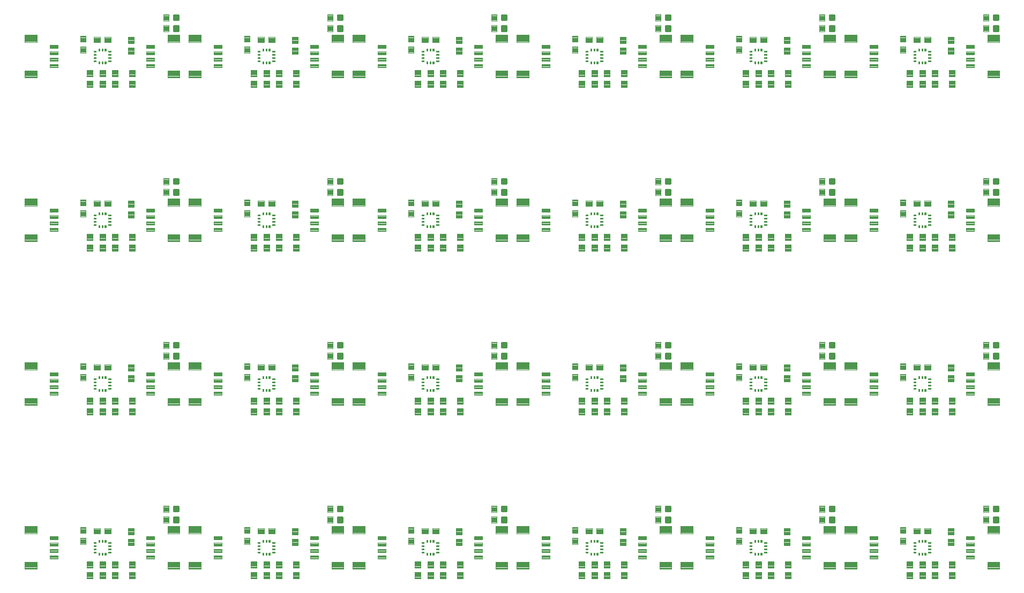
<source format=gtp>
G04 EAGLE Gerber RS-274X export*
G75*
%MOMM*%
%FSLAX34Y34*%
%LPD*%
%INSolderpaste Top*%
%IPPOS*%
%AMOC8*
5,1,8,0,0,1.08239X$1,22.5*%
G01*
%ADD10C,0.100000*%
%ADD11C,0.096000*%
%ADD12C,0.102000*%
%ADD13C,0.300000*%


D10*
X101147Y142550D02*
X101147Y132550D01*
X92147Y132550D01*
X92147Y142550D01*
X101147Y142550D01*
X101147Y133500D02*
X92147Y133500D01*
X92147Y134450D02*
X101147Y134450D01*
X101147Y135400D02*
X92147Y135400D01*
X92147Y136350D02*
X101147Y136350D01*
X101147Y137300D02*
X92147Y137300D01*
X92147Y138250D02*
X101147Y138250D01*
X101147Y139200D02*
X92147Y139200D01*
X92147Y140150D02*
X101147Y140150D01*
X101147Y141100D02*
X92147Y141100D01*
X92147Y142050D02*
X101147Y142050D01*
X101147Y149550D02*
X101147Y159550D01*
X101147Y149550D02*
X92147Y149550D01*
X92147Y159550D01*
X101147Y159550D01*
X101147Y150500D02*
X92147Y150500D01*
X92147Y151450D02*
X101147Y151450D01*
X101147Y152400D02*
X92147Y152400D01*
X92147Y153350D02*
X101147Y153350D01*
X101147Y154300D02*
X92147Y154300D01*
X92147Y155250D02*
X101147Y155250D01*
X101147Y156200D02*
X92147Y156200D01*
X92147Y157150D02*
X101147Y157150D01*
X101147Y158100D02*
X92147Y158100D01*
X92147Y159050D02*
X101147Y159050D01*
X130881Y157662D02*
X140881Y157662D01*
X140881Y148662D01*
X130881Y148662D01*
X130881Y157662D01*
X130881Y149612D02*
X140881Y149612D01*
X140881Y150562D02*
X130881Y150562D01*
X130881Y151512D02*
X140881Y151512D01*
X140881Y152462D02*
X130881Y152462D01*
X130881Y153412D02*
X140881Y153412D01*
X140881Y154362D02*
X130881Y154362D01*
X130881Y155312D02*
X140881Y155312D01*
X140881Y156262D02*
X130881Y156262D01*
X130881Y157212D02*
X140881Y157212D01*
X123881Y157662D02*
X113881Y157662D01*
X123881Y157662D02*
X123881Y148662D01*
X113881Y148662D01*
X113881Y157662D01*
X113881Y149612D02*
X123881Y149612D01*
X123881Y150562D02*
X113881Y150562D01*
X113881Y151512D02*
X123881Y151512D01*
X123881Y152462D02*
X113881Y152462D01*
X113881Y153412D02*
X123881Y153412D01*
X123881Y154362D02*
X113881Y154362D01*
X113881Y155312D02*
X123881Y155312D01*
X123881Y156262D02*
X113881Y156262D01*
X113881Y157212D02*
X123881Y157212D01*
X122945Y104940D02*
X122945Y94940D01*
X122945Y104940D02*
X131945Y104940D01*
X131945Y94940D01*
X122945Y94940D01*
X122945Y95890D02*
X131945Y95890D01*
X131945Y96840D02*
X122945Y96840D01*
X122945Y97790D02*
X131945Y97790D01*
X131945Y98740D02*
X122945Y98740D01*
X122945Y99690D02*
X131945Y99690D01*
X131945Y100640D02*
X122945Y100640D01*
X122945Y101590D02*
X131945Y101590D01*
X131945Y102540D02*
X122945Y102540D01*
X122945Y103490D02*
X131945Y103490D01*
X131945Y104440D02*
X122945Y104440D01*
X122945Y87940D02*
X122945Y77940D01*
X122945Y87940D02*
X131945Y87940D01*
X131945Y77940D01*
X122945Y77940D01*
X122945Y78890D02*
X131945Y78890D01*
X131945Y79840D02*
X122945Y79840D01*
X122945Y80790D02*
X131945Y80790D01*
X131945Y81740D02*
X122945Y81740D01*
X122945Y82690D02*
X131945Y82690D01*
X131945Y83640D02*
X122945Y83640D01*
X122945Y84590D02*
X131945Y84590D01*
X131945Y85540D02*
X122945Y85540D01*
X122945Y86490D02*
X131945Y86490D01*
X131945Y87440D02*
X122945Y87440D01*
X142884Y94940D02*
X142884Y104940D01*
X151884Y104940D01*
X151884Y94940D01*
X142884Y94940D01*
X142884Y95890D02*
X151884Y95890D01*
X151884Y96840D02*
X142884Y96840D01*
X142884Y97790D02*
X151884Y97790D01*
X151884Y98740D02*
X142884Y98740D01*
X142884Y99690D02*
X151884Y99690D01*
X151884Y100640D02*
X142884Y100640D01*
X142884Y101590D02*
X151884Y101590D01*
X151884Y102540D02*
X142884Y102540D01*
X142884Y103490D02*
X151884Y103490D01*
X151884Y104440D02*
X142884Y104440D01*
X142884Y87940D02*
X142884Y77940D01*
X142884Y87940D02*
X151884Y87940D01*
X151884Y77940D01*
X142884Y77940D01*
X142884Y78890D02*
X151884Y78890D01*
X151884Y79840D02*
X142884Y79840D01*
X142884Y80790D02*
X151884Y80790D01*
X151884Y81740D02*
X142884Y81740D01*
X142884Y82690D02*
X151884Y82690D01*
X151884Y83640D02*
X142884Y83640D01*
X142884Y84590D02*
X151884Y84590D01*
X151884Y85540D02*
X142884Y85540D01*
X142884Y86490D02*
X151884Y86490D01*
X151884Y87440D02*
X142884Y87440D01*
X102942Y95067D02*
X102942Y105067D01*
X111942Y105067D01*
X111942Y95067D01*
X102942Y95067D01*
X102942Y96017D02*
X111942Y96017D01*
X111942Y96967D02*
X102942Y96967D01*
X102942Y97917D02*
X111942Y97917D01*
X111942Y98867D02*
X102942Y98867D01*
X102942Y99817D02*
X111942Y99817D01*
X111942Y100767D02*
X102942Y100767D01*
X102942Y101717D02*
X111942Y101717D01*
X111942Y102667D02*
X102942Y102667D01*
X102942Y103617D02*
X111942Y103617D01*
X111942Y104567D02*
X102942Y104567D01*
X102942Y88067D02*
X102942Y78067D01*
X102942Y88067D02*
X111942Y88067D01*
X111942Y78067D01*
X102942Y78067D01*
X102942Y79017D02*
X111942Y79017D01*
X111942Y79967D02*
X102942Y79967D01*
X102942Y80917D02*
X111942Y80917D01*
X111942Y81867D02*
X102942Y81867D01*
X102942Y82817D02*
X111942Y82817D01*
X111942Y83767D02*
X102942Y83767D01*
X102942Y84717D02*
X111942Y84717D01*
X111942Y85667D02*
X102942Y85667D01*
X102942Y86617D02*
X111942Y86617D01*
X111942Y87567D02*
X102942Y87567D01*
D11*
X249216Y93480D02*
X249216Y104520D01*
X249216Y93480D02*
X230176Y93480D01*
X230176Y104520D01*
X249216Y104520D01*
X249216Y94392D02*
X230176Y94392D01*
X230176Y95304D02*
X249216Y95304D01*
X249216Y96216D02*
X230176Y96216D01*
X230176Y97128D02*
X249216Y97128D01*
X249216Y98040D02*
X230176Y98040D01*
X230176Y98952D02*
X249216Y98952D01*
X249216Y99864D02*
X230176Y99864D01*
X230176Y100776D02*
X249216Y100776D01*
X249216Y101688D02*
X230176Y101688D01*
X230176Y102600D02*
X249216Y102600D01*
X249216Y103512D02*
X230176Y103512D01*
X230176Y104424D02*
X249216Y104424D01*
X249216Y149480D02*
X249216Y160520D01*
X249216Y149480D02*
X230176Y149480D01*
X230176Y160520D01*
X249216Y160520D01*
X249216Y150392D02*
X230176Y150392D01*
X230176Y151304D02*
X249216Y151304D01*
X249216Y152216D02*
X230176Y152216D01*
X230176Y153128D02*
X249216Y153128D01*
X249216Y154040D02*
X230176Y154040D01*
X230176Y154952D02*
X249216Y154952D01*
X249216Y155864D02*
X230176Y155864D01*
X230176Y156776D02*
X249216Y156776D01*
X249216Y157688D02*
X230176Y157688D01*
X230176Y158600D02*
X249216Y158600D01*
X249216Y159512D02*
X230176Y159512D01*
X230176Y160424D02*
X249216Y160424D01*
D12*
X209186Y114490D02*
X209186Y109510D01*
X196706Y109510D01*
X196706Y114490D01*
X209186Y114490D01*
X209186Y110479D02*
X196706Y110479D01*
X196706Y111448D02*
X209186Y111448D01*
X209186Y112417D02*
X196706Y112417D01*
X196706Y113386D02*
X209186Y113386D01*
X209186Y114355D02*
X196706Y114355D01*
X209186Y119510D02*
X209186Y124490D01*
X209186Y119510D02*
X196706Y119510D01*
X196706Y124490D01*
X209186Y124490D01*
X209186Y120479D02*
X196706Y120479D01*
X196706Y121448D02*
X209186Y121448D01*
X209186Y122417D02*
X196706Y122417D01*
X196706Y123386D02*
X209186Y123386D01*
X209186Y124355D02*
X196706Y124355D01*
X209186Y129510D02*
X209186Y134490D01*
X209186Y129510D02*
X196706Y129510D01*
X196706Y134490D01*
X209186Y134490D01*
X209186Y130479D02*
X196706Y130479D01*
X196706Y131448D02*
X209186Y131448D01*
X209186Y132417D02*
X196706Y132417D01*
X196706Y133386D02*
X209186Y133386D01*
X209186Y134355D02*
X196706Y134355D01*
X209186Y139510D02*
X209186Y144490D01*
X209186Y139510D02*
X196706Y139510D01*
X196706Y144490D01*
X209186Y144490D01*
X209186Y140479D02*
X196706Y140479D01*
X196706Y141448D02*
X209186Y141448D01*
X209186Y142417D02*
X196706Y142417D01*
X196706Y143386D02*
X209186Y143386D01*
X209186Y144355D02*
X196706Y144355D01*
D11*
X4530Y149480D02*
X4530Y160520D01*
X23570Y160520D01*
X23570Y149480D01*
X4530Y149480D01*
X4530Y150392D02*
X23570Y150392D01*
X23570Y151304D02*
X4530Y151304D01*
X4530Y152216D02*
X23570Y152216D01*
X23570Y153128D02*
X4530Y153128D01*
X4530Y154040D02*
X23570Y154040D01*
X23570Y154952D02*
X4530Y154952D01*
X4530Y155864D02*
X23570Y155864D01*
X23570Y156776D02*
X4530Y156776D01*
X4530Y157688D02*
X23570Y157688D01*
X23570Y158600D02*
X4530Y158600D01*
X4530Y159512D02*
X23570Y159512D01*
X23570Y160424D02*
X4530Y160424D01*
X4530Y104520D02*
X4530Y93480D01*
X4530Y104520D02*
X23570Y104520D01*
X23570Y93480D01*
X4530Y93480D01*
X4530Y94392D02*
X23570Y94392D01*
X23570Y95304D02*
X4530Y95304D01*
X4530Y96216D02*
X23570Y96216D01*
X23570Y97128D02*
X4530Y97128D01*
X4530Y98040D02*
X23570Y98040D01*
X23570Y98952D02*
X4530Y98952D01*
X4530Y99864D02*
X23570Y99864D01*
X23570Y100776D02*
X4530Y100776D01*
X4530Y101688D02*
X23570Y101688D01*
X23570Y102600D02*
X4530Y102600D01*
X4530Y103512D02*
X23570Y103512D01*
X23570Y104424D02*
X4530Y104424D01*
D12*
X44560Y139510D02*
X44560Y144490D01*
X57040Y144490D01*
X57040Y139510D01*
X44560Y139510D01*
X44560Y140479D02*
X57040Y140479D01*
X57040Y141448D02*
X44560Y141448D01*
X44560Y142417D02*
X57040Y142417D01*
X57040Y143386D02*
X44560Y143386D01*
X44560Y144355D02*
X57040Y144355D01*
X44560Y134490D02*
X44560Y129510D01*
X44560Y134490D02*
X57040Y134490D01*
X57040Y129510D01*
X44560Y129510D01*
X44560Y130479D02*
X57040Y130479D01*
X57040Y131448D02*
X44560Y131448D01*
X44560Y132417D02*
X57040Y132417D01*
X57040Y133386D02*
X44560Y133386D01*
X44560Y134355D02*
X57040Y134355D01*
X44560Y124490D02*
X44560Y119510D01*
X44560Y124490D02*
X57040Y124490D01*
X57040Y119510D01*
X44560Y119510D01*
X44560Y120479D02*
X57040Y120479D01*
X57040Y121448D02*
X44560Y121448D01*
X44560Y122417D02*
X57040Y122417D01*
X57040Y123386D02*
X44560Y123386D01*
X44560Y124355D02*
X57040Y124355D01*
X44560Y114490D02*
X44560Y109510D01*
X44560Y114490D02*
X57040Y114490D01*
X57040Y109510D01*
X44560Y109510D01*
X44560Y110479D02*
X57040Y110479D01*
X57040Y111448D02*
X44560Y111448D01*
X44560Y112417D02*
X57040Y112417D01*
X57040Y113386D02*
X44560Y113386D01*
X44560Y114355D02*
X57040Y114355D01*
D13*
X240594Y184594D02*
X247594Y184594D01*
X240594Y184594D02*
X240594Y191594D01*
X247594Y191594D01*
X247594Y184594D01*
X247594Y187444D02*
X240594Y187444D01*
X240594Y190294D02*
X247594Y190294D01*
X247594Y167054D02*
X240594Y167054D01*
X240594Y174054D01*
X247594Y174054D01*
X247594Y167054D01*
X247594Y169904D02*
X240594Y169904D01*
X240594Y172754D02*
X247594Y172754D01*
D10*
X232592Y176332D02*
X232592Y166332D01*
X223592Y166332D01*
X223592Y176332D01*
X232592Y176332D01*
X232592Y167282D02*
X223592Y167282D01*
X223592Y168232D02*
X232592Y168232D01*
X232592Y169182D02*
X223592Y169182D01*
X223592Y170132D02*
X232592Y170132D01*
X232592Y171082D02*
X223592Y171082D01*
X223592Y172032D02*
X232592Y172032D01*
X232592Y172982D02*
X223592Y172982D01*
X223592Y173932D02*
X232592Y173932D01*
X232592Y174882D02*
X223592Y174882D01*
X223592Y175832D02*
X232592Y175832D01*
X232592Y183332D02*
X232592Y193332D01*
X232592Y183332D02*
X223592Y183332D01*
X223592Y193332D01*
X232592Y193332D01*
X232592Y184282D02*
X223592Y184282D01*
X223592Y185232D02*
X232592Y185232D01*
X232592Y186182D02*
X223592Y186182D01*
X223592Y187132D02*
X232592Y187132D01*
X232592Y188082D02*
X223592Y188082D01*
X223592Y189032D02*
X232592Y189032D01*
X232592Y189982D02*
X223592Y189982D01*
X223592Y190932D02*
X232592Y190932D01*
X232592Y191882D02*
X223592Y191882D01*
X223592Y192832D02*
X232592Y192832D01*
X177220Y140264D02*
X177220Y130264D01*
X168220Y130264D01*
X168220Y140264D01*
X177220Y140264D01*
X177220Y131214D02*
X168220Y131214D01*
X168220Y132164D02*
X177220Y132164D01*
X177220Y133114D02*
X168220Y133114D01*
X168220Y134064D02*
X177220Y134064D01*
X177220Y135014D02*
X168220Y135014D01*
X168220Y135964D02*
X177220Y135964D01*
X177220Y136914D02*
X168220Y136914D01*
X168220Y137864D02*
X177220Y137864D01*
X177220Y138814D02*
X168220Y138814D01*
X168220Y139764D02*
X177220Y139764D01*
X177220Y147264D02*
X177220Y157264D01*
X177220Y147264D02*
X168220Y147264D01*
X168220Y157264D01*
X177220Y157264D01*
X177220Y148214D02*
X168220Y148214D01*
X168220Y149164D02*
X177220Y149164D01*
X177220Y150114D02*
X168220Y150114D01*
X168220Y151064D02*
X177220Y151064D01*
X177220Y152014D02*
X168220Y152014D01*
X168220Y152964D02*
X177220Y152964D01*
X177220Y153914D02*
X168220Y153914D01*
X168220Y154864D02*
X177220Y154864D01*
X177220Y155814D02*
X168220Y155814D01*
X168220Y156764D02*
X177220Y156764D01*
D12*
X140515Y120490D02*
X136735Y120490D01*
X140515Y120490D02*
X140515Y118510D01*
X136735Y118510D01*
X136735Y120490D01*
X136735Y119479D02*
X140515Y119479D01*
X140515Y120448D02*
X136735Y120448D01*
X136735Y125490D02*
X140515Y125490D01*
X140515Y123510D01*
X136735Y123510D01*
X136735Y125490D01*
X136735Y124479D02*
X140515Y124479D01*
X140515Y125448D02*
X136735Y125448D01*
X136735Y130490D02*
X140515Y130490D01*
X140515Y128510D01*
X136735Y128510D01*
X136735Y130490D01*
X136735Y129479D02*
X140515Y129479D01*
X140515Y130448D02*
X136735Y130448D01*
X136735Y135490D02*
X140515Y135490D01*
X140515Y133510D01*
X136735Y133510D01*
X136735Y135490D01*
X136735Y134479D02*
X140515Y134479D01*
X140515Y135448D02*
X136735Y135448D01*
X117265Y133510D02*
X113485Y133510D01*
X113485Y135490D01*
X117265Y135490D01*
X117265Y133510D01*
X117265Y134479D02*
X113485Y134479D01*
X113485Y135448D02*
X117265Y135448D01*
X117265Y128510D02*
X113485Y128510D01*
X113485Y130490D01*
X117265Y130490D01*
X117265Y128510D01*
X117265Y129479D02*
X113485Y129479D01*
X113485Y130448D02*
X117265Y130448D01*
X117265Y123510D02*
X113485Y123510D01*
X113485Y125490D01*
X117265Y125490D01*
X117265Y123510D01*
X117265Y124479D02*
X113485Y124479D01*
X113485Y125448D02*
X117265Y125448D01*
X117265Y118510D02*
X113485Y118510D01*
X113485Y120490D01*
X117265Y120490D01*
X117265Y118510D01*
X117265Y119479D02*
X113485Y119479D01*
X113485Y120448D02*
X117265Y120448D01*
X131010Y138890D02*
X132990Y138890D01*
X132990Y135110D01*
X131010Y135110D01*
X131010Y138890D01*
X131010Y136079D02*
X132990Y136079D01*
X132990Y137048D02*
X131010Y137048D01*
X131010Y138017D02*
X132990Y138017D01*
X127990Y138890D02*
X126010Y138890D01*
X127990Y138890D02*
X127990Y135110D01*
X126010Y135110D01*
X126010Y138890D01*
X126010Y136079D02*
X127990Y136079D01*
X127990Y137048D02*
X126010Y137048D01*
X126010Y138017D02*
X127990Y138017D01*
X122990Y138890D02*
X121010Y138890D01*
X122990Y138890D02*
X122990Y135110D01*
X121010Y135110D01*
X121010Y138890D01*
X121010Y136079D02*
X122990Y136079D01*
X122990Y137048D02*
X121010Y137048D01*
X121010Y138017D02*
X122990Y138017D01*
X122990Y115110D02*
X121010Y115110D01*
X121010Y118890D01*
X122990Y118890D01*
X122990Y115110D01*
X122990Y116079D02*
X121010Y116079D01*
X121010Y117048D02*
X122990Y117048D01*
X122990Y118017D02*
X121010Y118017D01*
X126010Y115110D02*
X127990Y115110D01*
X126010Y115110D02*
X126010Y118890D01*
X127990Y118890D01*
X127990Y115110D01*
X127990Y116079D02*
X126010Y116079D01*
X126010Y117048D02*
X127990Y117048D01*
X127990Y118017D02*
X126010Y118017D01*
X131010Y115110D02*
X132990Y115110D01*
X131010Y115110D02*
X131010Y118890D01*
X132990Y118890D01*
X132990Y115110D01*
X132990Y116079D02*
X131010Y116079D01*
X131010Y117048D02*
X132990Y117048D01*
X132990Y118017D02*
X131010Y118017D01*
D10*
X178490Y87940D02*
X178490Y77940D01*
X169490Y77940D01*
X169490Y87940D01*
X178490Y87940D01*
X178490Y78890D02*
X169490Y78890D01*
X169490Y79840D02*
X178490Y79840D01*
X178490Y80790D02*
X169490Y80790D01*
X169490Y81740D02*
X178490Y81740D01*
X178490Y82690D02*
X169490Y82690D01*
X169490Y83640D02*
X178490Y83640D01*
X178490Y84590D02*
X169490Y84590D01*
X169490Y85540D02*
X178490Y85540D01*
X178490Y86490D02*
X169490Y86490D01*
X169490Y87440D02*
X178490Y87440D01*
X178490Y94940D02*
X178490Y104940D01*
X178490Y94940D02*
X169490Y94940D01*
X169490Y104940D01*
X178490Y104940D01*
X178490Y95890D02*
X169490Y95890D01*
X169490Y96840D02*
X178490Y96840D01*
X178490Y97790D02*
X169490Y97790D01*
X169490Y98740D02*
X178490Y98740D01*
X178490Y99690D02*
X169490Y99690D01*
X169490Y100640D02*
X178490Y100640D01*
X178490Y101590D02*
X169490Y101590D01*
X169490Y102540D02*
X178490Y102540D01*
X178490Y103490D02*
X169490Y103490D01*
X169490Y104440D02*
X178490Y104440D01*
X360227Y132550D02*
X360227Y142550D01*
X360227Y132550D02*
X351227Y132550D01*
X351227Y142550D01*
X360227Y142550D01*
X360227Y133500D02*
X351227Y133500D01*
X351227Y134450D02*
X360227Y134450D01*
X360227Y135400D02*
X351227Y135400D01*
X351227Y136350D02*
X360227Y136350D01*
X360227Y137300D02*
X351227Y137300D01*
X351227Y138250D02*
X360227Y138250D01*
X360227Y139200D02*
X351227Y139200D01*
X351227Y140150D02*
X360227Y140150D01*
X360227Y141100D02*
X351227Y141100D01*
X351227Y142050D02*
X360227Y142050D01*
X360227Y149550D02*
X360227Y159550D01*
X360227Y149550D02*
X351227Y149550D01*
X351227Y159550D01*
X360227Y159550D01*
X360227Y150500D02*
X351227Y150500D01*
X351227Y151450D02*
X360227Y151450D01*
X360227Y152400D02*
X351227Y152400D01*
X351227Y153350D02*
X360227Y153350D01*
X360227Y154300D02*
X351227Y154300D01*
X351227Y155250D02*
X360227Y155250D01*
X360227Y156200D02*
X351227Y156200D01*
X351227Y157150D02*
X360227Y157150D01*
X360227Y158100D02*
X351227Y158100D01*
X351227Y159050D02*
X360227Y159050D01*
X389961Y157662D02*
X399961Y157662D01*
X399961Y148662D01*
X389961Y148662D01*
X389961Y157662D01*
X389961Y149612D02*
X399961Y149612D01*
X399961Y150562D02*
X389961Y150562D01*
X389961Y151512D02*
X399961Y151512D01*
X399961Y152462D02*
X389961Y152462D01*
X389961Y153412D02*
X399961Y153412D01*
X399961Y154362D02*
X389961Y154362D01*
X389961Y155312D02*
X399961Y155312D01*
X399961Y156262D02*
X389961Y156262D01*
X389961Y157212D02*
X399961Y157212D01*
X382961Y157662D02*
X372961Y157662D01*
X382961Y157662D02*
X382961Y148662D01*
X372961Y148662D01*
X372961Y157662D01*
X372961Y149612D02*
X382961Y149612D01*
X382961Y150562D02*
X372961Y150562D01*
X372961Y151512D02*
X382961Y151512D01*
X382961Y152462D02*
X372961Y152462D01*
X372961Y153412D02*
X382961Y153412D01*
X382961Y154362D02*
X372961Y154362D01*
X372961Y155312D02*
X382961Y155312D01*
X382961Y156262D02*
X372961Y156262D01*
X372961Y157212D02*
X382961Y157212D01*
X382025Y104940D02*
X382025Y94940D01*
X382025Y104940D02*
X391025Y104940D01*
X391025Y94940D01*
X382025Y94940D01*
X382025Y95890D02*
X391025Y95890D01*
X391025Y96840D02*
X382025Y96840D01*
X382025Y97790D02*
X391025Y97790D01*
X391025Y98740D02*
X382025Y98740D01*
X382025Y99690D02*
X391025Y99690D01*
X391025Y100640D02*
X382025Y100640D01*
X382025Y101590D02*
X391025Y101590D01*
X391025Y102540D02*
X382025Y102540D01*
X382025Y103490D02*
X391025Y103490D01*
X391025Y104440D02*
X382025Y104440D01*
X382025Y87940D02*
X382025Y77940D01*
X382025Y87940D02*
X391025Y87940D01*
X391025Y77940D01*
X382025Y77940D01*
X382025Y78890D02*
X391025Y78890D01*
X391025Y79840D02*
X382025Y79840D01*
X382025Y80790D02*
X391025Y80790D01*
X391025Y81740D02*
X382025Y81740D01*
X382025Y82690D02*
X391025Y82690D01*
X391025Y83640D02*
X382025Y83640D01*
X382025Y84590D02*
X391025Y84590D01*
X391025Y85540D02*
X382025Y85540D01*
X382025Y86490D02*
X391025Y86490D01*
X391025Y87440D02*
X382025Y87440D01*
X401964Y94940D02*
X401964Y104940D01*
X410964Y104940D01*
X410964Y94940D01*
X401964Y94940D01*
X401964Y95890D02*
X410964Y95890D01*
X410964Y96840D02*
X401964Y96840D01*
X401964Y97790D02*
X410964Y97790D01*
X410964Y98740D02*
X401964Y98740D01*
X401964Y99690D02*
X410964Y99690D01*
X410964Y100640D02*
X401964Y100640D01*
X401964Y101590D02*
X410964Y101590D01*
X410964Y102540D02*
X401964Y102540D01*
X401964Y103490D02*
X410964Y103490D01*
X410964Y104440D02*
X401964Y104440D01*
X401964Y87940D02*
X401964Y77940D01*
X401964Y87940D02*
X410964Y87940D01*
X410964Y77940D01*
X401964Y77940D01*
X401964Y78890D02*
X410964Y78890D01*
X410964Y79840D02*
X401964Y79840D01*
X401964Y80790D02*
X410964Y80790D01*
X410964Y81740D02*
X401964Y81740D01*
X401964Y82690D02*
X410964Y82690D01*
X410964Y83640D02*
X401964Y83640D01*
X401964Y84590D02*
X410964Y84590D01*
X410964Y85540D02*
X401964Y85540D01*
X401964Y86490D02*
X410964Y86490D01*
X410964Y87440D02*
X401964Y87440D01*
X362022Y95067D02*
X362022Y105067D01*
X371022Y105067D01*
X371022Y95067D01*
X362022Y95067D01*
X362022Y96017D02*
X371022Y96017D01*
X371022Y96967D02*
X362022Y96967D01*
X362022Y97917D02*
X371022Y97917D01*
X371022Y98867D02*
X362022Y98867D01*
X362022Y99817D02*
X371022Y99817D01*
X371022Y100767D02*
X362022Y100767D01*
X362022Y101717D02*
X371022Y101717D01*
X371022Y102667D02*
X362022Y102667D01*
X362022Y103617D02*
X371022Y103617D01*
X371022Y104567D02*
X362022Y104567D01*
X362022Y88067D02*
X362022Y78067D01*
X362022Y88067D02*
X371022Y88067D01*
X371022Y78067D01*
X362022Y78067D01*
X362022Y79017D02*
X371022Y79017D01*
X371022Y79967D02*
X362022Y79967D01*
X362022Y80917D02*
X371022Y80917D01*
X371022Y81867D02*
X362022Y81867D01*
X362022Y82817D02*
X371022Y82817D01*
X371022Y83767D02*
X362022Y83767D01*
X362022Y84717D02*
X371022Y84717D01*
X371022Y85667D02*
X362022Y85667D01*
X362022Y86617D02*
X371022Y86617D01*
X371022Y87567D02*
X362022Y87567D01*
D11*
X508296Y93480D02*
X508296Y104520D01*
X508296Y93480D02*
X489256Y93480D01*
X489256Y104520D01*
X508296Y104520D01*
X508296Y94392D02*
X489256Y94392D01*
X489256Y95304D02*
X508296Y95304D01*
X508296Y96216D02*
X489256Y96216D01*
X489256Y97128D02*
X508296Y97128D01*
X508296Y98040D02*
X489256Y98040D01*
X489256Y98952D02*
X508296Y98952D01*
X508296Y99864D02*
X489256Y99864D01*
X489256Y100776D02*
X508296Y100776D01*
X508296Y101688D02*
X489256Y101688D01*
X489256Y102600D02*
X508296Y102600D01*
X508296Y103512D02*
X489256Y103512D01*
X489256Y104424D02*
X508296Y104424D01*
X508296Y149480D02*
X508296Y160520D01*
X508296Y149480D02*
X489256Y149480D01*
X489256Y160520D01*
X508296Y160520D01*
X508296Y150392D02*
X489256Y150392D01*
X489256Y151304D02*
X508296Y151304D01*
X508296Y152216D02*
X489256Y152216D01*
X489256Y153128D02*
X508296Y153128D01*
X508296Y154040D02*
X489256Y154040D01*
X489256Y154952D02*
X508296Y154952D01*
X508296Y155864D02*
X489256Y155864D01*
X489256Y156776D02*
X508296Y156776D01*
X508296Y157688D02*
X489256Y157688D01*
X489256Y158600D02*
X508296Y158600D01*
X508296Y159512D02*
X489256Y159512D01*
X489256Y160424D02*
X508296Y160424D01*
D12*
X468266Y114490D02*
X468266Y109510D01*
X455786Y109510D01*
X455786Y114490D01*
X468266Y114490D01*
X468266Y110479D02*
X455786Y110479D01*
X455786Y111448D02*
X468266Y111448D01*
X468266Y112417D02*
X455786Y112417D01*
X455786Y113386D02*
X468266Y113386D01*
X468266Y114355D02*
X455786Y114355D01*
X468266Y119510D02*
X468266Y124490D01*
X468266Y119510D02*
X455786Y119510D01*
X455786Y124490D01*
X468266Y124490D01*
X468266Y120479D02*
X455786Y120479D01*
X455786Y121448D02*
X468266Y121448D01*
X468266Y122417D02*
X455786Y122417D01*
X455786Y123386D02*
X468266Y123386D01*
X468266Y124355D02*
X455786Y124355D01*
X468266Y129510D02*
X468266Y134490D01*
X468266Y129510D02*
X455786Y129510D01*
X455786Y134490D01*
X468266Y134490D01*
X468266Y130479D02*
X455786Y130479D01*
X455786Y131448D02*
X468266Y131448D01*
X468266Y132417D02*
X455786Y132417D01*
X455786Y133386D02*
X468266Y133386D01*
X468266Y134355D02*
X455786Y134355D01*
X468266Y139510D02*
X468266Y144490D01*
X468266Y139510D02*
X455786Y139510D01*
X455786Y144490D01*
X468266Y144490D01*
X468266Y140479D02*
X455786Y140479D01*
X455786Y141448D02*
X468266Y141448D01*
X468266Y142417D02*
X455786Y142417D01*
X455786Y143386D02*
X468266Y143386D01*
X468266Y144355D02*
X455786Y144355D01*
D11*
X263610Y149480D02*
X263610Y160520D01*
X282650Y160520D01*
X282650Y149480D01*
X263610Y149480D01*
X263610Y150392D02*
X282650Y150392D01*
X282650Y151304D02*
X263610Y151304D01*
X263610Y152216D02*
X282650Y152216D01*
X282650Y153128D02*
X263610Y153128D01*
X263610Y154040D02*
X282650Y154040D01*
X282650Y154952D02*
X263610Y154952D01*
X263610Y155864D02*
X282650Y155864D01*
X282650Y156776D02*
X263610Y156776D01*
X263610Y157688D02*
X282650Y157688D01*
X282650Y158600D02*
X263610Y158600D01*
X263610Y159512D02*
X282650Y159512D01*
X282650Y160424D02*
X263610Y160424D01*
X263610Y104520D02*
X263610Y93480D01*
X263610Y104520D02*
X282650Y104520D01*
X282650Y93480D01*
X263610Y93480D01*
X263610Y94392D02*
X282650Y94392D01*
X282650Y95304D02*
X263610Y95304D01*
X263610Y96216D02*
X282650Y96216D01*
X282650Y97128D02*
X263610Y97128D01*
X263610Y98040D02*
X282650Y98040D01*
X282650Y98952D02*
X263610Y98952D01*
X263610Y99864D02*
X282650Y99864D01*
X282650Y100776D02*
X263610Y100776D01*
X263610Y101688D02*
X282650Y101688D01*
X282650Y102600D02*
X263610Y102600D01*
X263610Y103512D02*
X282650Y103512D01*
X282650Y104424D02*
X263610Y104424D01*
D12*
X303640Y139510D02*
X303640Y144490D01*
X316120Y144490D01*
X316120Y139510D01*
X303640Y139510D01*
X303640Y140479D02*
X316120Y140479D01*
X316120Y141448D02*
X303640Y141448D01*
X303640Y142417D02*
X316120Y142417D01*
X316120Y143386D02*
X303640Y143386D01*
X303640Y144355D02*
X316120Y144355D01*
X303640Y134490D02*
X303640Y129510D01*
X303640Y134490D02*
X316120Y134490D01*
X316120Y129510D01*
X303640Y129510D01*
X303640Y130479D02*
X316120Y130479D01*
X316120Y131448D02*
X303640Y131448D01*
X303640Y132417D02*
X316120Y132417D01*
X316120Y133386D02*
X303640Y133386D01*
X303640Y134355D02*
X316120Y134355D01*
X303640Y124490D02*
X303640Y119510D01*
X303640Y124490D02*
X316120Y124490D01*
X316120Y119510D01*
X303640Y119510D01*
X303640Y120479D02*
X316120Y120479D01*
X316120Y121448D02*
X303640Y121448D01*
X303640Y122417D02*
X316120Y122417D01*
X316120Y123386D02*
X303640Y123386D01*
X303640Y124355D02*
X316120Y124355D01*
X303640Y114490D02*
X303640Y109510D01*
X303640Y114490D02*
X316120Y114490D01*
X316120Y109510D01*
X303640Y109510D01*
X303640Y110479D02*
X316120Y110479D01*
X316120Y111448D02*
X303640Y111448D01*
X303640Y112417D02*
X316120Y112417D01*
X316120Y113386D02*
X303640Y113386D01*
X303640Y114355D02*
X316120Y114355D01*
D13*
X499674Y184594D02*
X506674Y184594D01*
X499674Y184594D02*
X499674Y191594D01*
X506674Y191594D01*
X506674Y184594D01*
X506674Y187444D02*
X499674Y187444D01*
X499674Y190294D02*
X506674Y190294D01*
X506674Y167054D02*
X499674Y167054D01*
X499674Y174054D01*
X506674Y174054D01*
X506674Y167054D01*
X506674Y169904D02*
X499674Y169904D01*
X499674Y172754D02*
X506674Y172754D01*
D10*
X491672Y176332D02*
X491672Y166332D01*
X482672Y166332D01*
X482672Y176332D01*
X491672Y176332D01*
X491672Y167282D02*
X482672Y167282D01*
X482672Y168232D02*
X491672Y168232D01*
X491672Y169182D02*
X482672Y169182D01*
X482672Y170132D02*
X491672Y170132D01*
X491672Y171082D02*
X482672Y171082D01*
X482672Y172032D02*
X491672Y172032D01*
X491672Y172982D02*
X482672Y172982D01*
X482672Y173932D02*
X491672Y173932D01*
X491672Y174882D02*
X482672Y174882D01*
X482672Y175832D02*
X491672Y175832D01*
X491672Y183332D02*
X491672Y193332D01*
X491672Y183332D02*
X482672Y183332D01*
X482672Y193332D01*
X491672Y193332D01*
X491672Y184282D02*
X482672Y184282D01*
X482672Y185232D02*
X491672Y185232D01*
X491672Y186182D02*
X482672Y186182D01*
X482672Y187132D02*
X491672Y187132D01*
X491672Y188082D02*
X482672Y188082D01*
X482672Y189032D02*
X491672Y189032D01*
X491672Y189982D02*
X482672Y189982D01*
X482672Y190932D02*
X491672Y190932D01*
X491672Y191882D02*
X482672Y191882D01*
X482672Y192832D02*
X491672Y192832D01*
X436300Y140264D02*
X436300Y130264D01*
X427300Y130264D01*
X427300Y140264D01*
X436300Y140264D01*
X436300Y131214D02*
X427300Y131214D01*
X427300Y132164D02*
X436300Y132164D01*
X436300Y133114D02*
X427300Y133114D01*
X427300Y134064D02*
X436300Y134064D01*
X436300Y135014D02*
X427300Y135014D01*
X427300Y135964D02*
X436300Y135964D01*
X436300Y136914D02*
X427300Y136914D01*
X427300Y137864D02*
X436300Y137864D01*
X436300Y138814D02*
X427300Y138814D01*
X427300Y139764D02*
X436300Y139764D01*
X436300Y147264D02*
X436300Y157264D01*
X436300Y147264D02*
X427300Y147264D01*
X427300Y157264D01*
X436300Y157264D01*
X436300Y148214D02*
X427300Y148214D01*
X427300Y149164D02*
X436300Y149164D01*
X436300Y150114D02*
X427300Y150114D01*
X427300Y151064D02*
X436300Y151064D01*
X436300Y152014D02*
X427300Y152014D01*
X427300Y152964D02*
X436300Y152964D01*
X436300Y153914D02*
X427300Y153914D01*
X427300Y154864D02*
X436300Y154864D01*
X436300Y155814D02*
X427300Y155814D01*
X427300Y156764D02*
X436300Y156764D01*
D12*
X399595Y120490D02*
X395815Y120490D01*
X399595Y120490D02*
X399595Y118510D01*
X395815Y118510D01*
X395815Y120490D01*
X395815Y119479D02*
X399595Y119479D01*
X399595Y120448D02*
X395815Y120448D01*
X395815Y125490D02*
X399595Y125490D01*
X399595Y123510D01*
X395815Y123510D01*
X395815Y125490D01*
X395815Y124479D02*
X399595Y124479D01*
X399595Y125448D02*
X395815Y125448D01*
X395815Y130490D02*
X399595Y130490D01*
X399595Y128510D01*
X395815Y128510D01*
X395815Y130490D01*
X395815Y129479D02*
X399595Y129479D01*
X399595Y130448D02*
X395815Y130448D01*
X395815Y135490D02*
X399595Y135490D01*
X399595Y133510D01*
X395815Y133510D01*
X395815Y135490D01*
X395815Y134479D02*
X399595Y134479D01*
X399595Y135448D02*
X395815Y135448D01*
X376345Y133510D02*
X372565Y133510D01*
X372565Y135490D01*
X376345Y135490D01*
X376345Y133510D01*
X376345Y134479D02*
X372565Y134479D01*
X372565Y135448D02*
X376345Y135448D01*
X376345Y128510D02*
X372565Y128510D01*
X372565Y130490D01*
X376345Y130490D01*
X376345Y128510D01*
X376345Y129479D02*
X372565Y129479D01*
X372565Y130448D02*
X376345Y130448D01*
X376345Y123510D02*
X372565Y123510D01*
X372565Y125490D01*
X376345Y125490D01*
X376345Y123510D01*
X376345Y124479D02*
X372565Y124479D01*
X372565Y125448D02*
X376345Y125448D01*
X376345Y118510D02*
X372565Y118510D01*
X372565Y120490D01*
X376345Y120490D01*
X376345Y118510D01*
X376345Y119479D02*
X372565Y119479D01*
X372565Y120448D02*
X376345Y120448D01*
X390090Y138890D02*
X392070Y138890D01*
X392070Y135110D01*
X390090Y135110D01*
X390090Y138890D01*
X390090Y136079D02*
X392070Y136079D01*
X392070Y137048D02*
X390090Y137048D01*
X390090Y138017D02*
X392070Y138017D01*
X387070Y138890D02*
X385090Y138890D01*
X387070Y138890D02*
X387070Y135110D01*
X385090Y135110D01*
X385090Y138890D01*
X385090Y136079D02*
X387070Y136079D01*
X387070Y137048D02*
X385090Y137048D01*
X385090Y138017D02*
X387070Y138017D01*
X382070Y138890D02*
X380090Y138890D01*
X382070Y138890D02*
X382070Y135110D01*
X380090Y135110D01*
X380090Y138890D01*
X380090Y136079D02*
X382070Y136079D01*
X382070Y137048D02*
X380090Y137048D01*
X380090Y138017D02*
X382070Y138017D01*
X382070Y115110D02*
X380090Y115110D01*
X380090Y118890D01*
X382070Y118890D01*
X382070Y115110D01*
X382070Y116079D02*
X380090Y116079D01*
X380090Y117048D02*
X382070Y117048D01*
X382070Y118017D02*
X380090Y118017D01*
X385090Y115110D02*
X387070Y115110D01*
X385090Y115110D02*
X385090Y118890D01*
X387070Y118890D01*
X387070Y115110D01*
X387070Y116079D02*
X385090Y116079D01*
X385090Y117048D02*
X387070Y117048D01*
X387070Y118017D02*
X385090Y118017D01*
X390090Y115110D02*
X392070Y115110D01*
X390090Y115110D02*
X390090Y118890D01*
X392070Y118890D01*
X392070Y115110D01*
X392070Y116079D02*
X390090Y116079D01*
X390090Y117048D02*
X392070Y117048D01*
X392070Y118017D02*
X390090Y118017D01*
D10*
X437570Y87940D02*
X437570Y77940D01*
X428570Y77940D01*
X428570Y87940D01*
X437570Y87940D01*
X437570Y78890D02*
X428570Y78890D01*
X428570Y79840D02*
X437570Y79840D01*
X437570Y80790D02*
X428570Y80790D01*
X428570Y81740D02*
X437570Y81740D01*
X437570Y82690D02*
X428570Y82690D01*
X428570Y83640D02*
X437570Y83640D01*
X437570Y84590D02*
X428570Y84590D01*
X428570Y85540D02*
X437570Y85540D01*
X437570Y86490D02*
X428570Y86490D01*
X428570Y87440D02*
X437570Y87440D01*
X437570Y94940D02*
X437570Y104940D01*
X437570Y94940D02*
X428570Y94940D01*
X428570Y104940D01*
X437570Y104940D01*
X437570Y95890D02*
X428570Y95890D01*
X428570Y96840D02*
X437570Y96840D01*
X437570Y97790D02*
X428570Y97790D01*
X428570Y98740D02*
X437570Y98740D01*
X437570Y99690D02*
X428570Y99690D01*
X428570Y100640D02*
X437570Y100640D01*
X437570Y101590D02*
X428570Y101590D01*
X428570Y102540D02*
X437570Y102540D01*
X437570Y103490D02*
X428570Y103490D01*
X428570Y104440D02*
X437570Y104440D01*
X619307Y132550D02*
X619307Y142550D01*
X619307Y132550D02*
X610307Y132550D01*
X610307Y142550D01*
X619307Y142550D01*
X619307Y133500D02*
X610307Y133500D01*
X610307Y134450D02*
X619307Y134450D01*
X619307Y135400D02*
X610307Y135400D01*
X610307Y136350D02*
X619307Y136350D01*
X619307Y137300D02*
X610307Y137300D01*
X610307Y138250D02*
X619307Y138250D01*
X619307Y139200D02*
X610307Y139200D01*
X610307Y140150D02*
X619307Y140150D01*
X619307Y141100D02*
X610307Y141100D01*
X610307Y142050D02*
X619307Y142050D01*
X619307Y149550D02*
X619307Y159550D01*
X619307Y149550D02*
X610307Y149550D01*
X610307Y159550D01*
X619307Y159550D01*
X619307Y150500D02*
X610307Y150500D01*
X610307Y151450D02*
X619307Y151450D01*
X619307Y152400D02*
X610307Y152400D01*
X610307Y153350D02*
X619307Y153350D01*
X619307Y154300D02*
X610307Y154300D01*
X610307Y155250D02*
X619307Y155250D01*
X619307Y156200D02*
X610307Y156200D01*
X610307Y157150D02*
X619307Y157150D01*
X619307Y158100D02*
X610307Y158100D01*
X610307Y159050D02*
X619307Y159050D01*
X649041Y157662D02*
X659041Y157662D01*
X659041Y148662D01*
X649041Y148662D01*
X649041Y157662D01*
X649041Y149612D02*
X659041Y149612D01*
X659041Y150562D02*
X649041Y150562D01*
X649041Y151512D02*
X659041Y151512D01*
X659041Y152462D02*
X649041Y152462D01*
X649041Y153412D02*
X659041Y153412D01*
X659041Y154362D02*
X649041Y154362D01*
X649041Y155312D02*
X659041Y155312D01*
X659041Y156262D02*
X649041Y156262D01*
X649041Y157212D02*
X659041Y157212D01*
X642041Y157662D02*
X632041Y157662D01*
X642041Y157662D02*
X642041Y148662D01*
X632041Y148662D01*
X632041Y157662D01*
X632041Y149612D02*
X642041Y149612D01*
X642041Y150562D02*
X632041Y150562D01*
X632041Y151512D02*
X642041Y151512D01*
X642041Y152462D02*
X632041Y152462D01*
X632041Y153412D02*
X642041Y153412D01*
X642041Y154362D02*
X632041Y154362D01*
X632041Y155312D02*
X642041Y155312D01*
X642041Y156262D02*
X632041Y156262D01*
X632041Y157212D02*
X642041Y157212D01*
X641105Y104940D02*
X641105Y94940D01*
X641105Y104940D02*
X650105Y104940D01*
X650105Y94940D01*
X641105Y94940D01*
X641105Y95890D02*
X650105Y95890D01*
X650105Y96840D02*
X641105Y96840D01*
X641105Y97790D02*
X650105Y97790D01*
X650105Y98740D02*
X641105Y98740D01*
X641105Y99690D02*
X650105Y99690D01*
X650105Y100640D02*
X641105Y100640D01*
X641105Y101590D02*
X650105Y101590D01*
X650105Y102540D02*
X641105Y102540D01*
X641105Y103490D02*
X650105Y103490D01*
X650105Y104440D02*
X641105Y104440D01*
X641105Y87940D02*
X641105Y77940D01*
X641105Y87940D02*
X650105Y87940D01*
X650105Y77940D01*
X641105Y77940D01*
X641105Y78890D02*
X650105Y78890D01*
X650105Y79840D02*
X641105Y79840D01*
X641105Y80790D02*
X650105Y80790D01*
X650105Y81740D02*
X641105Y81740D01*
X641105Y82690D02*
X650105Y82690D01*
X650105Y83640D02*
X641105Y83640D01*
X641105Y84590D02*
X650105Y84590D01*
X650105Y85540D02*
X641105Y85540D01*
X641105Y86490D02*
X650105Y86490D01*
X650105Y87440D02*
X641105Y87440D01*
X661044Y94940D02*
X661044Y104940D01*
X670044Y104940D01*
X670044Y94940D01*
X661044Y94940D01*
X661044Y95890D02*
X670044Y95890D01*
X670044Y96840D02*
X661044Y96840D01*
X661044Y97790D02*
X670044Y97790D01*
X670044Y98740D02*
X661044Y98740D01*
X661044Y99690D02*
X670044Y99690D01*
X670044Y100640D02*
X661044Y100640D01*
X661044Y101590D02*
X670044Y101590D01*
X670044Y102540D02*
X661044Y102540D01*
X661044Y103490D02*
X670044Y103490D01*
X670044Y104440D02*
X661044Y104440D01*
X661044Y87940D02*
X661044Y77940D01*
X661044Y87940D02*
X670044Y87940D01*
X670044Y77940D01*
X661044Y77940D01*
X661044Y78890D02*
X670044Y78890D01*
X670044Y79840D02*
X661044Y79840D01*
X661044Y80790D02*
X670044Y80790D01*
X670044Y81740D02*
X661044Y81740D01*
X661044Y82690D02*
X670044Y82690D01*
X670044Y83640D02*
X661044Y83640D01*
X661044Y84590D02*
X670044Y84590D01*
X670044Y85540D02*
X661044Y85540D01*
X661044Y86490D02*
X670044Y86490D01*
X670044Y87440D02*
X661044Y87440D01*
X621102Y95067D02*
X621102Y105067D01*
X630102Y105067D01*
X630102Y95067D01*
X621102Y95067D01*
X621102Y96017D02*
X630102Y96017D01*
X630102Y96967D02*
X621102Y96967D01*
X621102Y97917D02*
X630102Y97917D01*
X630102Y98867D02*
X621102Y98867D01*
X621102Y99817D02*
X630102Y99817D01*
X630102Y100767D02*
X621102Y100767D01*
X621102Y101717D02*
X630102Y101717D01*
X630102Y102667D02*
X621102Y102667D01*
X621102Y103617D02*
X630102Y103617D01*
X630102Y104567D02*
X621102Y104567D01*
X621102Y88067D02*
X621102Y78067D01*
X621102Y88067D02*
X630102Y88067D01*
X630102Y78067D01*
X621102Y78067D01*
X621102Y79017D02*
X630102Y79017D01*
X630102Y79967D02*
X621102Y79967D01*
X621102Y80917D02*
X630102Y80917D01*
X630102Y81867D02*
X621102Y81867D01*
X621102Y82817D02*
X630102Y82817D01*
X630102Y83767D02*
X621102Y83767D01*
X621102Y84717D02*
X630102Y84717D01*
X630102Y85667D02*
X621102Y85667D01*
X621102Y86617D02*
X630102Y86617D01*
X630102Y87567D02*
X621102Y87567D01*
D11*
X767376Y93480D02*
X767376Y104520D01*
X767376Y93480D02*
X748336Y93480D01*
X748336Y104520D01*
X767376Y104520D01*
X767376Y94392D02*
X748336Y94392D01*
X748336Y95304D02*
X767376Y95304D01*
X767376Y96216D02*
X748336Y96216D01*
X748336Y97128D02*
X767376Y97128D01*
X767376Y98040D02*
X748336Y98040D01*
X748336Y98952D02*
X767376Y98952D01*
X767376Y99864D02*
X748336Y99864D01*
X748336Y100776D02*
X767376Y100776D01*
X767376Y101688D02*
X748336Y101688D01*
X748336Y102600D02*
X767376Y102600D01*
X767376Y103512D02*
X748336Y103512D01*
X748336Y104424D02*
X767376Y104424D01*
X767376Y149480D02*
X767376Y160520D01*
X767376Y149480D02*
X748336Y149480D01*
X748336Y160520D01*
X767376Y160520D01*
X767376Y150392D02*
X748336Y150392D01*
X748336Y151304D02*
X767376Y151304D01*
X767376Y152216D02*
X748336Y152216D01*
X748336Y153128D02*
X767376Y153128D01*
X767376Y154040D02*
X748336Y154040D01*
X748336Y154952D02*
X767376Y154952D01*
X767376Y155864D02*
X748336Y155864D01*
X748336Y156776D02*
X767376Y156776D01*
X767376Y157688D02*
X748336Y157688D01*
X748336Y158600D02*
X767376Y158600D01*
X767376Y159512D02*
X748336Y159512D01*
X748336Y160424D02*
X767376Y160424D01*
D12*
X727346Y114490D02*
X727346Y109510D01*
X714866Y109510D01*
X714866Y114490D01*
X727346Y114490D01*
X727346Y110479D02*
X714866Y110479D01*
X714866Y111448D02*
X727346Y111448D01*
X727346Y112417D02*
X714866Y112417D01*
X714866Y113386D02*
X727346Y113386D01*
X727346Y114355D02*
X714866Y114355D01*
X727346Y119510D02*
X727346Y124490D01*
X727346Y119510D02*
X714866Y119510D01*
X714866Y124490D01*
X727346Y124490D01*
X727346Y120479D02*
X714866Y120479D01*
X714866Y121448D02*
X727346Y121448D01*
X727346Y122417D02*
X714866Y122417D01*
X714866Y123386D02*
X727346Y123386D01*
X727346Y124355D02*
X714866Y124355D01*
X727346Y129510D02*
X727346Y134490D01*
X727346Y129510D02*
X714866Y129510D01*
X714866Y134490D01*
X727346Y134490D01*
X727346Y130479D02*
X714866Y130479D01*
X714866Y131448D02*
X727346Y131448D01*
X727346Y132417D02*
X714866Y132417D01*
X714866Y133386D02*
X727346Y133386D01*
X727346Y134355D02*
X714866Y134355D01*
X727346Y139510D02*
X727346Y144490D01*
X727346Y139510D02*
X714866Y139510D01*
X714866Y144490D01*
X727346Y144490D01*
X727346Y140479D02*
X714866Y140479D01*
X714866Y141448D02*
X727346Y141448D01*
X727346Y142417D02*
X714866Y142417D01*
X714866Y143386D02*
X727346Y143386D01*
X727346Y144355D02*
X714866Y144355D01*
D11*
X522690Y149480D02*
X522690Y160520D01*
X541730Y160520D01*
X541730Y149480D01*
X522690Y149480D01*
X522690Y150392D02*
X541730Y150392D01*
X541730Y151304D02*
X522690Y151304D01*
X522690Y152216D02*
X541730Y152216D01*
X541730Y153128D02*
X522690Y153128D01*
X522690Y154040D02*
X541730Y154040D01*
X541730Y154952D02*
X522690Y154952D01*
X522690Y155864D02*
X541730Y155864D01*
X541730Y156776D02*
X522690Y156776D01*
X522690Y157688D02*
X541730Y157688D01*
X541730Y158600D02*
X522690Y158600D01*
X522690Y159512D02*
X541730Y159512D01*
X541730Y160424D02*
X522690Y160424D01*
X522690Y104520D02*
X522690Y93480D01*
X522690Y104520D02*
X541730Y104520D01*
X541730Y93480D01*
X522690Y93480D01*
X522690Y94392D02*
X541730Y94392D01*
X541730Y95304D02*
X522690Y95304D01*
X522690Y96216D02*
X541730Y96216D01*
X541730Y97128D02*
X522690Y97128D01*
X522690Y98040D02*
X541730Y98040D01*
X541730Y98952D02*
X522690Y98952D01*
X522690Y99864D02*
X541730Y99864D01*
X541730Y100776D02*
X522690Y100776D01*
X522690Y101688D02*
X541730Y101688D01*
X541730Y102600D02*
X522690Y102600D01*
X522690Y103512D02*
X541730Y103512D01*
X541730Y104424D02*
X522690Y104424D01*
D12*
X562720Y139510D02*
X562720Y144490D01*
X575200Y144490D01*
X575200Y139510D01*
X562720Y139510D01*
X562720Y140479D02*
X575200Y140479D01*
X575200Y141448D02*
X562720Y141448D01*
X562720Y142417D02*
X575200Y142417D01*
X575200Y143386D02*
X562720Y143386D01*
X562720Y144355D02*
X575200Y144355D01*
X562720Y134490D02*
X562720Y129510D01*
X562720Y134490D02*
X575200Y134490D01*
X575200Y129510D01*
X562720Y129510D01*
X562720Y130479D02*
X575200Y130479D01*
X575200Y131448D02*
X562720Y131448D01*
X562720Y132417D02*
X575200Y132417D01*
X575200Y133386D02*
X562720Y133386D01*
X562720Y134355D02*
X575200Y134355D01*
X562720Y124490D02*
X562720Y119510D01*
X562720Y124490D02*
X575200Y124490D01*
X575200Y119510D01*
X562720Y119510D01*
X562720Y120479D02*
X575200Y120479D01*
X575200Y121448D02*
X562720Y121448D01*
X562720Y122417D02*
X575200Y122417D01*
X575200Y123386D02*
X562720Y123386D01*
X562720Y124355D02*
X575200Y124355D01*
X562720Y114490D02*
X562720Y109510D01*
X562720Y114490D02*
X575200Y114490D01*
X575200Y109510D01*
X562720Y109510D01*
X562720Y110479D02*
X575200Y110479D01*
X575200Y111448D02*
X562720Y111448D01*
X562720Y112417D02*
X575200Y112417D01*
X575200Y113386D02*
X562720Y113386D01*
X562720Y114355D02*
X575200Y114355D01*
D13*
X758754Y184594D02*
X765754Y184594D01*
X758754Y184594D02*
X758754Y191594D01*
X765754Y191594D01*
X765754Y184594D01*
X765754Y187444D02*
X758754Y187444D01*
X758754Y190294D02*
X765754Y190294D01*
X765754Y167054D02*
X758754Y167054D01*
X758754Y174054D01*
X765754Y174054D01*
X765754Y167054D01*
X765754Y169904D02*
X758754Y169904D01*
X758754Y172754D02*
X765754Y172754D01*
D10*
X750752Y176332D02*
X750752Y166332D01*
X741752Y166332D01*
X741752Y176332D01*
X750752Y176332D01*
X750752Y167282D02*
X741752Y167282D01*
X741752Y168232D02*
X750752Y168232D01*
X750752Y169182D02*
X741752Y169182D01*
X741752Y170132D02*
X750752Y170132D01*
X750752Y171082D02*
X741752Y171082D01*
X741752Y172032D02*
X750752Y172032D01*
X750752Y172982D02*
X741752Y172982D01*
X741752Y173932D02*
X750752Y173932D01*
X750752Y174882D02*
X741752Y174882D01*
X741752Y175832D02*
X750752Y175832D01*
X750752Y183332D02*
X750752Y193332D01*
X750752Y183332D02*
X741752Y183332D01*
X741752Y193332D01*
X750752Y193332D01*
X750752Y184282D02*
X741752Y184282D01*
X741752Y185232D02*
X750752Y185232D01*
X750752Y186182D02*
X741752Y186182D01*
X741752Y187132D02*
X750752Y187132D01*
X750752Y188082D02*
X741752Y188082D01*
X741752Y189032D02*
X750752Y189032D01*
X750752Y189982D02*
X741752Y189982D01*
X741752Y190932D02*
X750752Y190932D01*
X750752Y191882D02*
X741752Y191882D01*
X741752Y192832D02*
X750752Y192832D01*
X695380Y140264D02*
X695380Y130264D01*
X686380Y130264D01*
X686380Y140264D01*
X695380Y140264D01*
X695380Y131214D02*
X686380Y131214D01*
X686380Y132164D02*
X695380Y132164D01*
X695380Y133114D02*
X686380Y133114D01*
X686380Y134064D02*
X695380Y134064D01*
X695380Y135014D02*
X686380Y135014D01*
X686380Y135964D02*
X695380Y135964D01*
X695380Y136914D02*
X686380Y136914D01*
X686380Y137864D02*
X695380Y137864D01*
X695380Y138814D02*
X686380Y138814D01*
X686380Y139764D02*
X695380Y139764D01*
X695380Y147264D02*
X695380Y157264D01*
X695380Y147264D02*
X686380Y147264D01*
X686380Y157264D01*
X695380Y157264D01*
X695380Y148214D02*
X686380Y148214D01*
X686380Y149164D02*
X695380Y149164D01*
X695380Y150114D02*
X686380Y150114D01*
X686380Y151064D02*
X695380Y151064D01*
X695380Y152014D02*
X686380Y152014D01*
X686380Y152964D02*
X695380Y152964D01*
X695380Y153914D02*
X686380Y153914D01*
X686380Y154864D02*
X695380Y154864D01*
X695380Y155814D02*
X686380Y155814D01*
X686380Y156764D02*
X695380Y156764D01*
D12*
X658675Y120490D02*
X654895Y120490D01*
X658675Y120490D02*
X658675Y118510D01*
X654895Y118510D01*
X654895Y120490D01*
X654895Y119479D02*
X658675Y119479D01*
X658675Y120448D02*
X654895Y120448D01*
X654895Y125490D02*
X658675Y125490D01*
X658675Y123510D01*
X654895Y123510D01*
X654895Y125490D01*
X654895Y124479D02*
X658675Y124479D01*
X658675Y125448D02*
X654895Y125448D01*
X654895Y130490D02*
X658675Y130490D01*
X658675Y128510D01*
X654895Y128510D01*
X654895Y130490D01*
X654895Y129479D02*
X658675Y129479D01*
X658675Y130448D02*
X654895Y130448D01*
X654895Y135490D02*
X658675Y135490D01*
X658675Y133510D01*
X654895Y133510D01*
X654895Y135490D01*
X654895Y134479D02*
X658675Y134479D01*
X658675Y135448D02*
X654895Y135448D01*
X635425Y133510D02*
X631645Y133510D01*
X631645Y135490D01*
X635425Y135490D01*
X635425Y133510D01*
X635425Y134479D02*
X631645Y134479D01*
X631645Y135448D02*
X635425Y135448D01*
X635425Y128510D02*
X631645Y128510D01*
X631645Y130490D01*
X635425Y130490D01*
X635425Y128510D01*
X635425Y129479D02*
X631645Y129479D01*
X631645Y130448D02*
X635425Y130448D01*
X635425Y123510D02*
X631645Y123510D01*
X631645Y125490D01*
X635425Y125490D01*
X635425Y123510D01*
X635425Y124479D02*
X631645Y124479D01*
X631645Y125448D02*
X635425Y125448D01*
X635425Y118510D02*
X631645Y118510D01*
X631645Y120490D01*
X635425Y120490D01*
X635425Y118510D01*
X635425Y119479D02*
X631645Y119479D01*
X631645Y120448D02*
X635425Y120448D01*
X649170Y138890D02*
X651150Y138890D01*
X651150Y135110D01*
X649170Y135110D01*
X649170Y138890D01*
X649170Y136079D02*
X651150Y136079D01*
X651150Y137048D02*
X649170Y137048D01*
X649170Y138017D02*
X651150Y138017D01*
X646150Y138890D02*
X644170Y138890D01*
X646150Y138890D02*
X646150Y135110D01*
X644170Y135110D01*
X644170Y138890D01*
X644170Y136079D02*
X646150Y136079D01*
X646150Y137048D02*
X644170Y137048D01*
X644170Y138017D02*
X646150Y138017D01*
X641150Y138890D02*
X639170Y138890D01*
X641150Y138890D02*
X641150Y135110D01*
X639170Y135110D01*
X639170Y138890D01*
X639170Y136079D02*
X641150Y136079D01*
X641150Y137048D02*
X639170Y137048D01*
X639170Y138017D02*
X641150Y138017D01*
X641150Y115110D02*
X639170Y115110D01*
X639170Y118890D01*
X641150Y118890D01*
X641150Y115110D01*
X641150Y116079D02*
X639170Y116079D01*
X639170Y117048D02*
X641150Y117048D01*
X641150Y118017D02*
X639170Y118017D01*
X644170Y115110D02*
X646150Y115110D01*
X644170Y115110D02*
X644170Y118890D01*
X646150Y118890D01*
X646150Y115110D01*
X646150Y116079D02*
X644170Y116079D01*
X644170Y117048D02*
X646150Y117048D01*
X646150Y118017D02*
X644170Y118017D01*
X649170Y115110D02*
X651150Y115110D01*
X649170Y115110D02*
X649170Y118890D01*
X651150Y118890D01*
X651150Y115110D01*
X651150Y116079D02*
X649170Y116079D01*
X649170Y117048D02*
X651150Y117048D01*
X651150Y118017D02*
X649170Y118017D01*
D10*
X696650Y87940D02*
X696650Y77940D01*
X687650Y77940D01*
X687650Y87940D01*
X696650Y87940D01*
X696650Y78890D02*
X687650Y78890D01*
X687650Y79840D02*
X696650Y79840D01*
X696650Y80790D02*
X687650Y80790D01*
X687650Y81740D02*
X696650Y81740D01*
X696650Y82690D02*
X687650Y82690D01*
X687650Y83640D02*
X696650Y83640D01*
X696650Y84590D02*
X687650Y84590D01*
X687650Y85540D02*
X696650Y85540D01*
X696650Y86490D02*
X687650Y86490D01*
X687650Y87440D02*
X696650Y87440D01*
X696650Y94940D02*
X696650Y104940D01*
X696650Y94940D02*
X687650Y94940D01*
X687650Y104940D01*
X696650Y104940D01*
X696650Y95890D02*
X687650Y95890D01*
X687650Y96840D02*
X696650Y96840D01*
X696650Y97790D02*
X687650Y97790D01*
X687650Y98740D02*
X696650Y98740D01*
X696650Y99690D02*
X687650Y99690D01*
X687650Y100640D02*
X696650Y100640D01*
X696650Y101590D02*
X687650Y101590D01*
X687650Y102540D02*
X696650Y102540D01*
X696650Y103490D02*
X687650Y103490D01*
X687650Y104440D02*
X696650Y104440D01*
X878387Y132550D02*
X878387Y142550D01*
X878387Y132550D02*
X869387Y132550D01*
X869387Y142550D01*
X878387Y142550D01*
X878387Y133500D02*
X869387Y133500D01*
X869387Y134450D02*
X878387Y134450D01*
X878387Y135400D02*
X869387Y135400D01*
X869387Y136350D02*
X878387Y136350D01*
X878387Y137300D02*
X869387Y137300D01*
X869387Y138250D02*
X878387Y138250D01*
X878387Y139200D02*
X869387Y139200D01*
X869387Y140150D02*
X878387Y140150D01*
X878387Y141100D02*
X869387Y141100D01*
X869387Y142050D02*
X878387Y142050D01*
X878387Y149550D02*
X878387Y159550D01*
X878387Y149550D02*
X869387Y149550D01*
X869387Y159550D01*
X878387Y159550D01*
X878387Y150500D02*
X869387Y150500D01*
X869387Y151450D02*
X878387Y151450D01*
X878387Y152400D02*
X869387Y152400D01*
X869387Y153350D02*
X878387Y153350D01*
X878387Y154300D02*
X869387Y154300D01*
X869387Y155250D02*
X878387Y155250D01*
X878387Y156200D02*
X869387Y156200D01*
X869387Y157150D02*
X878387Y157150D01*
X878387Y158100D02*
X869387Y158100D01*
X869387Y159050D02*
X878387Y159050D01*
X908121Y157662D02*
X918121Y157662D01*
X918121Y148662D01*
X908121Y148662D01*
X908121Y157662D01*
X908121Y149612D02*
X918121Y149612D01*
X918121Y150562D02*
X908121Y150562D01*
X908121Y151512D02*
X918121Y151512D01*
X918121Y152462D02*
X908121Y152462D01*
X908121Y153412D02*
X918121Y153412D01*
X918121Y154362D02*
X908121Y154362D01*
X908121Y155312D02*
X918121Y155312D01*
X918121Y156262D02*
X908121Y156262D01*
X908121Y157212D02*
X918121Y157212D01*
X901121Y157662D02*
X891121Y157662D01*
X901121Y157662D02*
X901121Y148662D01*
X891121Y148662D01*
X891121Y157662D01*
X891121Y149612D02*
X901121Y149612D01*
X901121Y150562D02*
X891121Y150562D01*
X891121Y151512D02*
X901121Y151512D01*
X901121Y152462D02*
X891121Y152462D01*
X891121Y153412D02*
X901121Y153412D01*
X901121Y154362D02*
X891121Y154362D01*
X891121Y155312D02*
X901121Y155312D01*
X901121Y156262D02*
X891121Y156262D01*
X891121Y157212D02*
X901121Y157212D01*
X900185Y104940D02*
X900185Y94940D01*
X900185Y104940D02*
X909185Y104940D01*
X909185Y94940D01*
X900185Y94940D01*
X900185Y95890D02*
X909185Y95890D01*
X909185Y96840D02*
X900185Y96840D01*
X900185Y97790D02*
X909185Y97790D01*
X909185Y98740D02*
X900185Y98740D01*
X900185Y99690D02*
X909185Y99690D01*
X909185Y100640D02*
X900185Y100640D01*
X900185Y101590D02*
X909185Y101590D01*
X909185Y102540D02*
X900185Y102540D01*
X900185Y103490D02*
X909185Y103490D01*
X909185Y104440D02*
X900185Y104440D01*
X900185Y87940D02*
X900185Y77940D01*
X900185Y87940D02*
X909185Y87940D01*
X909185Y77940D01*
X900185Y77940D01*
X900185Y78890D02*
X909185Y78890D01*
X909185Y79840D02*
X900185Y79840D01*
X900185Y80790D02*
X909185Y80790D01*
X909185Y81740D02*
X900185Y81740D01*
X900185Y82690D02*
X909185Y82690D01*
X909185Y83640D02*
X900185Y83640D01*
X900185Y84590D02*
X909185Y84590D01*
X909185Y85540D02*
X900185Y85540D01*
X900185Y86490D02*
X909185Y86490D01*
X909185Y87440D02*
X900185Y87440D01*
X920124Y94940D02*
X920124Y104940D01*
X929124Y104940D01*
X929124Y94940D01*
X920124Y94940D01*
X920124Y95890D02*
X929124Y95890D01*
X929124Y96840D02*
X920124Y96840D01*
X920124Y97790D02*
X929124Y97790D01*
X929124Y98740D02*
X920124Y98740D01*
X920124Y99690D02*
X929124Y99690D01*
X929124Y100640D02*
X920124Y100640D01*
X920124Y101590D02*
X929124Y101590D01*
X929124Y102540D02*
X920124Y102540D01*
X920124Y103490D02*
X929124Y103490D01*
X929124Y104440D02*
X920124Y104440D01*
X920124Y87940D02*
X920124Y77940D01*
X920124Y87940D02*
X929124Y87940D01*
X929124Y77940D01*
X920124Y77940D01*
X920124Y78890D02*
X929124Y78890D01*
X929124Y79840D02*
X920124Y79840D01*
X920124Y80790D02*
X929124Y80790D01*
X929124Y81740D02*
X920124Y81740D01*
X920124Y82690D02*
X929124Y82690D01*
X929124Y83640D02*
X920124Y83640D01*
X920124Y84590D02*
X929124Y84590D01*
X929124Y85540D02*
X920124Y85540D01*
X920124Y86490D02*
X929124Y86490D01*
X929124Y87440D02*
X920124Y87440D01*
X880182Y95067D02*
X880182Y105067D01*
X889182Y105067D01*
X889182Y95067D01*
X880182Y95067D01*
X880182Y96017D02*
X889182Y96017D01*
X889182Y96967D02*
X880182Y96967D01*
X880182Y97917D02*
X889182Y97917D01*
X889182Y98867D02*
X880182Y98867D01*
X880182Y99817D02*
X889182Y99817D01*
X889182Y100767D02*
X880182Y100767D01*
X880182Y101717D02*
X889182Y101717D01*
X889182Y102667D02*
X880182Y102667D01*
X880182Y103617D02*
X889182Y103617D01*
X889182Y104567D02*
X880182Y104567D01*
X880182Y88067D02*
X880182Y78067D01*
X880182Y88067D02*
X889182Y88067D01*
X889182Y78067D01*
X880182Y78067D01*
X880182Y79017D02*
X889182Y79017D01*
X889182Y79967D02*
X880182Y79967D01*
X880182Y80917D02*
X889182Y80917D01*
X889182Y81867D02*
X880182Y81867D01*
X880182Y82817D02*
X889182Y82817D01*
X889182Y83767D02*
X880182Y83767D01*
X880182Y84717D02*
X889182Y84717D01*
X889182Y85667D02*
X880182Y85667D01*
X880182Y86617D02*
X889182Y86617D01*
X889182Y87567D02*
X880182Y87567D01*
D11*
X1026456Y93480D02*
X1026456Y104520D01*
X1026456Y93480D02*
X1007416Y93480D01*
X1007416Y104520D01*
X1026456Y104520D01*
X1026456Y94392D02*
X1007416Y94392D01*
X1007416Y95304D02*
X1026456Y95304D01*
X1026456Y96216D02*
X1007416Y96216D01*
X1007416Y97128D02*
X1026456Y97128D01*
X1026456Y98040D02*
X1007416Y98040D01*
X1007416Y98952D02*
X1026456Y98952D01*
X1026456Y99864D02*
X1007416Y99864D01*
X1007416Y100776D02*
X1026456Y100776D01*
X1026456Y101688D02*
X1007416Y101688D01*
X1007416Y102600D02*
X1026456Y102600D01*
X1026456Y103512D02*
X1007416Y103512D01*
X1007416Y104424D02*
X1026456Y104424D01*
X1026456Y149480D02*
X1026456Y160520D01*
X1026456Y149480D02*
X1007416Y149480D01*
X1007416Y160520D01*
X1026456Y160520D01*
X1026456Y150392D02*
X1007416Y150392D01*
X1007416Y151304D02*
X1026456Y151304D01*
X1026456Y152216D02*
X1007416Y152216D01*
X1007416Y153128D02*
X1026456Y153128D01*
X1026456Y154040D02*
X1007416Y154040D01*
X1007416Y154952D02*
X1026456Y154952D01*
X1026456Y155864D02*
X1007416Y155864D01*
X1007416Y156776D02*
X1026456Y156776D01*
X1026456Y157688D02*
X1007416Y157688D01*
X1007416Y158600D02*
X1026456Y158600D01*
X1026456Y159512D02*
X1007416Y159512D01*
X1007416Y160424D02*
X1026456Y160424D01*
D12*
X986426Y114490D02*
X986426Y109510D01*
X973946Y109510D01*
X973946Y114490D01*
X986426Y114490D01*
X986426Y110479D02*
X973946Y110479D01*
X973946Y111448D02*
X986426Y111448D01*
X986426Y112417D02*
X973946Y112417D01*
X973946Y113386D02*
X986426Y113386D01*
X986426Y114355D02*
X973946Y114355D01*
X986426Y119510D02*
X986426Y124490D01*
X986426Y119510D02*
X973946Y119510D01*
X973946Y124490D01*
X986426Y124490D01*
X986426Y120479D02*
X973946Y120479D01*
X973946Y121448D02*
X986426Y121448D01*
X986426Y122417D02*
X973946Y122417D01*
X973946Y123386D02*
X986426Y123386D01*
X986426Y124355D02*
X973946Y124355D01*
X986426Y129510D02*
X986426Y134490D01*
X986426Y129510D02*
X973946Y129510D01*
X973946Y134490D01*
X986426Y134490D01*
X986426Y130479D02*
X973946Y130479D01*
X973946Y131448D02*
X986426Y131448D01*
X986426Y132417D02*
X973946Y132417D01*
X973946Y133386D02*
X986426Y133386D01*
X986426Y134355D02*
X973946Y134355D01*
X986426Y139510D02*
X986426Y144490D01*
X986426Y139510D02*
X973946Y139510D01*
X973946Y144490D01*
X986426Y144490D01*
X986426Y140479D02*
X973946Y140479D01*
X973946Y141448D02*
X986426Y141448D01*
X986426Y142417D02*
X973946Y142417D01*
X973946Y143386D02*
X986426Y143386D01*
X986426Y144355D02*
X973946Y144355D01*
D11*
X781770Y149480D02*
X781770Y160520D01*
X800810Y160520D01*
X800810Y149480D01*
X781770Y149480D01*
X781770Y150392D02*
X800810Y150392D01*
X800810Y151304D02*
X781770Y151304D01*
X781770Y152216D02*
X800810Y152216D01*
X800810Y153128D02*
X781770Y153128D01*
X781770Y154040D02*
X800810Y154040D01*
X800810Y154952D02*
X781770Y154952D01*
X781770Y155864D02*
X800810Y155864D01*
X800810Y156776D02*
X781770Y156776D01*
X781770Y157688D02*
X800810Y157688D01*
X800810Y158600D02*
X781770Y158600D01*
X781770Y159512D02*
X800810Y159512D01*
X800810Y160424D02*
X781770Y160424D01*
X781770Y104520D02*
X781770Y93480D01*
X781770Y104520D02*
X800810Y104520D01*
X800810Y93480D01*
X781770Y93480D01*
X781770Y94392D02*
X800810Y94392D01*
X800810Y95304D02*
X781770Y95304D01*
X781770Y96216D02*
X800810Y96216D01*
X800810Y97128D02*
X781770Y97128D01*
X781770Y98040D02*
X800810Y98040D01*
X800810Y98952D02*
X781770Y98952D01*
X781770Y99864D02*
X800810Y99864D01*
X800810Y100776D02*
X781770Y100776D01*
X781770Y101688D02*
X800810Y101688D01*
X800810Y102600D02*
X781770Y102600D01*
X781770Y103512D02*
X800810Y103512D01*
X800810Y104424D02*
X781770Y104424D01*
D12*
X821800Y139510D02*
X821800Y144490D01*
X834280Y144490D01*
X834280Y139510D01*
X821800Y139510D01*
X821800Y140479D02*
X834280Y140479D01*
X834280Y141448D02*
X821800Y141448D01*
X821800Y142417D02*
X834280Y142417D01*
X834280Y143386D02*
X821800Y143386D01*
X821800Y144355D02*
X834280Y144355D01*
X821800Y134490D02*
X821800Y129510D01*
X821800Y134490D02*
X834280Y134490D01*
X834280Y129510D01*
X821800Y129510D01*
X821800Y130479D02*
X834280Y130479D01*
X834280Y131448D02*
X821800Y131448D01*
X821800Y132417D02*
X834280Y132417D01*
X834280Y133386D02*
X821800Y133386D01*
X821800Y134355D02*
X834280Y134355D01*
X821800Y124490D02*
X821800Y119510D01*
X821800Y124490D02*
X834280Y124490D01*
X834280Y119510D01*
X821800Y119510D01*
X821800Y120479D02*
X834280Y120479D01*
X834280Y121448D02*
X821800Y121448D01*
X821800Y122417D02*
X834280Y122417D01*
X834280Y123386D02*
X821800Y123386D01*
X821800Y124355D02*
X834280Y124355D01*
X821800Y114490D02*
X821800Y109510D01*
X821800Y114490D02*
X834280Y114490D01*
X834280Y109510D01*
X821800Y109510D01*
X821800Y110479D02*
X834280Y110479D01*
X834280Y111448D02*
X821800Y111448D01*
X821800Y112417D02*
X834280Y112417D01*
X834280Y113386D02*
X821800Y113386D01*
X821800Y114355D02*
X834280Y114355D01*
D13*
X1017834Y184594D02*
X1024834Y184594D01*
X1017834Y184594D02*
X1017834Y191594D01*
X1024834Y191594D01*
X1024834Y184594D01*
X1024834Y187444D02*
X1017834Y187444D01*
X1017834Y190294D02*
X1024834Y190294D01*
X1024834Y167054D02*
X1017834Y167054D01*
X1017834Y174054D01*
X1024834Y174054D01*
X1024834Y167054D01*
X1024834Y169904D02*
X1017834Y169904D01*
X1017834Y172754D02*
X1024834Y172754D01*
D10*
X1009832Y176332D02*
X1009832Y166332D01*
X1000832Y166332D01*
X1000832Y176332D01*
X1009832Y176332D01*
X1009832Y167282D02*
X1000832Y167282D01*
X1000832Y168232D02*
X1009832Y168232D01*
X1009832Y169182D02*
X1000832Y169182D01*
X1000832Y170132D02*
X1009832Y170132D01*
X1009832Y171082D02*
X1000832Y171082D01*
X1000832Y172032D02*
X1009832Y172032D01*
X1009832Y172982D02*
X1000832Y172982D01*
X1000832Y173932D02*
X1009832Y173932D01*
X1009832Y174882D02*
X1000832Y174882D01*
X1000832Y175832D02*
X1009832Y175832D01*
X1009832Y183332D02*
X1009832Y193332D01*
X1009832Y183332D02*
X1000832Y183332D01*
X1000832Y193332D01*
X1009832Y193332D01*
X1009832Y184282D02*
X1000832Y184282D01*
X1000832Y185232D02*
X1009832Y185232D01*
X1009832Y186182D02*
X1000832Y186182D01*
X1000832Y187132D02*
X1009832Y187132D01*
X1009832Y188082D02*
X1000832Y188082D01*
X1000832Y189032D02*
X1009832Y189032D01*
X1009832Y189982D02*
X1000832Y189982D01*
X1000832Y190932D02*
X1009832Y190932D01*
X1009832Y191882D02*
X1000832Y191882D01*
X1000832Y192832D02*
X1009832Y192832D01*
X954460Y140264D02*
X954460Y130264D01*
X945460Y130264D01*
X945460Y140264D01*
X954460Y140264D01*
X954460Y131214D02*
X945460Y131214D01*
X945460Y132164D02*
X954460Y132164D01*
X954460Y133114D02*
X945460Y133114D01*
X945460Y134064D02*
X954460Y134064D01*
X954460Y135014D02*
X945460Y135014D01*
X945460Y135964D02*
X954460Y135964D01*
X954460Y136914D02*
X945460Y136914D01*
X945460Y137864D02*
X954460Y137864D01*
X954460Y138814D02*
X945460Y138814D01*
X945460Y139764D02*
X954460Y139764D01*
X954460Y147264D02*
X954460Y157264D01*
X954460Y147264D02*
X945460Y147264D01*
X945460Y157264D01*
X954460Y157264D01*
X954460Y148214D02*
X945460Y148214D01*
X945460Y149164D02*
X954460Y149164D01*
X954460Y150114D02*
X945460Y150114D01*
X945460Y151064D02*
X954460Y151064D01*
X954460Y152014D02*
X945460Y152014D01*
X945460Y152964D02*
X954460Y152964D01*
X954460Y153914D02*
X945460Y153914D01*
X945460Y154864D02*
X954460Y154864D01*
X954460Y155814D02*
X945460Y155814D01*
X945460Y156764D02*
X954460Y156764D01*
D12*
X917755Y120490D02*
X913975Y120490D01*
X917755Y120490D02*
X917755Y118510D01*
X913975Y118510D01*
X913975Y120490D01*
X913975Y119479D02*
X917755Y119479D01*
X917755Y120448D02*
X913975Y120448D01*
X913975Y125490D02*
X917755Y125490D01*
X917755Y123510D01*
X913975Y123510D01*
X913975Y125490D01*
X913975Y124479D02*
X917755Y124479D01*
X917755Y125448D02*
X913975Y125448D01*
X913975Y130490D02*
X917755Y130490D01*
X917755Y128510D01*
X913975Y128510D01*
X913975Y130490D01*
X913975Y129479D02*
X917755Y129479D01*
X917755Y130448D02*
X913975Y130448D01*
X913975Y135490D02*
X917755Y135490D01*
X917755Y133510D01*
X913975Y133510D01*
X913975Y135490D01*
X913975Y134479D02*
X917755Y134479D01*
X917755Y135448D02*
X913975Y135448D01*
X894505Y133510D02*
X890725Y133510D01*
X890725Y135490D01*
X894505Y135490D01*
X894505Y133510D01*
X894505Y134479D02*
X890725Y134479D01*
X890725Y135448D02*
X894505Y135448D01*
X894505Y128510D02*
X890725Y128510D01*
X890725Y130490D01*
X894505Y130490D01*
X894505Y128510D01*
X894505Y129479D02*
X890725Y129479D01*
X890725Y130448D02*
X894505Y130448D01*
X894505Y123510D02*
X890725Y123510D01*
X890725Y125490D01*
X894505Y125490D01*
X894505Y123510D01*
X894505Y124479D02*
X890725Y124479D01*
X890725Y125448D02*
X894505Y125448D01*
X894505Y118510D02*
X890725Y118510D01*
X890725Y120490D01*
X894505Y120490D01*
X894505Y118510D01*
X894505Y119479D02*
X890725Y119479D01*
X890725Y120448D02*
X894505Y120448D01*
X908250Y138890D02*
X910230Y138890D01*
X910230Y135110D01*
X908250Y135110D01*
X908250Y138890D01*
X908250Y136079D02*
X910230Y136079D01*
X910230Y137048D02*
X908250Y137048D01*
X908250Y138017D02*
X910230Y138017D01*
X905230Y138890D02*
X903250Y138890D01*
X905230Y138890D02*
X905230Y135110D01*
X903250Y135110D01*
X903250Y138890D01*
X903250Y136079D02*
X905230Y136079D01*
X905230Y137048D02*
X903250Y137048D01*
X903250Y138017D02*
X905230Y138017D01*
X900230Y138890D02*
X898250Y138890D01*
X900230Y138890D02*
X900230Y135110D01*
X898250Y135110D01*
X898250Y138890D01*
X898250Y136079D02*
X900230Y136079D01*
X900230Y137048D02*
X898250Y137048D01*
X898250Y138017D02*
X900230Y138017D01*
X900230Y115110D02*
X898250Y115110D01*
X898250Y118890D01*
X900230Y118890D01*
X900230Y115110D01*
X900230Y116079D02*
X898250Y116079D01*
X898250Y117048D02*
X900230Y117048D01*
X900230Y118017D02*
X898250Y118017D01*
X903250Y115110D02*
X905230Y115110D01*
X903250Y115110D02*
X903250Y118890D01*
X905230Y118890D01*
X905230Y115110D01*
X905230Y116079D02*
X903250Y116079D01*
X903250Y117048D02*
X905230Y117048D01*
X905230Y118017D02*
X903250Y118017D01*
X908250Y115110D02*
X910230Y115110D01*
X908250Y115110D02*
X908250Y118890D01*
X910230Y118890D01*
X910230Y115110D01*
X910230Y116079D02*
X908250Y116079D01*
X908250Y117048D02*
X910230Y117048D01*
X910230Y118017D02*
X908250Y118017D01*
D10*
X955730Y87940D02*
X955730Y77940D01*
X946730Y77940D01*
X946730Y87940D01*
X955730Y87940D01*
X955730Y78890D02*
X946730Y78890D01*
X946730Y79840D02*
X955730Y79840D01*
X955730Y80790D02*
X946730Y80790D01*
X946730Y81740D02*
X955730Y81740D01*
X955730Y82690D02*
X946730Y82690D01*
X946730Y83640D02*
X955730Y83640D01*
X955730Y84590D02*
X946730Y84590D01*
X946730Y85540D02*
X955730Y85540D01*
X955730Y86490D02*
X946730Y86490D01*
X946730Y87440D02*
X955730Y87440D01*
X955730Y94940D02*
X955730Y104940D01*
X955730Y94940D02*
X946730Y94940D01*
X946730Y104940D01*
X955730Y104940D01*
X955730Y95890D02*
X946730Y95890D01*
X946730Y96840D02*
X955730Y96840D01*
X955730Y97790D02*
X946730Y97790D01*
X946730Y98740D02*
X955730Y98740D01*
X955730Y99690D02*
X946730Y99690D01*
X946730Y100640D02*
X955730Y100640D01*
X955730Y101590D02*
X946730Y101590D01*
X946730Y102540D02*
X955730Y102540D01*
X955730Y103490D02*
X946730Y103490D01*
X946730Y104440D02*
X955730Y104440D01*
X1137467Y132550D02*
X1137467Y142550D01*
X1137467Y132550D02*
X1128467Y132550D01*
X1128467Y142550D01*
X1137467Y142550D01*
X1137467Y133500D02*
X1128467Y133500D01*
X1128467Y134450D02*
X1137467Y134450D01*
X1137467Y135400D02*
X1128467Y135400D01*
X1128467Y136350D02*
X1137467Y136350D01*
X1137467Y137300D02*
X1128467Y137300D01*
X1128467Y138250D02*
X1137467Y138250D01*
X1137467Y139200D02*
X1128467Y139200D01*
X1128467Y140150D02*
X1137467Y140150D01*
X1137467Y141100D02*
X1128467Y141100D01*
X1128467Y142050D02*
X1137467Y142050D01*
X1137467Y149550D02*
X1137467Y159550D01*
X1137467Y149550D02*
X1128467Y149550D01*
X1128467Y159550D01*
X1137467Y159550D01*
X1137467Y150500D02*
X1128467Y150500D01*
X1128467Y151450D02*
X1137467Y151450D01*
X1137467Y152400D02*
X1128467Y152400D01*
X1128467Y153350D02*
X1137467Y153350D01*
X1137467Y154300D02*
X1128467Y154300D01*
X1128467Y155250D02*
X1137467Y155250D01*
X1137467Y156200D02*
X1128467Y156200D01*
X1128467Y157150D02*
X1137467Y157150D01*
X1137467Y158100D02*
X1128467Y158100D01*
X1128467Y159050D02*
X1137467Y159050D01*
X1167201Y157662D02*
X1177201Y157662D01*
X1177201Y148662D01*
X1167201Y148662D01*
X1167201Y157662D01*
X1167201Y149612D02*
X1177201Y149612D01*
X1177201Y150562D02*
X1167201Y150562D01*
X1167201Y151512D02*
X1177201Y151512D01*
X1177201Y152462D02*
X1167201Y152462D01*
X1167201Y153412D02*
X1177201Y153412D01*
X1177201Y154362D02*
X1167201Y154362D01*
X1167201Y155312D02*
X1177201Y155312D01*
X1177201Y156262D02*
X1167201Y156262D01*
X1167201Y157212D02*
X1177201Y157212D01*
X1160201Y157662D02*
X1150201Y157662D01*
X1160201Y157662D02*
X1160201Y148662D01*
X1150201Y148662D01*
X1150201Y157662D01*
X1150201Y149612D02*
X1160201Y149612D01*
X1160201Y150562D02*
X1150201Y150562D01*
X1150201Y151512D02*
X1160201Y151512D01*
X1160201Y152462D02*
X1150201Y152462D01*
X1150201Y153412D02*
X1160201Y153412D01*
X1160201Y154362D02*
X1150201Y154362D01*
X1150201Y155312D02*
X1160201Y155312D01*
X1160201Y156262D02*
X1150201Y156262D01*
X1150201Y157212D02*
X1160201Y157212D01*
X1159265Y104940D02*
X1159265Y94940D01*
X1159265Y104940D02*
X1168265Y104940D01*
X1168265Y94940D01*
X1159265Y94940D01*
X1159265Y95890D02*
X1168265Y95890D01*
X1168265Y96840D02*
X1159265Y96840D01*
X1159265Y97790D02*
X1168265Y97790D01*
X1168265Y98740D02*
X1159265Y98740D01*
X1159265Y99690D02*
X1168265Y99690D01*
X1168265Y100640D02*
X1159265Y100640D01*
X1159265Y101590D02*
X1168265Y101590D01*
X1168265Y102540D02*
X1159265Y102540D01*
X1159265Y103490D02*
X1168265Y103490D01*
X1168265Y104440D02*
X1159265Y104440D01*
X1159265Y87940D02*
X1159265Y77940D01*
X1159265Y87940D02*
X1168265Y87940D01*
X1168265Y77940D01*
X1159265Y77940D01*
X1159265Y78890D02*
X1168265Y78890D01*
X1168265Y79840D02*
X1159265Y79840D01*
X1159265Y80790D02*
X1168265Y80790D01*
X1168265Y81740D02*
X1159265Y81740D01*
X1159265Y82690D02*
X1168265Y82690D01*
X1168265Y83640D02*
X1159265Y83640D01*
X1159265Y84590D02*
X1168265Y84590D01*
X1168265Y85540D02*
X1159265Y85540D01*
X1159265Y86490D02*
X1168265Y86490D01*
X1168265Y87440D02*
X1159265Y87440D01*
X1179204Y94940D02*
X1179204Y104940D01*
X1188204Y104940D01*
X1188204Y94940D01*
X1179204Y94940D01*
X1179204Y95890D02*
X1188204Y95890D01*
X1188204Y96840D02*
X1179204Y96840D01*
X1179204Y97790D02*
X1188204Y97790D01*
X1188204Y98740D02*
X1179204Y98740D01*
X1179204Y99690D02*
X1188204Y99690D01*
X1188204Y100640D02*
X1179204Y100640D01*
X1179204Y101590D02*
X1188204Y101590D01*
X1188204Y102540D02*
X1179204Y102540D01*
X1179204Y103490D02*
X1188204Y103490D01*
X1188204Y104440D02*
X1179204Y104440D01*
X1179204Y87940D02*
X1179204Y77940D01*
X1179204Y87940D02*
X1188204Y87940D01*
X1188204Y77940D01*
X1179204Y77940D01*
X1179204Y78890D02*
X1188204Y78890D01*
X1188204Y79840D02*
X1179204Y79840D01*
X1179204Y80790D02*
X1188204Y80790D01*
X1188204Y81740D02*
X1179204Y81740D01*
X1179204Y82690D02*
X1188204Y82690D01*
X1188204Y83640D02*
X1179204Y83640D01*
X1179204Y84590D02*
X1188204Y84590D01*
X1188204Y85540D02*
X1179204Y85540D01*
X1179204Y86490D02*
X1188204Y86490D01*
X1188204Y87440D02*
X1179204Y87440D01*
X1139262Y95067D02*
X1139262Y105067D01*
X1148262Y105067D01*
X1148262Y95067D01*
X1139262Y95067D01*
X1139262Y96017D02*
X1148262Y96017D01*
X1148262Y96967D02*
X1139262Y96967D01*
X1139262Y97917D02*
X1148262Y97917D01*
X1148262Y98867D02*
X1139262Y98867D01*
X1139262Y99817D02*
X1148262Y99817D01*
X1148262Y100767D02*
X1139262Y100767D01*
X1139262Y101717D02*
X1148262Y101717D01*
X1148262Y102667D02*
X1139262Y102667D01*
X1139262Y103617D02*
X1148262Y103617D01*
X1148262Y104567D02*
X1139262Y104567D01*
X1139262Y88067D02*
X1139262Y78067D01*
X1139262Y88067D02*
X1148262Y88067D01*
X1148262Y78067D01*
X1139262Y78067D01*
X1139262Y79017D02*
X1148262Y79017D01*
X1148262Y79967D02*
X1139262Y79967D01*
X1139262Y80917D02*
X1148262Y80917D01*
X1148262Y81867D02*
X1139262Y81867D01*
X1139262Y82817D02*
X1148262Y82817D01*
X1148262Y83767D02*
X1139262Y83767D01*
X1139262Y84717D02*
X1148262Y84717D01*
X1148262Y85667D02*
X1139262Y85667D01*
X1139262Y86617D02*
X1148262Y86617D01*
X1148262Y87567D02*
X1139262Y87567D01*
D11*
X1285536Y93480D02*
X1285536Y104520D01*
X1285536Y93480D02*
X1266496Y93480D01*
X1266496Y104520D01*
X1285536Y104520D01*
X1285536Y94392D02*
X1266496Y94392D01*
X1266496Y95304D02*
X1285536Y95304D01*
X1285536Y96216D02*
X1266496Y96216D01*
X1266496Y97128D02*
X1285536Y97128D01*
X1285536Y98040D02*
X1266496Y98040D01*
X1266496Y98952D02*
X1285536Y98952D01*
X1285536Y99864D02*
X1266496Y99864D01*
X1266496Y100776D02*
X1285536Y100776D01*
X1285536Y101688D02*
X1266496Y101688D01*
X1266496Y102600D02*
X1285536Y102600D01*
X1285536Y103512D02*
X1266496Y103512D01*
X1266496Y104424D02*
X1285536Y104424D01*
X1285536Y149480D02*
X1285536Y160520D01*
X1285536Y149480D02*
X1266496Y149480D01*
X1266496Y160520D01*
X1285536Y160520D01*
X1285536Y150392D02*
X1266496Y150392D01*
X1266496Y151304D02*
X1285536Y151304D01*
X1285536Y152216D02*
X1266496Y152216D01*
X1266496Y153128D02*
X1285536Y153128D01*
X1285536Y154040D02*
X1266496Y154040D01*
X1266496Y154952D02*
X1285536Y154952D01*
X1285536Y155864D02*
X1266496Y155864D01*
X1266496Y156776D02*
X1285536Y156776D01*
X1285536Y157688D02*
X1266496Y157688D01*
X1266496Y158600D02*
X1285536Y158600D01*
X1285536Y159512D02*
X1266496Y159512D01*
X1266496Y160424D02*
X1285536Y160424D01*
D12*
X1245506Y114490D02*
X1245506Y109510D01*
X1233026Y109510D01*
X1233026Y114490D01*
X1245506Y114490D01*
X1245506Y110479D02*
X1233026Y110479D01*
X1233026Y111448D02*
X1245506Y111448D01*
X1245506Y112417D02*
X1233026Y112417D01*
X1233026Y113386D02*
X1245506Y113386D01*
X1245506Y114355D02*
X1233026Y114355D01*
X1245506Y119510D02*
X1245506Y124490D01*
X1245506Y119510D02*
X1233026Y119510D01*
X1233026Y124490D01*
X1245506Y124490D01*
X1245506Y120479D02*
X1233026Y120479D01*
X1233026Y121448D02*
X1245506Y121448D01*
X1245506Y122417D02*
X1233026Y122417D01*
X1233026Y123386D02*
X1245506Y123386D01*
X1245506Y124355D02*
X1233026Y124355D01*
X1245506Y129510D02*
X1245506Y134490D01*
X1245506Y129510D02*
X1233026Y129510D01*
X1233026Y134490D01*
X1245506Y134490D01*
X1245506Y130479D02*
X1233026Y130479D01*
X1233026Y131448D02*
X1245506Y131448D01*
X1245506Y132417D02*
X1233026Y132417D01*
X1233026Y133386D02*
X1245506Y133386D01*
X1245506Y134355D02*
X1233026Y134355D01*
X1245506Y139510D02*
X1245506Y144490D01*
X1245506Y139510D02*
X1233026Y139510D01*
X1233026Y144490D01*
X1245506Y144490D01*
X1245506Y140479D02*
X1233026Y140479D01*
X1233026Y141448D02*
X1245506Y141448D01*
X1245506Y142417D02*
X1233026Y142417D01*
X1233026Y143386D02*
X1245506Y143386D01*
X1245506Y144355D02*
X1233026Y144355D01*
D11*
X1040850Y149480D02*
X1040850Y160520D01*
X1059890Y160520D01*
X1059890Y149480D01*
X1040850Y149480D01*
X1040850Y150392D02*
X1059890Y150392D01*
X1059890Y151304D02*
X1040850Y151304D01*
X1040850Y152216D02*
X1059890Y152216D01*
X1059890Y153128D02*
X1040850Y153128D01*
X1040850Y154040D02*
X1059890Y154040D01*
X1059890Y154952D02*
X1040850Y154952D01*
X1040850Y155864D02*
X1059890Y155864D01*
X1059890Y156776D02*
X1040850Y156776D01*
X1040850Y157688D02*
X1059890Y157688D01*
X1059890Y158600D02*
X1040850Y158600D01*
X1040850Y159512D02*
X1059890Y159512D01*
X1059890Y160424D02*
X1040850Y160424D01*
X1040850Y104520D02*
X1040850Y93480D01*
X1040850Y104520D02*
X1059890Y104520D01*
X1059890Y93480D01*
X1040850Y93480D01*
X1040850Y94392D02*
X1059890Y94392D01*
X1059890Y95304D02*
X1040850Y95304D01*
X1040850Y96216D02*
X1059890Y96216D01*
X1059890Y97128D02*
X1040850Y97128D01*
X1040850Y98040D02*
X1059890Y98040D01*
X1059890Y98952D02*
X1040850Y98952D01*
X1040850Y99864D02*
X1059890Y99864D01*
X1059890Y100776D02*
X1040850Y100776D01*
X1040850Y101688D02*
X1059890Y101688D01*
X1059890Y102600D02*
X1040850Y102600D01*
X1040850Y103512D02*
X1059890Y103512D01*
X1059890Y104424D02*
X1040850Y104424D01*
D12*
X1080880Y139510D02*
X1080880Y144490D01*
X1093360Y144490D01*
X1093360Y139510D01*
X1080880Y139510D01*
X1080880Y140479D02*
X1093360Y140479D01*
X1093360Y141448D02*
X1080880Y141448D01*
X1080880Y142417D02*
X1093360Y142417D01*
X1093360Y143386D02*
X1080880Y143386D01*
X1080880Y144355D02*
X1093360Y144355D01*
X1080880Y134490D02*
X1080880Y129510D01*
X1080880Y134490D02*
X1093360Y134490D01*
X1093360Y129510D01*
X1080880Y129510D01*
X1080880Y130479D02*
X1093360Y130479D01*
X1093360Y131448D02*
X1080880Y131448D01*
X1080880Y132417D02*
X1093360Y132417D01*
X1093360Y133386D02*
X1080880Y133386D01*
X1080880Y134355D02*
X1093360Y134355D01*
X1080880Y124490D02*
X1080880Y119510D01*
X1080880Y124490D02*
X1093360Y124490D01*
X1093360Y119510D01*
X1080880Y119510D01*
X1080880Y120479D02*
X1093360Y120479D01*
X1093360Y121448D02*
X1080880Y121448D01*
X1080880Y122417D02*
X1093360Y122417D01*
X1093360Y123386D02*
X1080880Y123386D01*
X1080880Y124355D02*
X1093360Y124355D01*
X1080880Y114490D02*
X1080880Y109510D01*
X1080880Y114490D02*
X1093360Y114490D01*
X1093360Y109510D01*
X1080880Y109510D01*
X1080880Y110479D02*
X1093360Y110479D01*
X1093360Y111448D02*
X1080880Y111448D01*
X1080880Y112417D02*
X1093360Y112417D01*
X1093360Y113386D02*
X1080880Y113386D01*
X1080880Y114355D02*
X1093360Y114355D01*
D13*
X1276914Y184594D02*
X1283914Y184594D01*
X1276914Y184594D02*
X1276914Y191594D01*
X1283914Y191594D01*
X1283914Y184594D01*
X1283914Y187444D02*
X1276914Y187444D01*
X1276914Y190294D02*
X1283914Y190294D01*
X1283914Y167054D02*
X1276914Y167054D01*
X1276914Y174054D01*
X1283914Y174054D01*
X1283914Y167054D01*
X1283914Y169904D02*
X1276914Y169904D01*
X1276914Y172754D02*
X1283914Y172754D01*
D10*
X1268912Y176332D02*
X1268912Y166332D01*
X1259912Y166332D01*
X1259912Y176332D01*
X1268912Y176332D01*
X1268912Y167282D02*
X1259912Y167282D01*
X1259912Y168232D02*
X1268912Y168232D01*
X1268912Y169182D02*
X1259912Y169182D01*
X1259912Y170132D02*
X1268912Y170132D01*
X1268912Y171082D02*
X1259912Y171082D01*
X1259912Y172032D02*
X1268912Y172032D01*
X1268912Y172982D02*
X1259912Y172982D01*
X1259912Y173932D02*
X1268912Y173932D01*
X1268912Y174882D02*
X1259912Y174882D01*
X1259912Y175832D02*
X1268912Y175832D01*
X1268912Y183332D02*
X1268912Y193332D01*
X1268912Y183332D02*
X1259912Y183332D01*
X1259912Y193332D01*
X1268912Y193332D01*
X1268912Y184282D02*
X1259912Y184282D01*
X1259912Y185232D02*
X1268912Y185232D01*
X1268912Y186182D02*
X1259912Y186182D01*
X1259912Y187132D02*
X1268912Y187132D01*
X1268912Y188082D02*
X1259912Y188082D01*
X1259912Y189032D02*
X1268912Y189032D01*
X1268912Y189982D02*
X1259912Y189982D01*
X1259912Y190932D02*
X1268912Y190932D01*
X1268912Y191882D02*
X1259912Y191882D01*
X1259912Y192832D02*
X1268912Y192832D01*
X1213540Y140264D02*
X1213540Y130264D01*
X1204540Y130264D01*
X1204540Y140264D01*
X1213540Y140264D01*
X1213540Y131214D02*
X1204540Y131214D01*
X1204540Y132164D02*
X1213540Y132164D01*
X1213540Y133114D02*
X1204540Y133114D01*
X1204540Y134064D02*
X1213540Y134064D01*
X1213540Y135014D02*
X1204540Y135014D01*
X1204540Y135964D02*
X1213540Y135964D01*
X1213540Y136914D02*
X1204540Y136914D01*
X1204540Y137864D02*
X1213540Y137864D01*
X1213540Y138814D02*
X1204540Y138814D01*
X1204540Y139764D02*
X1213540Y139764D01*
X1213540Y147264D02*
X1213540Y157264D01*
X1213540Y147264D02*
X1204540Y147264D01*
X1204540Y157264D01*
X1213540Y157264D01*
X1213540Y148214D02*
X1204540Y148214D01*
X1204540Y149164D02*
X1213540Y149164D01*
X1213540Y150114D02*
X1204540Y150114D01*
X1204540Y151064D02*
X1213540Y151064D01*
X1213540Y152014D02*
X1204540Y152014D01*
X1204540Y152964D02*
X1213540Y152964D01*
X1213540Y153914D02*
X1204540Y153914D01*
X1204540Y154864D02*
X1213540Y154864D01*
X1213540Y155814D02*
X1204540Y155814D01*
X1204540Y156764D02*
X1213540Y156764D01*
D12*
X1176835Y120490D02*
X1173055Y120490D01*
X1176835Y120490D02*
X1176835Y118510D01*
X1173055Y118510D01*
X1173055Y120490D01*
X1173055Y119479D02*
X1176835Y119479D01*
X1176835Y120448D02*
X1173055Y120448D01*
X1173055Y125490D02*
X1176835Y125490D01*
X1176835Y123510D01*
X1173055Y123510D01*
X1173055Y125490D01*
X1173055Y124479D02*
X1176835Y124479D01*
X1176835Y125448D02*
X1173055Y125448D01*
X1173055Y130490D02*
X1176835Y130490D01*
X1176835Y128510D01*
X1173055Y128510D01*
X1173055Y130490D01*
X1173055Y129479D02*
X1176835Y129479D01*
X1176835Y130448D02*
X1173055Y130448D01*
X1173055Y135490D02*
X1176835Y135490D01*
X1176835Y133510D01*
X1173055Y133510D01*
X1173055Y135490D01*
X1173055Y134479D02*
X1176835Y134479D01*
X1176835Y135448D02*
X1173055Y135448D01*
X1153585Y133510D02*
X1149805Y133510D01*
X1149805Y135490D01*
X1153585Y135490D01*
X1153585Y133510D01*
X1153585Y134479D02*
X1149805Y134479D01*
X1149805Y135448D02*
X1153585Y135448D01*
X1153585Y128510D02*
X1149805Y128510D01*
X1149805Y130490D01*
X1153585Y130490D01*
X1153585Y128510D01*
X1153585Y129479D02*
X1149805Y129479D01*
X1149805Y130448D02*
X1153585Y130448D01*
X1153585Y123510D02*
X1149805Y123510D01*
X1149805Y125490D01*
X1153585Y125490D01*
X1153585Y123510D01*
X1153585Y124479D02*
X1149805Y124479D01*
X1149805Y125448D02*
X1153585Y125448D01*
X1153585Y118510D02*
X1149805Y118510D01*
X1149805Y120490D01*
X1153585Y120490D01*
X1153585Y118510D01*
X1153585Y119479D02*
X1149805Y119479D01*
X1149805Y120448D02*
X1153585Y120448D01*
X1167330Y138890D02*
X1169310Y138890D01*
X1169310Y135110D01*
X1167330Y135110D01*
X1167330Y138890D01*
X1167330Y136079D02*
X1169310Y136079D01*
X1169310Y137048D02*
X1167330Y137048D01*
X1167330Y138017D02*
X1169310Y138017D01*
X1164310Y138890D02*
X1162330Y138890D01*
X1164310Y138890D02*
X1164310Y135110D01*
X1162330Y135110D01*
X1162330Y138890D01*
X1162330Y136079D02*
X1164310Y136079D01*
X1164310Y137048D02*
X1162330Y137048D01*
X1162330Y138017D02*
X1164310Y138017D01*
X1159310Y138890D02*
X1157330Y138890D01*
X1159310Y138890D02*
X1159310Y135110D01*
X1157330Y135110D01*
X1157330Y138890D01*
X1157330Y136079D02*
X1159310Y136079D01*
X1159310Y137048D02*
X1157330Y137048D01*
X1157330Y138017D02*
X1159310Y138017D01*
X1159310Y115110D02*
X1157330Y115110D01*
X1157330Y118890D01*
X1159310Y118890D01*
X1159310Y115110D01*
X1159310Y116079D02*
X1157330Y116079D01*
X1157330Y117048D02*
X1159310Y117048D01*
X1159310Y118017D02*
X1157330Y118017D01*
X1162330Y115110D02*
X1164310Y115110D01*
X1162330Y115110D02*
X1162330Y118890D01*
X1164310Y118890D01*
X1164310Y115110D01*
X1164310Y116079D02*
X1162330Y116079D01*
X1162330Y117048D02*
X1164310Y117048D01*
X1164310Y118017D02*
X1162330Y118017D01*
X1167330Y115110D02*
X1169310Y115110D01*
X1167330Y115110D02*
X1167330Y118890D01*
X1169310Y118890D01*
X1169310Y115110D01*
X1169310Y116079D02*
X1167330Y116079D01*
X1167330Y117048D02*
X1169310Y117048D01*
X1169310Y118017D02*
X1167330Y118017D01*
D10*
X1214810Y87940D02*
X1214810Y77940D01*
X1205810Y77940D01*
X1205810Y87940D01*
X1214810Y87940D01*
X1214810Y78890D02*
X1205810Y78890D01*
X1205810Y79840D02*
X1214810Y79840D01*
X1214810Y80790D02*
X1205810Y80790D01*
X1205810Y81740D02*
X1214810Y81740D01*
X1214810Y82690D02*
X1205810Y82690D01*
X1205810Y83640D02*
X1214810Y83640D01*
X1214810Y84590D02*
X1205810Y84590D01*
X1205810Y85540D02*
X1214810Y85540D01*
X1214810Y86490D02*
X1205810Y86490D01*
X1205810Y87440D02*
X1214810Y87440D01*
X1214810Y94940D02*
X1214810Y104940D01*
X1214810Y94940D02*
X1205810Y94940D01*
X1205810Y104940D01*
X1214810Y104940D01*
X1214810Y95890D02*
X1205810Y95890D01*
X1205810Y96840D02*
X1214810Y96840D01*
X1214810Y97790D02*
X1205810Y97790D01*
X1205810Y98740D02*
X1214810Y98740D01*
X1214810Y99690D02*
X1205810Y99690D01*
X1205810Y100640D02*
X1214810Y100640D01*
X1214810Y101590D02*
X1205810Y101590D01*
X1205810Y102540D02*
X1214810Y102540D01*
X1214810Y103490D02*
X1205810Y103490D01*
X1205810Y104440D02*
X1214810Y104440D01*
X1396547Y132550D02*
X1396547Y142550D01*
X1396547Y132550D02*
X1387547Y132550D01*
X1387547Y142550D01*
X1396547Y142550D01*
X1396547Y133500D02*
X1387547Y133500D01*
X1387547Y134450D02*
X1396547Y134450D01*
X1396547Y135400D02*
X1387547Y135400D01*
X1387547Y136350D02*
X1396547Y136350D01*
X1396547Y137300D02*
X1387547Y137300D01*
X1387547Y138250D02*
X1396547Y138250D01*
X1396547Y139200D02*
X1387547Y139200D01*
X1387547Y140150D02*
X1396547Y140150D01*
X1396547Y141100D02*
X1387547Y141100D01*
X1387547Y142050D02*
X1396547Y142050D01*
X1396547Y149550D02*
X1396547Y159550D01*
X1396547Y149550D02*
X1387547Y149550D01*
X1387547Y159550D01*
X1396547Y159550D01*
X1396547Y150500D02*
X1387547Y150500D01*
X1387547Y151450D02*
X1396547Y151450D01*
X1396547Y152400D02*
X1387547Y152400D01*
X1387547Y153350D02*
X1396547Y153350D01*
X1396547Y154300D02*
X1387547Y154300D01*
X1387547Y155250D02*
X1396547Y155250D01*
X1396547Y156200D02*
X1387547Y156200D01*
X1387547Y157150D02*
X1396547Y157150D01*
X1396547Y158100D02*
X1387547Y158100D01*
X1387547Y159050D02*
X1396547Y159050D01*
X1426281Y157662D02*
X1436281Y157662D01*
X1436281Y148662D01*
X1426281Y148662D01*
X1426281Y157662D01*
X1426281Y149612D02*
X1436281Y149612D01*
X1436281Y150562D02*
X1426281Y150562D01*
X1426281Y151512D02*
X1436281Y151512D01*
X1436281Y152462D02*
X1426281Y152462D01*
X1426281Y153412D02*
X1436281Y153412D01*
X1436281Y154362D02*
X1426281Y154362D01*
X1426281Y155312D02*
X1436281Y155312D01*
X1436281Y156262D02*
X1426281Y156262D01*
X1426281Y157212D02*
X1436281Y157212D01*
X1419281Y157662D02*
X1409281Y157662D01*
X1419281Y157662D02*
X1419281Y148662D01*
X1409281Y148662D01*
X1409281Y157662D01*
X1409281Y149612D02*
X1419281Y149612D01*
X1419281Y150562D02*
X1409281Y150562D01*
X1409281Y151512D02*
X1419281Y151512D01*
X1419281Y152462D02*
X1409281Y152462D01*
X1409281Y153412D02*
X1419281Y153412D01*
X1419281Y154362D02*
X1409281Y154362D01*
X1409281Y155312D02*
X1419281Y155312D01*
X1419281Y156262D02*
X1409281Y156262D01*
X1409281Y157212D02*
X1419281Y157212D01*
X1418345Y104940D02*
X1418345Y94940D01*
X1418345Y104940D02*
X1427345Y104940D01*
X1427345Y94940D01*
X1418345Y94940D01*
X1418345Y95890D02*
X1427345Y95890D01*
X1427345Y96840D02*
X1418345Y96840D01*
X1418345Y97790D02*
X1427345Y97790D01*
X1427345Y98740D02*
X1418345Y98740D01*
X1418345Y99690D02*
X1427345Y99690D01*
X1427345Y100640D02*
X1418345Y100640D01*
X1418345Y101590D02*
X1427345Y101590D01*
X1427345Y102540D02*
X1418345Y102540D01*
X1418345Y103490D02*
X1427345Y103490D01*
X1427345Y104440D02*
X1418345Y104440D01*
X1418345Y87940D02*
X1418345Y77940D01*
X1418345Y87940D02*
X1427345Y87940D01*
X1427345Y77940D01*
X1418345Y77940D01*
X1418345Y78890D02*
X1427345Y78890D01*
X1427345Y79840D02*
X1418345Y79840D01*
X1418345Y80790D02*
X1427345Y80790D01*
X1427345Y81740D02*
X1418345Y81740D01*
X1418345Y82690D02*
X1427345Y82690D01*
X1427345Y83640D02*
X1418345Y83640D01*
X1418345Y84590D02*
X1427345Y84590D01*
X1427345Y85540D02*
X1418345Y85540D01*
X1418345Y86490D02*
X1427345Y86490D01*
X1427345Y87440D02*
X1418345Y87440D01*
X1438284Y94940D02*
X1438284Y104940D01*
X1447284Y104940D01*
X1447284Y94940D01*
X1438284Y94940D01*
X1438284Y95890D02*
X1447284Y95890D01*
X1447284Y96840D02*
X1438284Y96840D01*
X1438284Y97790D02*
X1447284Y97790D01*
X1447284Y98740D02*
X1438284Y98740D01*
X1438284Y99690D02*
X1447284Y99690D01*
X1447284Y100640D02*
X1438284Y100640D01*
X1438284Y101590D02*
X1447284Y101590D01*
X1447284Y102540D02*
X1438284Y102540D01*
X1438284Y103490D02*
X1447284Y103490D01*
X1447284Y104440D02*
X1438284Y104440D01*
X1438284Y87940D02*
X1438284Y77940D01*
X1438284Y87940D02*
X1447284Y87940D01*
X1447284Y77940D01*
X1438284Y77940D01*
X1438284Y78890D02*
X1447284Y78890D01*
X1447284Y79840D02*
X1438284Y79840D01*
X1438284Y80790D02*
X1447284Y80790D01*
X1447284Y81740D02*
X1438284Y81740D01*
X1438284Y82690D02*
X1447284Y82690D01*
X1447284Y83640D02*
X1438284Y83640D01*
X1438284Y84590D02*
X1447284Y84590D01*
X1447284Y85540D02*
X1438284Y85540D01*
X1438284Y86490D02*
X1447284Y86490D01*
X1447284Y87440D02*
X1438284Y87440D01*
X1398342Y95067D02*
X1398342Y105067D01*
X1407342Y105067D01*
X1407342Y95067D01*
X1398342Y95067D01*
X1398342Y96017D02*
X1407342Y96017D01*
X1407342Y96967D02*
X1398342Y96967D01*
X1398342Y97917D02*
X1407342Y97917D01*
X1407342Y98867D02*
X1398342Y98867D01*
X1398342Y99817D02*
X1407342Y99817D01*
X1407342Y100767D02*
X1398342Y100767D01*
X1398342Y101717D02*
X1407342Y101717D01*
X1407342Y102667D02*
X1398342Y102667D01*
X1398342Y103617D02*
X1407342Y103617D01*
X1407342Y104567D02*
X1398342Y104567D01*
X1398342Y88067D02*
X1398342Y78067D01*
X1398342Y88067D02*
X1407342Y88067D01*
X1407342Y78067D01*
X1398342Y78067D01*
X1398342Y79017D02*
X1407342Y79017D01*
X1407342Y79967D02*
X1398342Y79967D01*
X1398342Y80917D02*
X1407342Y80917D01*
X1407342Y81867D02*
X1398342Y81867D01*
X1398342Y82817D02*
X1407342Y82817D01*
X1407342Y83767D02*
X1398342Y83767D01*
X1398342Y84717D02*
X1407342Y84717D01*
X1407342Y85667D02*
X1398342Y85667D01*
X1398342Y86617D02*
X1407342Y86617D01*
X1407342Y87567D02*
X1398342Y87567D01*
D11*
X1544616Y93480D02*
X1544616Y104520D01*
X1544616Y93480D02*
X1525576Y93480D01*
X1525576Y104520D01*
X1544616Y104520D01*
X1544616Y94392D02*
X1525576Y94392D01*
X1525576Y95304D02*
X1544616Y95304D01*
X1544616Y96216D02*
X1525576Y96216D01*
X1525576Y97128D02*
X1544616Y97128D01*
X1544616Y98040D02*
X1525576Y98040D01*
X1525576Y98952D02*
X1544616Y98952D01*
X1544616Y99864D02*
X1525576Y99864D01*
X1525576Y100776D02*
X1544616Y100776D01*
X1544616Y101688D02*
X1525576Y101688D01*
X1525576Y102600D02*
X1544616Y102600D01*
X1544616Y103512D02*
X1525576Y103512D01*
X1525576Y104424D02*
X1544616Y104424D01*
X1544616Y149480D02*
X1544616Y160520D01*
X1544616Y149480D02*
X1525576Y149480D01*
X1525576Y160520D01*
X1544616Y160520D01*
X1544616Y150392D02*
X1525576Y150392D01*
X1525576Y151304D02*
X1544616Y151304D01*
X1544616Y152216D02*
X1525576Y152216D01*
X1525576Y153128D02*
X1544616Y153128D01*
X1544616Y154040D02*
X1525576Y154040D01*
X1525576Y154952D02*
X1544616Y154952D01*
X1544616Y155864D02*
X1525576Y155864D01*
X1525576Y156776D02*
X1544616Y156776D01*
X1544616Y157688D02*
X1525576Y157688D01*
X1525576Y158600D02*
X1544616Y158600D01*
X1544616Y159512D02*
X1525576Y159512D01*
X1525576Y160424D02*
X1544616Y160424D01*
D12*
X1504586Y114490D02*
X1504586Y109510D01*
X1492106Y109510D01*
X1492106Y114490D01*
X1504586Y114490D01*
X1504586Y110479D02*
X1492106Y110479D01*
X1492106Y111448D02*
X1504586Y111448D01*
X1504586Y112417D02*
X1492106Y112417D01*
X1492106Y113386D02*
X1504586Y113386D01*
X1504586Y114355D02*
X1492106Y114355D01*
X1504586Y119510D02*
X1504586Y124490D01*
X1504586Y119510D02*
X1492106Y119510D01*
X1492106Y124490D01*
X1504586Y124490D01*
X1504586Y120479D02*
X1492106Y120479D01*
X1492106Y121448D02*
X1504586Y121448D01*
X1504586Y122417D02*
X1492106Y122417D01*
X1492106Y123386D02*
X1504586Y123386D01*
X1504586Y124355D02*
X1492106Y124355D01*
X1504586Y129510D02*
X1504586Y134490D01*
X1504586Y129510D02*
X1492106Y129510D01*
X1492106Y134490D01*
X1504586Y134490D01*
X1504586Y130479D02*
X1492106Y130479D01*
X1492106Y131448D02*
X1504586Y131448D01*
X1504586Y132417D02*
X1492106Y132417D01*
X1492106Y133386D02*
X1504586Y133386D01*
X1504586Y134355D02*
X1492106Y134355D01*
X1504586Y139510D02*
X1504586Y144490D01*
X1504586Y139510D02*
X1492106Y139510D01*
X1492106Y144490D01*
X1504586Y144490D01*
X1504586Y140479D02*
X1492106Y140479D01*
X1492106Y141448D02*
X1504586Y141448D01*
X1504586Y142417D02*
X1492106Y142417D01*
X1492106Y143386D02*
X1504586Y143386D01*
X1504586Y144355D02*
X1492106Y144355D01*
D11*
X1299930Y149480D02*
X1299930Y160520D01*
X1318970Y160520D01*
X1318970Y149480D01*
X1299930Y149480D01*
X1299930Y150392D02*
X1318970Y150392D01*
X1318970Y151304D02*
X1299930Y151304D01*
X1299930Y152216D02*
X1318970Y152216D01*
X1318970Y153128D02*
X1299930Y153128D01*
X1299930Y154040D02*
X1318970Y154040D01*
X1318970Y154952D02*
X1299930Y154952D01*
X1299930Y155864D02*
X1318970Y155864D01*
X1318970Y156776D02*
X1299930Y156776D01*
X1299930Y157688D02*
X1318970Y157688D01*
X1318970Y158600D02*
X1299930Y158600D01*
X1299930Y159512D02*
X1318970Y159512D01*
X1318970Y160424D02*
X1299930Y160424D01*
X1299930Y104520D02*
X1299930Y93480D01*
X1299930Y104520D02*
X1318970Y104520D01*
X1318970Y93480D01*
X1299930Y93480D01*
X1299930Y94392D02*
X1318970Y94392D01*
X1318970Y95304D02*
X1299930Y95304D01*
X1299930Y96216D02*
X1318970Y96216D01*
X1318970Y97128D02*
X1299930Y97128D01*
X1299930Y98040D02*
X1318970Y98040D01*
X1318970Y98952D02*
X1299930Y98952D01*
X1299930Y99864D02*
X1318970Y99864D01*
X1318970Y100776D02*
X1299930Y100776D01*
X1299930Y101688D02*
X1318970Y101688D01*
X1318970Y102600D02*
X1299930Y102600D01*
X1299930Y103512D02*
X1318970Y103512D01*
X1318970Y104424D02*
X1299930Y104424D01*
D12*
X1339960Y139510D02*
X1339960Y144490D01*
X1352440Y144490D01*
X1352440Y139510D01*
X1339960Y139510D01*
X1339960Y140479D02*
X1352440Y140479D01*
X1352440Y141448D02*
X1339960Y141448D01*
X1339960Y142417D02*
X1352440Y142417D01*
X1352440Y143386D02*
X1339960Y143386D01*
X1339960Y144355D02*
X1352440Y144355D01*
X1339960Y134490D02*
X1339960Y129510D01*
X1339960Y134490D02*
X1352440Y134490D01*
X1352440Y129510D01*
X1339960Y129510D01*
X1339960Y130479D02*
X1352440Y130479D01*
X1352440Y131448D02*
X1339960Y131448D01*
X1339960Y132417D02*
X1352440Y132417D01*
X1352440Y133386D02*
X1339960Y133386D01*
X1339960Y134355D02*
X1352440Y134355D01*
X1339960Y124490D02*
X1339960Y119510D01*
X1339960Y124490D02*
X1352440Y124490D01*
X1352440Y119510D01*
X1339960Y119510D01*
X1339960Y120479D02*
X1352440Y120479D01*
X1352440Y121448D02*
X1339960Y121448D01*
X1339960Y122417D02*
X1352440Y122417D01*
X1352440Y123386D02*
X1339960Y123386D01*
X1339960Y124355D02*
X1352440Y124355D01*
X1339960Y114490D02*
X1339960Y109510D01*
X1339960Y114490D02*
X1352440Y114490D01*
X1352440Y109510D01*
X1339960Y109510D01*
X1339960Y110479D02*
X1352440Y110479D01*
X1352440Y111448D02*
X1339960Y111448D01*
X1339960Y112417D02*
X1352440Y112417D01*
X1352440Y113386D02*
X1339960Y113386D01*
X1339960Y114355D02*
X1352440Y114355D01*
D13*
X1535994Y184594D02*
X1542994Y184594D01*
X1535994Y184594D02*
X1535994Y191594D01*
X1542994Y191594D01*
X1542994Y184594D01*
X1542994Y187444D02*
X1535994Y187444D01*
X1535994Y190294D02*
X1542994Y190294D01*
X1542994Y167054D02*
X1535994Y167054D01*
X1535994Y174054D01*
X1542994Y174054D01*
X1542994Y167054D01*
X1542994Y169904D02*
X1535994Y169904D01*
X1535994Y172754D02*
X1542994Y172754D01*
D10*
X1527992Y176332D02*
X1527992Y166332D01*
X1518992Y166332D01*
X1518992Y176332D01*
X1527992Y176332D01*
X1527992Y167282D02*
X1518992Y167282D01*
X1518992Y168232D02*
X1527992Y168232D01*
X1527992Y169182D02*
X1518992Y169182D01*
X1518992Y170132D02*
X1527992Y170132D01*
X1527992Y171082D02*
X1518992Y171082D01*
X1518992Y172032D02*
X1527992Y172032D01*
X1527992Y172982D02*
X1518992Y172982D01*
X1518992Y173932D02*
X1527992Y173932D01*
X1527992Y174882D02*
X1518992Y174882D01*
X1518992Y175832D02*
X1527992Y175832D01*
X1527992Y183332D02*
X1527992Y193332D01*
X1527992Y183332D02*
X1518992Y183332D01*
X1518992Y193332D01*
X1527992Y193332D01*
X1527992Y184282D02*
X1518992Y184282D01*
X1518992Y185232D02*
X1527992Y185232D01*
X1527992Y186182D02*
X1518992Y186182D01*
X1518992Y187132D02*
X1527992Y187132D01*
X1527992Y188082D02*
X1518992Y188082D01*
X1518992Y189032D02*
X1527992Y189032D01*
X1527992Y189982D02*
X1518992Y189982D01*
X1518992Y190932D02*
X1527992Y190932D01*
X1527992Y191882D02*
X1518992Y191882D01*
X1518992Y192832D02*
X1527992Y192832D01*
X1472620Y140264D02*
X1472620Y130264D01*
X1463620Y130264D01*
X1463620Y140264D01*
X1472620Y140264D01*
X1472620Y131214D02*
X1463620Y131214D01*
X1463620Y132164D02*
X1472620Y132164D01*
X1472620Y133114D02*
X1463620Y133114D01*
X1463620Y134064D02*
X1472620Y134064D01*
X1472620Y135014D02*
X1463620Y135014D01*
X1463620Y135964D02*
X1472620Y135964D01*
X1472620Y136914D02*
X1463620Y136914D01*
X1463620Y137864D02*
X1472620Y137864D01*
X1472620Y138814D02*
X1463620Y138814D01*
X1463620Y139764D02*
X1472620Y139764D01*
X1472620Y147264D02*
X1472620Y157264D01*
X1472620Y147264D02*
X1463620Y147264D01*
X1463620Y157264D01*
X1472620Y157264D01*
X1472620Y148214D02*
X1463620Y148214D01*
X1463620Y149164D02*
X1472620Y149164D01*
X1472620Y150114D02*
X1463620Y150114D01*
X1463620Y151064D02*
X1472620Y151064D01*
X1472620Y152014D02*
X1463620Y152014D01*
X1463620Y152964D02*
X1472620Y152964D01*
X1472620Y153914D02*
X1463620Y153914D01*
X1463620Y154864D02*
X1472620Y154864D01*
X1472620Y155814D02*
X1463620Y155814D01*
X1463620Y156764D02*
X1472620Y156764D01*
D12*
X1435915Y120490D02*
X1432135Y120490D01*
X1435915Y120490D02*
X1435915Y118510D01*
X1432135Y118510D01*
X1432135Y120490D01*
X1432135Y119479D02*
X1435915Y119479D01*
X1435915Y120448D02*
X1432135Y120448D01*
X1432135Y125490D02*
X1435915Y125490D01*
X1435915Y123510D01*
X1432135Y123510D01*
X1432135Y125490D01*
X1432135Y124479D02*
X1435915Y124479D01*
X1435915Y125448D02*
X1432135Y125448D01*
X1432135Y130490D02*
X1435915Y130490D01*
X1435915Y128510D01*
X1432135Y128510D01*
X1432135Y130490D01*
X1432135Y129479D02*
X1435915Y129479D01*
X1435915Y130448D02*
X1432135Y130448D01*
X1432135Y135490D02*
X1435915Y135490D01*
X1435915Y133510D01*
X1432135Y133510D01*
X1432135Y135490D01*
X1432135Y134479D02*
X1435915Y134479D01*
X1435915Y135448D02*
X1432135Y135448D01*
X1412665Y133510D02*
X1408885Y133510D01*
X1408885Y135490D01*
X1412665Y135490D01*
X1412665Y133510D01*
X1412665Y134479D02*
X1408885Y134479D01*
X1408885Y135448D02*
X1412665Y135448D01*
X1412665Y128510D02*
X1408885Y128510D01*
X1408885Y130490D01*
X1412665Y130490D01*
X1412665Y128510D01*
X1412665Y129479D02*
X1408885Y129479D01*
X1408885Y130448D02*
X1412665Y130448D01*
X1412665Y123510D02*
X1408885Y123510D01*
X1408885Y125490D01*
X1412665Y125490D01*
X1412665Y123510D01*
X1412665Y124479D02*
X1408885Y124479D01*
X1408885Y125448D02*
X1412665Y125448D01*
X1412665Y118510D02*
X1408885Y118510D01*
X1408885Y120490D01*
X1412665Y120490D01*
X1412665Y118510D01*
X1412665Y119479D02*
X1408885Y119479D01*
X1408885Y120448D02*
X1412665Y120448D01*
X1426410Y138890D02*
X1428390Y138890D01*
X1428390Y135110D01*
X1426410Y135110D01*
X1426410Y138890D01*
X1426410Y136079D02*
X1428390Y136079D01*
X1428390Y137048D02*
X1426410Y137048D01*
X1426410Y138017D02*
X1428390Y138017D01*
X1423390Y138890D02*
X1421410Y138890D01*
X1423390Y138890D02*
X1423390Y135110D01*
X1421410Y135110D01*
X1421410Y138890D01*
X1421410Y136079D02*
X1423390Y136079D01*
X1423390Y137048D02*
X1421410Y137048D01*
X1421410Y138017D02*
X1423390Y138017D01*
X1418390Y138890D02*
X1416410Y138890D01*
X1418390Y138890D02*
X1418390Y135110D01*
X1416410Y135110D01*
X1416410Y138890D01*
X1416410Y136079D02*
X1418390Y136079D01*
X1418390Y137048D02*
X1416410Y137048D01*
X1416410Y138017D02*
X1418390Y138017D01*
X1418390Y115110D02*
X1416410Y115110D01*
X1416410Y118890D01*
X1418390Y118890D01*
X1418390Y115110D01*
X1418390Y116079D02*
X1416410Y116079D01*
X1416410Y117048D02*
X1418390Y117048D01*
X1418390Y118017D02*
X1416410Y118017D01*
X1421410Y115110D02*
X1423390Y115110D01*
X1421410Y115110D02*
X1421410Y118890D01*
X1423390Y118890D01*
X1423390Y115110D01*
X1423390Y116079D02*
X1421410Y116079D01*
X1421410Y117048D02*
X1423390Y117048D01*
X1423390Y118017D02*
X1421410Y118017D01*
X1426410Y115110D02*
X1428390Y115110D01*
X1426410Y115110D02*
X1426410Y118890D01*
X1428390Y118890D01*
X1428390Y115110D01*
X1428390Y116079D02*
X1426410Y116079D01*
X1426410Y117048D02*
X1428390Y117048D01*
X1428390Y118017D02*
X1426410Y118017D01*
D10*
X1473890Y87940D02*
X1473890Y77940D01*
X1464890Y77940D01*
X1464890Y87940D01*
X1473890Y87940D01*
X1473890Y78890D02*
X1464890Y78890D01*
X1464890Y79840D02*
X1473890Y79840D01*
X1473890Y80790D02*
X1464890Y80790D01*
X1464890Y81740D02*
X1473890Y81740D01*
X1473890Y82690D02*
X1464890Y82690D01*
X1464890Y83640D02*
X1473890Y83640D01*
X1473890Y84590D02*
X1464890Y84590D01*
X1464890Y85540D02*
X1473890Y85540D01*
X1473890Y86490D02*
X1464890Y86490D01*
X1464890Y87440D02*
X1473890Y87440D01*
X1473890Y94940D02*
X1473890Y104940D01*
X1473890Y94940D02*
X1464890Y94940D01*
X1464890Y104940D01*
X1473890Y104940D01*
X1473890Y95890D02*
X1464890Y95890D01*
X1464890Y96840D02*
X1473890Y96840D01*
X1473890Y97790D02*
X1464890Y97790D01*
X1464890Y98740D02*
X1473890Y98740D01*
X1473890Y99690D02*
X1464890Y99690D01*
X1464890Y100640D02*
X1473890Y100640D01*
X1473890Y101590D02*
X1464890Y101590D01*
X1464890Y102540D02*
X1473890Y102540D01*
X1473890Y103490D02*
X1464890Y103490D01*
X1464890Y104440D02*
X1473890Y104440D01*
X101147Y391630D02*
X101147Y401630D01*
X101147Y391630D02*
X92147Y391630D01*
X92147Y401630D01*
X101147Y401630D01*
X101147Y392580D02*
X92147Y392580D01*
X92147Y393530D02*
X101147Y393530D01*
X101147Y394480D02*
X92147Y394480D01*
X92147Y395430D02*
X101147Y395430D01*
X101147Y396380D02*
X92147Y396380D01*
X92147Y397330D02*
X101147Y397330D01*
X101147Y398280D02*
X92147Y398280D01*
X92147Y399230D02*
X101147Y399230D01*
X101147Y400180D02*
X92147Y400180D01*
X92147Y401130D02*
X101147Y401130D01*
X101147Y408630D02*
X101147Y418630D01*
X101147Y408630D02*
X92147Y408630D01*
X92147Y418630D01*
X101147Y418630D01*
X101147Y409580D02*
X92147Y409580D01*
X92147Y410530D02*
X101147Y410530D01*
X101147Y411480D02*
X92147Y411480D01*
X92147Y412430D02*
X101147Y412430D01*
X101147Y413380D02*
X92147Y413380D01*
X92147Y414330D02*
X101147Y414330D01*
X101147Y415280D02*
X92147Y415280D01*
X92147Y416230D02*
X101147Y416230D01*
X101147Y417180D02*
X92147Y417180D01*
X92147Y418130D02*
X101147Y418130D01*
X130881Y416742D02*
X140881Y416742D01*
X140881Y407742D01*
X130881Y407742D01*
X130881Y416742D01*
X130881Y408692D02*
X140881Y408692D01*
X140881Y409642D02*
X130881Y409642D01*
X130881Y410592D02*
X140881Y410592D01*
X140881Y411542D02*
X130881Y411542D01*
X130881Y412492D02*
X140881Y412492D01*
X140881Y413442D02*
X130881Y413442D01*
X130881Y414392D02*
X140881Y414392D01*
X140881Y415342D02*
X130881Y415342D01*
X130881Y416292D02*
X140881Y416292D01*
X123881Y416742D02*
X113881Y416742D01*
X123881Y416742D02*
X123881Y407742D01*
X113881Y407742D01*
X113881Y416742D01*
X113881Y408692D02*
X123881Y408692D01*
X123881Y409642D02*
X113881Y409642D01*
X113881Y410592D02*
X123881Y410592D01*
X123881Y411542D02*
X113881Y411542D01*
X113881Y412492D02*
X123881Y412492D01*
X123881Y413442D02*
X113881Y413442D01*
X113881Y414392D02*
X123881Y414392D01*
X123881Y415342D02*
X113881Y415342D01*
X113881Y416292D02*
X123881Y416292D01*
X122945Y364020D02*
X122945Y354020D01*
X122945Y364020D02*
X131945Y364020D01*
X131945Y354020D01*
X122945Y354020D01*
X122945Y354970D02*
X131945Y354970D01*
X131945Y355920D02*
X122945Y355920D01*
X122945Y356870D02*
X131945Y356870D01*
X131945Y357820D02*
X122945Y357820D01*
X122945Y358770D02*
X131945Y358770D01*
X131945Y359720D02*
X122945Y359720D01*
X122945Y360670D02*
X131945Y360670D01*
X131945Y361620D02*
X122945Y361620D01*
X122945Y362570D02*
X131945Y362570D01*
X131945Y363520D02*
X122945Y363520D01*
X122945Y347020D02*
X122945Y337020D01*
X122945Y347020D02*
X131945Y347020D01*
X131945Y337020D01*
X122945Y337020D01*
X122945Y337970D02*
X131945Y337970D01*
X131945Y338920D02*
X122945Y338920D01*
X122945Y339870D02*
X131945Y339870D01*
X131945Y340820D02*
X122945Y340820D01*
X122945Y341770D02*
X131945Y341770D01*
X131945Y342720D02*
X122945Y342720D01*
X122945Y343670D02*
X131945Y343670D01*
X131945Y344620D02*
X122945Y344620D01*
X122945Y345570D02*
X131945Y345570D01*
X131945Y346520D02*
X122945Y346520D01*
X142884Y354020D02*
X142884Y364020D01*
X151884Y364020D01*
X151884Y354020D01*
X142884Y354020D01*
X142884Y354970D02*
X151884Y354970D01*
X151884Y355920D02*
X142884Y355920D01*
X142884Y356870D02*
X151884Y356870D01*
X151884Y357820D02*
X142884Y357820D01*
X142884Y358770D02*
X151884Y358770D01*
X151884Y359720D02*
X142884Y359720D01*
X142884Y360670D02*
X151884Y360670D01*
X151884Y361620D02*
X142884Y361620D01*
X142884Y362570D02*
X151884Y362570D01*
X151884Y363520D02*
X142884Y363520D01*
X142884Y347020D02*
X142884Y337020D01*
X142884Y347020D02*
X151884Y347020D01*
X151884Y337020D01*
X142884Y337020D01*
X142884Y337970D02*
X151884Y337970D01*
X151884Y338920D02*
X142884Y338920D01*
X142884Y339870D02*
X151884Y339870D01*
X151884Y340820D02*
X142884Y340820D01*
X142884Y341770D02*
X151884Y341770D01*
X151884Y342720D02*
X142884Y342720D01*
X142884Y343670D02*
X151884Y343670D01*
X151884Y344620D02*
X142884Y344620D01*
X142884Y345570D02*
X151884Y345570D01*
X151884Y346520D02*
X142884Y346520D01*
X102942Y354147D02*
X102942Y364147D01*
X111942Y364147D01*
X111942Y354147D01*
X102942Y354147D01*
X102942Y355097D02*
X111942Y355097D01*
X111942Y356047D02*
X102942Y356047D01*
X102942Y356997D02*
X111942Y356997D01*
X111942Y357947D02*
X102942Y357947D01*
X102942Y358897D02*
X111942Y358897D01*
X111942Y359847D02*
X102942Y359847D01*
X102942Y360797D02*
X111942Y360797D01*
X111942Y361747D02*
X102942Y361747D01*
X102942Y362697D02*
X111942Y362697D01*
X111942Y363647D02*
X102942Y363647D01*
X102942Y347147D02*
X102942Y337147D01*
X102942Y347147D02*
X111942Y347147D01*
X111942Y337147D01*
X102942Y337147D01*
X102942Y338097D02*
X111942Y338097D01*
X111942Y339047D02*
X102942Y339047D01*
X102942Y339997D02*
X111942Y339997D01*
X111942Y340947D02*
X102942Y340947D01*
X102942Y341897D02*
X111942Y341897D01*
X111942Y342847D02*
X102942Y342847D01*
X102942Y343797D02*
X111942Y343797D01*
X111942Y344747D02*
X102942Y344747D01*
X102942Y345697D02*
X111942Y345697D01*
X111942Y346647D02*
X102942Y346647D01*
D11*
X249216Y352560D02*
X249216Y363600D01*
X249216Y352560D02*
X230176Y352560D01*
X230176Y363600D01*
X249216Y363600D01*
X249216Y353472D02*
X230176Y353472D01*
X230176Y354384D02*
X249216Y354384D01*
X249216Y355296D02*
X230176Y355296D01*
X230176Y356208D02*
X249216Y356208D01*
X249216Y357120D02*
X230176Y357120D01*
X230176Y358032D02*
X249216Y358032D01*
X249216Y358944D02*
X230176Y358944D01*
X230176Y359856D02*
X249216Y359856D01*
X249216Y360768D02*
X230176Y360768D01*
X230176Y361680D02*
X249216Y361680D01*
X249216Y362592D02*
X230176Y362592D01*
X230176Y363504D02*
X249216Y363504D01*
X249216Y408560D02*
X249216Y419600D01*
X249216Y408560D02*
X230176Y408560D01*
X230176Y419600D01*
X249216Y419600D01*
X249216Y409472D02*
X230176Y409472D01*
X230176Y410384D02*
X249216Y410384D01*
X249216Y411296D02*
X230176Y411296D01*
X230176Y412208D02*
X249216Y412208D01*
X249216Y413120D02*
X230176Y413120D01*
X230176Y414032D02*
X249216Y414032D01*
X249216Y414944D02*
X230176Y414944D01*
X230176Y415856D02*
X249216Y415856D01*
X249216Y416768D02*
X230176Y416768D01*
X230176Y417680D02*
X249216Y417680D01*
X249216Y418592D02*
X230176Y418592D01*
X230176Y419504D02*
X249216Y419504D01*
D12*
X209186Y373570D02*
X209186Y368590D01*
X196706Y368590D01*
X196706Y373570D01*
X209186Y373570D01*
X209186Y369559D02*
X196706Y369559D01*
X196706Y370528D02*
X209186Y370528D01*
X209186Y371497D02*
X196706Y371497D01*
X196706Y372466D02*
X209186Y372466D01*
X209186Y373435D02*
X196706Y373435D01*
X209186Y378590D02*
X209186Y383570D01*
X209186Y378590D02*
X196706Y378590D01*
X196706Y383570D01*
X209186Y383570D01*
X209186Y379559D02*
X196706Y379559D01*
X196706Y380528D02*
X209186Y380528D01*
X209186Y381497D02*
X196706Y381497D01*
X196706Y382466D02*
X209186Y382466D01*
X209186Y383435D02*
X196706Y383435D01*
X209186Y388590D02*
X209186Y393570D01*
X209186Y388590D02*
X196706Y388590D01*
X196706Y393570D01*
X209186Y393570D01*
X209186Y389559D02*
X196706Y389559D01*
X196706Y390528D02*
X209186Y390528D01*
X209186Y391497D02*
X196706Y391497D01*
X196706Y392466D02*
X209186Y392466D01*
X209186Y393435D02*
X196706Y393435D01*
X209186Y398590D02*
X209186Y403570D01*
X209186Y398590D02*
X196706Y398590D01*
X196706Y403570D01*
X209186Y403570D01*
X209186Y399559D02*
X196706Y399559D01*
X196706Y400528D02*
X209186Y400528D01*
X209186Y401497D02*
X196706Y401497D01*
X196706Y402466D02*
X209186Y402466D01*
X209186Y403435D02*
X196706Y403435D01*
D11*
X4530Y408560D02*
X4530Y419600D01*
X23570Y419600D01*
X23570Y408560D01*
X4530Y408560D01*
X4530Y409472D02*
X23570Y409472D01*
X23570Y410384D02*
X4530Y410384D01*
X4530Y411296D02*
X23570Y411296D01*
X23570Y412208D02*
X4530Y412208D01*
X4530Y413120D02*
X23570Y413120D01*
X23570Y414032D02*
X4530Y414032D01*
X4530Y414944D02*
X23570Y414944D01*
X23570Y415856D02*
X4530Y415856D01*
X4530Y416768D02*
X23570Y416768D01*
X23570Y417680D02*
X4530Y417680D01*
X4530Y418592D02*
X23570Y418592D01*
X23570Y419504D02*
X4530Y419504D01*
X4530Y363600D02*
X4530Y352560D01*
X4530Y363600D02*
X23570Y363600D01*
X23570Y352560D01*
X4530Y352560D01*
X4530Y353472D02*
X23570Y353472D01*
X23570Y354384D02*
X4530Y354384D01*
X4530Y355296D02*
X23570Y355296D01*
X23570Y356208D02*
X4530Y356208D01*
X4530Y357120D02*
X23570Y357120D01*
X23570Y358032D02*
X4530Y358032D01*
X4530Y358944D02*
X23570Y358944D01*
X23570Y359856D02*
X4530Y359856D01*
X4530Y360768D02*
X23570Y360768D01*
X23570Y361680D02*
X4530Y361680D01*
X4530Y362592D02*
X23570Y362592D01*
X23570Y363504D02*
X4530Y363504D01*
D12*
X44560Y398590D02*
X44560Y403570D01*
X57040Y403570D01*
X57040Y398590D01*
X44560Y398590D01*
X44560Y399559D02*
X57040Y399559D01*
X57040Y400528D02*
X44560Y400528D01*
X44560Y401497D02*
X57040Y401497D01*
X57040Y402466D02*
X44560Y402466D01*
X44560Y403435D02*
X57040Y403435D01*
X44560Y393570D02*
X44560Y388590D01*
X44560Y393570D02*
X57040Y393570D01*
X57040Y388590D01*
X44560Y388590D01*
X44560Y389559D02*
X57040Y389559D01*
X57040Y390528D02*
X44560Y390528D01*
X44560Y391497D02*
X57040Y391497D01*
X57040Y392466D02*
X44560Y392466D01*
X44560Y393435D02*
X57040Y393435D01*
X44560Y383570D02*
X44560Y378590D01*
X44560Y383570D02*
X57040Y383570D01*
X57040Y378590D01*
X44560Y378590D01*
X44560Y379559D02*
X57040Y379559D01*
X57040Y380528D02*
X44560Y380528D01*
X44560Y381497D02*
X57040Y381497D01*
X57040Y382466D02*
X44560Y382466D01*
X44560Y383435D02*
X57040Y383435D01*
X44560Y373570D02*
X44560Y368590D01*
X44560Y373570D02*
X57040Y373570D01*
X57040Y368590D01*
X44560Y368590D01*
X44560Y369559D02*
X57040Y369559D01*
X57040Y370528D02*
X44560Y370528D01*
X44560Y371497D02*
X57040Y371497D01*
X57040Y372466D02*
X44560Y372466D01*
X44560Y373435D02*
X57040Y373435D01*
D13*
X240594Y443674D02*
X247594Y443674D01*
X240594Y443674D02*
X240594Y450674D01*
X247594Y450674D01*
X247594Y443674D01*
X247594Y446524D02*
X240594Y446524D01*
X240594Y449374D02*
X247594Y449374D01*
X247594Y426134D02*
X240594Y426134D01*
X240594Y433134D01*
X247594Y433134D01*
X247594Y426134D01*
X247594Y428984D02*
X240594Y428984D01*
X240594Y431834D02*
X247594Y431834D01*
D10*
X232592Y435412D02*
X232592Y425412D01*
X223592Y425412D01*
X223592Y435412D01*
X232592Y435412D01*
X232592Y426362D02*
X223592Y426362D01*
X223592Y427312D02*
X232592Y427312D01*
X232592Y428262D02*
X223592Y428262D01*
X223592Y429212D02*
X232592Y429212D01*
X232592Y430162D02*
X223592Y430162D01*
X223592Y431112D02*
X232592Y431112D01*
X232592Y432062D02*
X223592Y432062D01*
X223592Y433012D02*
X232592Y433012D01*
X232592Y433962D02*
X223592Y433962D01*
X223592Y434912D02*
X232592Y434912D01*
X232592Y442412D02*
X232592Y452412D01*
X232592Y442412D02*
X223592Y442412D01*
X223592Y452412D01*
X232592Y452412D01*
X232592Y443362D02*
X223592Y443362D01*
X223592Y444312D02*
X232592Y444312D01*
X232592Y445262D02*
X223592Y445262D01*
X223592Y446212D02*
X232592Y446212D01*
X232592Y447162D02*
X223592Y447162D01*
X223592Y448112D02*
X232592Y448112D01*
X232592Y449062D02*
X223592Y449062D01*
X223592Y450012D02*
X232592Y450012D01*
X232592Y450962D02*
X223592Y450962D01*
X223592Y451912D02*
X232592Y451912D01*
X177220Y399344D02*
X177220Y389344D01*
X168220Y389344D01*
X168220Y399344D01*
X177220Y399344D01*
X177220Y390294D02*
X168220Y390294D01*
X168220Y391244D02*
X177220Y391244D01*
X177220Y392194D02*
X168220Y392194D01*
X168220Y393144D02*
X177220Y393144D01*
X177220Y394094D02*
X168220Y394094D01*
X168220Y395044D02*
X177220Y395044D01*
X177220Y395994D02*
X168220Y395994D01*
X168220Y396944D02*
X177220Y396944D01*
X177220Y397894D02*
X168220Y397894D01*
X168220Y398844D02*
X177220Y398844D01*
X177220Y406344D02*
X177220Y416344D01*
X177220Y406344D02*
X168220Y406344D01*
X168220Y416344D01*
X177220Y416344D01*
X177220Y407294D02*
X168220Y407294D01*
X168220Y408244D02*
X177220Y408244D01*
X177220Y409194D02*
X168220Y409194D01*
X168220Y410144D02*
X177220Y410144D01*
X177220Y411094D02*
X168220Y411094D01*
X168220Y412044D02*
X177220Y412044D01*
X177220Y412994D02*
X168220Y412994D01*
X168220Y413944D02*
X177220Y413944D01*
X177220Y414894D02*
X168220Y414894D01*
X168220Y415844D02*
X177220Y415844D01*
D12*
X140515Y379570D02*
X136735Y379570D01*
X140515Y379570D02*
X140515Y377590D01*
X136735Y377590D01*
X136735Y379570D01*
X136735Y378559D02*
X140515Y378559D01*
X140515Y379528D02*
X136735Y379528D01*
X136735Y384570D02*
X140515Y384570D01*
X140515Y382590D01*
X136735Y382590D01*
X136735Y384570D01*
X136735Y383559D02*
X140515Y383559D01*
X140515Y384528D02*
X136735Y384528D01*
X136735Y389570D02*
X140515Y389570D01*
X140515Y387590D01*
X136735Y387590D01*
X136735Y389570D01*
X136735Y388559D02*
X140515Y388559D01*
X140515Y389528D02*
X136735Y389528D01*
X136735Y394570D02*
X140515Y394570D01*
X140515Y392590D01*
X136735Y392590D01*
X136735Y394570D01*
X136735Y393559D02*
X140515Y393559D01*
X140515Y394528D02*
X136735Y394528D01*
X117265Y392590D02*
X113485Y392590D01*
X113485Y394570D01*
X117265Y394570D01*
X117265Y392590D01*
X117265Y393559D02*
X113485Y393559D01*
X113485Y394528D02*
X117265Y394528D01*
X117265Y387590D02*
X113485Y387590D01*
X113485Y389570D01*
X117265Y389570D01*
X117265Y387590D01*
X117265Y388559D02*
X113485Y388559D01*
X113485Y389528D02*
X117265Y389528D01*
X117265Y382590D02*
X113485Y382590D01*
X113485Y384570D01*
X117265Y384570D01*
X117265Y382590D01*
X117265Y383559D02*
X113485Y383559D01*
X113485Y384528D02*
X117265Y384528D01*
X117265Y377590D02*
X113485Y377590D01*
X113485Y379570D01*
X117265Y379570D01*
X117265Y377590D01*
X117265Y378559D02*
X113485Y378559D01*
X113485Y379528D02*
X117265Y379528D01*
X131010Y397970D02*
X132990Y397970D01*
X132990Y394190D01*
X131010Y394190D01*
X131010Y397970D01*
X131010Y395159D02*
X132990Y395159D01*
X132990Y396128D02*
X131010Y396128D01*
X131010Y397097D02*
X132990Y397097D01*
X127990Y397970D02*
X126010Y397970D01*
X127990Y397970D02*
X127990Y394190D01*
X126010Y394190D01*
X126010Y397970D01*
X126010Y395159D02*
X127990Y395159D01*
X127990Y396128D02*
X126010Y396128D01*
X126010Y397097D02*
X127990Y397097D01*
X122990Y397970D02*
X121010Y397970D01*
X122990Y397970D02*
X122990Y394190D01*
X121010Y394190D01*
X121010Y397970D01*
X121010Y395159D02*
X122990Y395159D01*
X122990Y396128D02*
X121010Y396128D01*
X121010Y397097D02*
X122990Y397097D01*
X122990Y374190D02*
X121010Y374190D01*
X121010Y377970D01*
X122990Y377970D01*
X122990Y374190D01*
X122990Y375159D02*
X121010Y375159D01*
X121010Y376128D02*
X122990Y376128D01*
X122990Y377097D02*
X121010Y377097D01*
X126010Y374190D02*
X127990Y374190D01*
X126010Y374190D02*
X126010Y377970D01*
X127990Y377970D01*
X127990Y374190D01*
X127990Y375159D02*
X126010Y375159D01*
X126010Y376128D02*
X127990Y376128D01*
X127990Y377097D02*
X126010Y377097D01*
X131010Y374190D02*
X132990Y374190D01*
X131010Y374190D02*
X131010Y377970D01*
X132990Y377970D01*
X132990Y374190D01*
X132990Y375159D02*
X131010Y375159D01*
X131010Y376128D02*
X132990Y376128D01*
X132990Y377097D02*
X131010Y377097D01*
D10*
X178490Y347020D02*
X178490Y337020D01*
X169490Y337020D01*
X169490Y347020D01*
X178490Y347020D01*
X178490Y337970D02*
X169490Y337970D01*
X169490Y338920D02*
X178490Y338920D01*
X178490Y339870D02*
X169490Y339870D01*
X169490Y340820D02*
X178490Y340820D01*
X178490Y341770D02*
X169490Y341770D01*
X169490Y342720D02*
X178490Y342720D01*
X178490Y343670D02*
X169490Y343670D01*
X169490Y344620D02*
X178490Y344620D01*
X178490Y345570D02*
X169490Y345570D01*
X169490Y346520D02*
X178490Y346520D01*
X178490Y354020D02*
X178490Y364020D01*
X178490Y354020D02*
X169490Y354020D01*
X169490Y364020D01*
X178490Y364020D01*
X178490Y354970D02*
X169490Y354970D01*
X169490Y355920D02*
X178490Y355920D01*
X178490Y356870D02*
X169490Y356870D01*
X169490Y357820D02*
X178490Y357820D01*
X178490Y358770D02*
X169490Y358770D01*
X169490Y359720D02*
X178490Y359720D01*
X178490Y360670D02*
X169490Y360670D01*
X169490Y361620D02*
X178490Y361620D01*
X178490Y362570D02*
X169490Y362570D01*
X169490Y363520D02*
X178490Y363520D01*
X360227Y391630D02*
X360227Y401630D01*
X360227Y391630D02*
X351227Y391630D01*
X351227Y401630D01*
X360227Y401630D01*
X360227Y392580D02*
X351227Y392580D01*
X351227Y393530D02*
X360227Y393530D01*
X360227Y394480D02*
X351227Y394480D01*
X351227Y395430D02*
X360227Y395430D01*
X360227Y396380D02*
X351227Y396380D01*
X351227Y397330D02*
X360227Y397330D01*
X360227Y398280D02*
X351227Y398280D01*
X351227Y399230D02*
X360227Y399230D01*
X360227Y400180D02*
X351227Y400180D01*
X351227Y401130D02*
X360227Y401130D01*
X360227Y408630D02*
X360227Y418630D01*
X360227Y408630D02*
X351227Y408630D01*
X351227Y418630D01*
X360227Y418630D01*
X360227Y409580D02*
X351227Y409580D01*
X351227Y410530D02*
X360227Y410530D01*
X360227Y411480D02*
X351227Y411480D01*
X351227Y412430D02*
X360227Y412430D01*
X360227Y413380D02*
X351227Y413380D01*
X351227Y414330D02*
X360227Y414330D01*
X360227Y415280D02*
X351227Y415280D01*
X351227Y416230D02*
X360227Y416230D01*
X360227Y417180D02*
X351227Y417180D01*
X351227Y418130D02*
X360227Y418130D01*
X389961Y416742D02*
X399961Y416742D01*
X399961Y407742D01*
X389961Y407742D01*
X389961Y416742D01*
X389961Y408692D02*
X399961Y408692D01*
X399961Y409642D02*
X389961Y409642D01*
X389961Y410592D02*
X399961Y410592D01*
X399961Y411542D02*
X389961Y411542D01*
X389961Y412492D02*
X399961Y412492D01*
X399961Y413442D02*
X389961Y413442D01*
X389961Y414392D02*
X399961Y414392D01*
X399961Y415342D02*
X389961Y415342D01*
X389961Y416292D02*
X399961Y416292D01*
X382961Y416742D02*
X372961Y416742D01*
X382961Y416742D02*
X382961Y407742D01*
X372961Y407742D01*
X372961Y416742D01*
X372961Y408692D02*
X382961Y408692D01*
X382961Y409642D02*
X372961Y409642D01*
X372961Y410592D02*
X382961Y410592D01*
X382961Y411542D02*
X372961Y411542D01*
X372961Y412492D02*
X382961Y412492D01*
X382961Y413442D02*
X372961Y413442D01*
X372961Y414392D02*
X382961Y414392D01*
X382961Y415342D02*
X372961Y415342D01*
X372961Y416292D02*
X382961Y416292D01*
X382025Y364020D02*
X382025Y354020D01*
X382025Y364020D02*
X391025Y364020D01*
X391025Y354020D01*
X382025Y354020D01*
X382025Y354970D02*
X391025Y354970D01*
X391025Y355920D02*
X382025Y355920D01*
X382025Y356870D02*
X391025Y356870D01*
X391025Y357820D02*
X382025Y357820D01*
X382025Y358770D02*
X391025Y358770D01*
X391025Y359720D02*
X382025Y359720D01*
X382025Y360670D02*
X391025Y360670D01*
X391025Y361620D02*
X382025Y361620D01*
X382025Y362570D02*
X391025Y362570D01*
X391025Y363520D02*
X382025Y363520D01*
X382025Y347020D02*
X382025Y337020D01*
X382025Y347020D02*
X391025Y347020D01*
X391025Y337020D01*
X382025Y337020D01*
X382025Y337970D02*
X391025Y337970D01*
X391025Y338920D02*
X382025Y338920D01*
X382025Y339870D02*
X391025Y339870D01*
X391025Y340820D02*
X382025Y340820D01*
X382025Y341770D02*
X391025Y341770D01*
X391025Y342720D02*
X382025Y342720D01*
X382025Y343670D02*
X391025Y343670D01*
X391025Y344620D02*
X382025Y344620D01*
X382025Y345570D02*
X391025Y345570D01*
X391025Y346520D02*
X382025Y346520D01*
X401964Y354020D02*
X401964Y364020D01*
X410964Y364020D01*
X410964Y354020D01*
X401964Y354020D01*
X401964Y354970D02*
X410964Y354970D01*
X410964Y355920D02*
X401964Y355920D01*
X401964Y356870D02*
X410964Y356870D01*
X410964Y357820D02*
X401964Y357820D01*
X401964Y358770D02*
X410964Y358770D01*
X410964Y359720D02*
X401964Y359720D01*
X401964Y360670D02*
X410964Y360670D01*
X410964Y361620D02*
X401964Y361620D01*
X401964Y362570D02*
X410964Y362570D01*
X410964Y363520D02*
X401964Y363520D01*
X401964Y347020D02*
X401964Y337020D01*
X401964Y347020D02*
X410964Y347020D01*
X410964Y337020D01*
X401964Y337020D01*
X401964Y337970D02*
X410964Y337970D01*
X410964Y338920D02*
X401964Y338920D01*
X401964Y339870D02*
X410964Y339870D01*
X410964Y340820D02*
X401964Y340820D01*
X401964Y341770D02*
X410964Y341770D01*
X410964Y342720D02*
X401964Y342720D01*
X401964Y343670D02*
X410964Y343670D01*
X410964Y344620D02*
X401964Y344620D01*
X401964Y345570D02*
X410964Y345570D01*
X410964Y346520D02*
X401964Y346520D01*
X362022Y354147D02*
X362022Y364147D01*
X371022Y364147D01*
X371022Y354147D01*
X362022Y354147D01*
X362022Y355097D02*
X371022Y355097D01*
X371022Y356047D02*
X362022Y356047D01*
X362022Y356997D02*
X371022Y356997D01*
X371022Y357947D02*
X362022Y357947D01*
X362022Y358897D02*
X371022Y358897D01*
X371022Y359847D02*
X362022Y359847D01*
X362022Y360797D02*
X371022Y360797D01*
X371022Y361747D02*
X362022Y361747D01*
X362022Y362697D02*
X371022Y362697D01*
X371022Y363647D02*
X362022Y363647D01*
X362022Y347147D02*
X362022Y337147D01*
X362022Y347147D02*
X371022Y347147D01*
X371022Y337147D01*
X362022Y337147D01*
X362022Y338097D02*
X371022Y338097D01*
X371022Y339047D02*
X362022Y339047D01*
X362022Y339997D02*
X371022Y339997D01*
X371022Y340947D02*
X362022Y340947D01*
X362022Y341897D02*
X371022Y341897D01*
X371022Y342847D02*
X362022Y342847D01*
X362022Y343797D02*
X371022Y343797D01*
X371022Y344747D02*
X362022Y344747D01*
X362022Y345697D02*
X371022Y345697D01*
X371022Y346647D02*
X362022Y346647D01*
D11*
X508296Y352560D02*
X508296Y363600D01*
X508296Y352560D02*
X489256Y352560D01*
X489256Y363600D01*
X508296Y363600D01*
X508296Y353472D02*
X489256Y353472D01*
X489256Y354384D02*
X508296Y354384D01*
X508296Y355296D02*
X489256Y355296D01*
X489256Y356208D02*
X508296Y356208D01*
X508296Y357120D02*
X489256Y357120D01*
X489256Y358032D02*
X508296Y358032D01*
X508296Y358944D02*
X489256Y358944D01*
X489256Y359856D02*
X508296Y359856D01*
X508296Y360768D02*
X489256Y360768D01*
X489256Y361680D02*
X508296Y361680D01*
X508296Y362592D02*
X489256Y362592D01*
X489256Y363504D02*
X508296Y363504D01*
X508296Y408560D02*
X508296Y419600D01*
X508296Y408560D02*
X489256Y408560D01*
X489256Y419600D01*
X508296Y419600D01*
X508296Y409472D02*
X489256Y409472D01*
X489256Y410384D02*
X508296Y410384D01*
X508296Y411296D02*
X489256Y411296D01*
X489256Y412208D02*
X508296Y412208D01*
X508296Y413120D02*
X489256Y413120D01*
X489256Y414032D02*
X508296Y414032D01*
X508296Y414944D02*
X489256Y414944D01*
X489256Y415856D02*
X508296Y415856D01*
X508296Y416768D02*
X489256Y416768D01*
X489256Y417680D02*
X508296Y417680D01*
X508296Y418592D02*
X489256Y418592D01*
X489256Y419504D02*
X508296Y419504D01*
D12*
X468266Y373570D02*
X468266Y368590D01*
X455786Y368590D01*
X455786Y373570D01*
X468266Y373570D01*
X468266Y369559D02*
X455786Y369559D01*
X455786Y370528D02*
X468266Y370528D01*
X468266Y371497D02*
X455786Y371497D01*
X455786Y372466D02*
X468266Y372466D01*
X468266Y373435D02*
X455786Y373435D01*
X468266Y378590D02*
X468266Y383570D01*
X468266Y378590D02*
X455786Y378590D01*
X455786Y383570D01*
X468266Y383570D01*
X468266Y379559D02*
X455786Y379559D01*
X455786Y380528D02*
X468266Y380528D01*
X468266Y381497D02*
X455786Y381497D01*
X455786Y382466D02*
X468266Y382466D01*
X468266Y383435D02*
X455786Y383435D01*
X468266Y388590D02*
X468266Y393570D01*
X468266Y388590D02*
X455786Y388590D01*
X455786Y393570D01*
X468266Y393570D01*
X468266Y389559D02*
X455786Y389559D01*
X455786Y390528D02*
X468266Y390528D01*
X468266Y391497D02*
X455786Y391497D01*
X455786Y392466D02*
X468266Y392466D01*
X468266Y393435D02*
X455786Y393435D01*
X468266Y398590D02*
X468266Y403570D01*
X468266Y398590D02*
X455786Y398590D01*
X455786Y403570D01*
X468266Y403570D01*
X468266Y399559D02*
X455786Y399559D01*
X455786Y400528D02*
X468266Y400528D01*
X468266Y401497D02*
X455786Y401497D01*
X455786Y402466D02*
X468266Y402466D01*
X468266Y403435D02*
X455786Y403435D01*
D11*
X263610Y408560D02*
X263610Y419600D01*
X282650Y419600D01*
X282650Y408560D01*
X263610Y408560D01*
X263610Y409472D02*
X282650Y409472D01*
X282650Y410384D02*
X263610Y410384D01*
X263610Y411296D02*
X282650Y411296D01*
X282650Y412208D02*
X263610Y412208D01*
X263610Y413120D02*
X282650Y413120D01*
X282650Y414032D02*
X263610Y414032D01*
X263610Y414944D02*
X282650Y414944D01*
X282650Y415856D02*
X263610Y415856D01*
X263610Y416768D02*
X282650Y416768D01*
X282650Y417680D02*
X263610Y417680D01*
X263610Y418592D02*
X282650Y418592D01*
X282650Y419504D02*
X263610Y419504D01*
X263610Y363600D02*
X263610Y352560D01*
X263610Y363600D02*
X282650Y363600D01*
X282650Y352560D01*
X263610Y352560D01*
X263610Y353472D02*
X282650Y353472D01*
X282650Y354384D02*
X263610Y354384D01*
X263610Y355296D02*
X282650Y355296D01*
X282650Y356208D02*
X263610Y356208D01*
X263610Y357120D02*
X282650Y357120D01*
X282650Y358032D02*
X263610Y358032D01*
X263610Y358944D02*
X282650Y358944D01*
X282650Y359856D02*
X263610Y359856D01*
X263610Y360768D02*
X282650Y360768D01*
X282650Y361680D02*
X263610Y361680D01*
X263610Y362592D02*
X282650Y362592D01*
X282650Y363504D02*
X263610Y363504D01*
D12*
X303640Y398590D02*
X303640Y403570D01*
X316120Y403570D01*
X316120Y398590D01*
X303640Y398590D01*
X303640Y399559D02*
X316120Y399559D01*
X316120Y400528D02*
X303640Y400528D01*
X303640Y401497D02*
X316120Y401497D01*
X316120Y402466D02*
X303640Y402466D01*
X303640Y403435D02*
X316120Y403435D01*
X303640Y393570D02*
X303640Y388590D01*
X303640Y393570D02*
X316120Y393570D01*
X316120Y388590D01*
X303640Y388590D01*
X303640Y389559D02*
X316120Y389559D01*
X316120Y390528D02*
X303640Y390528D01*
X303640Y391497D02*
X316120Y391497D01*
X316120Y392466D02*
X303640Y392466D01*
X303640Y393435D02*
X316120Y393435D01*
X303640Y383570D02*
X303640Y378590D01*
X303640Y383570D02*
X316120Y383570D01*
X316120Y378590D01*
X303640Y378590D01*
X303640Y379559D02*
X316120Y379559D01*
X316120Y380528D02*
X303640Y380528D01*
X303640Y381497D02*
X316120Y381497D01*
X316120Y382466D02*
X303640Y382466D01*
X303640Y383435D02*
X316120Y383435D01*
X303640Y373570D02*
X303640Y368590D01*
X303640Y373570D02*
X316120Y373570D01*
X316120Y368590D01*
X303640Y368590D01*
X303640Y369559D02*
X316120Y369559D01*
X316120Y370528D02*
X303640Y370528D01*
X303640Y371497D02*
X316120Y371497D01*
X316120Y372466D02*
X303640Y372466D01*
X303640Y373435D02*
X316120Y373435D01*
D13*
X499674Y443674D02*
X506674Y443674D01*
X499674Y443674D02*
X499674Y450674D01*
X506674Y450674D01*
X506674Y443674D01*
X506674Y446524D02*
X499674Y446524D01*
X499674Y449374D02*
X506674Y449374D01*
X506674Y426134D02*
X499674Y426134D01*
X499674Y433134D01*
X506674Y433134D01*
X506674Y426134D01*
X506674Y428984D02*
X499674Y428984D01*
X499674Y431834D02*
X506674Y431834D01*
D10*
X491672Y435412D02*
X491672Y425412D01*
X482672Y425412D01*
X482672Y435412D01*
X491672Y435412D01*
X491672Y426362D02*
X482672Y426362D01*
X482672Y427312D02*
X491672Y427312D01*
X491672Y428262D02*
X482672Y428262D01*
X482672Y429212D02*
X491672Y429212D01*
X491672Y430162D02*
X482672Y430162D01*
X482672Y431112D02*
X491672Y431112D01*
X491672Y432062D02*
X482672Y432062D01*
X482672Y433012D02*
X491672Y433012D01*
X491672Y433962D02*
X482672Y433962D01*
X482672Y434912D02*
X491672Y434912D01*
X491672Y442412D02*
X491672Y452412D01*
X491672Y442412D02*
X482672Y442412D01*
X482672Y452412D01*
X491672Y452412D01*
X491672Y443362D02*
X482672Y443362D01*
X482672Y444312D02*
X491672Y444312D01*
X491672Y445262D02*
X482672Y445262D01*
X482672Y446212D02*
X491672Y446212D01*
X491672Y447162D02*
X482672Y447162D01*
X482672Y448112D02*
X491672Y448112D01*
X491672Y449062D02*
X482672Y449062D01*
X482672Y450012D02*
X491672Y450012D01*
X491672Y450962D02*
X482672Y450962D01*
X482672Y451912D02*
X491672Y451912D01*
X436300Y399344D02*
X436300Y389344D01*
X427300Y389344D01*
X427300Y399344D01*
X436300Y399344D01*
X436300Y390294D02*
X427300Y390294D01*
X427300Y391244D02*
X436300Y391244D01*
X436300Y392194D02*
X427300Y392194D01*
X427300Y393144D02*
X436300Y393144D01*
X436300Y394094D02*
X427300Y394094D01*
X427300Y395044D02*
X436300Y395044D01*
X436300Y395994D02*
X427300Y395994D01*
X427300Y396944D02*
X436300Y396944D01*
X436300Y397894D02*
X427300Y397894D01*
X427300Y398844D02*
X436300Y398844D01*
X436300Y406344D02*
X436300Y416344D01*
X436300Y406344D02*
X427300Y406344D01*
X427300Y416344D01*
X436300Y416344D01*
X436300Y407294D02*
X427300Y407294D01*
X427300Y408244D02*
X436300Y408244D01*
X436300Y409194D02*
X427300Y409194D01*
X427300Y410144D02*
X436300Y410144D01*
X436300Y411094D02*
X427300Y411094D01*
X427300Y412044D02*
X436300Y412044D01*
X436300Y412994D02*
X427300Y412994D01*
X427300Y413944D02*
X436300Y413944D01*
X436300Y414894D02*
X427300Y414894D01*
X427300Y415844D02*
X436300Y415844D01*
D12*
X399595Y379570D02*
X395815Y379570D01*
X399595Y379570D02*
X399595Y377590D01*
X395815Y377590D01*
X395815Y379570D01*
X395815Y378559D02*
X399595Y378559D01*
X399595Y379528D02*
X395815Y379528D01*
X395815Y384570D02*
X399595Y384570D01*
X399595Y382590D01*
X395815Y382590D01*
X395815Y384570D01*
X395815Y383559D02*
X399595Y383559D01*
X399595Y384528D02*
X395815Y384528D01*
X395815Y389570D02*
X399595Y389570D01*
X399595Y387590D01*
X395815Y387590D01*
X395815Y389570D01*
X395815Y388559D02*
X399595Y388559D01*
X399595Y389528D02*
X395815Y389528D01*
X395815Y394570D02*
X399595Y394570D01*
X399595Y392590D01*
X395815Y392590D01*
X395815Y394570D01*
X395815Y393559D02*
X399595Y393559D01*
X399595Y394528D02*
X395815Y394528D01*
X376345Y392590D02*
X372565Y392590D01*
X372565Y394570D01*
X376345Y394570D01*
X376345Y392590D01*
X376345Y393559D02*
X372565Y393559D01*
X372565Y394528D02*
X376345Y394528D01*
X376345Y387590D02*
X372565Y387590D01*
X372565Y389570D01*
X376345Y389570D01*
X376345Y387590D01*
X376345Y388559D02*
X372565Y388559D01*
X372565Y389528D02*
X376345Y389528D01*
X376345Y382590D02*
X372565Y382590D01*
X372565Y384570D01*
X376345Y384570D01*
X376345Y382590D01*
X376345Y383559D02*
X372565Y383559D01*
X372565Y384528D02*
X376345Y384528D01*
X376345Y377590D02*
X372565Y377590D01*
X372565Y379570D01*
X376345Y379570D01*
X376345Y377590D01*
X376345Y378559D02*
X372565Y378559D01*
X372565Y379528D02*
X376345Y379528D01*
X390090Y397970D02*
X392070Y397970D01*
X392070Y394190D01*
X390090Y394190D01*
X390090Y397970D01*
X390090Y395159D02*
X392070Y395159D01*
X392070Y396128D02*
X390090Y396128D01*
X390090Y397097D02*
X392070Y397097D01*
X387070Y397970D02*
X385090Y397970D01*
X387070Y397970D02*
X387070Y394190D01*
X385090Y394190D01*
X385090Y397970D01*
X385090Y395159D02*
X387070Y395159D01*
X387070Y396128D02*
X385090Y396128D01*
X385090Y397097D02*
X387070Y397097D01*
X382070Y397970D02*
X380090Y397970D01*
X382070Y397970D02*
X382070Y394190D01*
X380090Y394190D01*
X380090Y397970D01*
X380090Y395159D02*
X382070Y395159D01*
X382070Y396128D02*
X380090Y396128D01*
X380090Y397097D02*
X382070Y397097D01*
X382070Y374190D02*
X380090Y374190D01*
X380090Y377970D01*
X382070Y377970D01*
X382070Y374190D01*
X382070Y375159D02*
X380090Y375159D01*
X380090Y376128D02*
X382070Y376128D01*
X382070Y377097D02*
X380090Y377097D01*
X385090Y374190D02*
X387070Y374190D01*
X385090Y374190D02*
X385090Y377970D01*
X387070Y377970D01*
X387070Y374190D01*
X387070Y375159D02*
X385090Y375159D01*
X385090Y376128D02*
X387070Y376128D01*
X387070Y377097D02*
X385090Y377097D01*
X390090Y374190D02*
X392070Y374190D01*
X390090Y374190D02*
X390090Y377970D01*
X392070Y377970D01*
X392070Y374190D01*
X392070Y375159D02*
X390090Y375159D01*
X390090Y376128D02*
X392070Y376128D01*
X392070Y377097D02*
X390090Y377097D01*
D10*
X437570Y347020D02*
X437570Y337020D01*
X428570Y337020D01*
X428570Y347020D01*
X437570Y347020D01*
X437570Y337970D02*
X428570Y337970D01*
X428570Y338920D02*
X437570Y338920D01*
X437570Y339870D02*
X428570Y339870D01*
X428570Y340820D02*
X437570Y340820D01*
X437570Y341770D02*
X428570Y341770D01*
X428570Y342720D02*
X437570Y342720D01*
X437570Y343670D02*
X428570Y343670D01*
X428570Y344620D02*
X437570Y344620D01*
X437570Y345570D02*
X428570Y345570D01*
X428570Y346520D02*
X437570Y346520D01*
X437570Y354020D02*
X437570Y364020D01*
X437570Y354020D02*
X428570Y354020D01*
X428570Y364020D01*
X437570Y364020D01*
X437570Y354970D02*
X428570Y354970D01*
X428570Y355920D02*
X437570Y355920D01*
X437570Y356870D02*
X428570Y356870D01*
X428570Y357820D02*
X437570Y357820D01*
X437570Y358770D02*
X428570Y358770D01*
X428570Y359720D02*
X437570Y359720D01*
X437570Y360670D02*
X428570Y360670D01*
X428570Y361620D02*
X437570Y361620D01*
X437570Y362570D02*
X428570Y362570D01*
X428570Y363520D02*
X437570Y363520D01*
X619307Y391630D02*
X619307Y401630D01*
X619307Y391630D02*
X610307Y391630D01*
X610307Y401630D01*
X619307Y401630D01*
X619307Y392580D02*
X610307Y392580D01*
X610307Y393530D02*
X619307Y393530D01*
X619307Y394480D02*
X610307Y394480D01*
X610307Y395430D02*
X619307Y395430D01*
X619307Y396380D02*
X610307Y396380D01*
X610307Y397330D02*
X619307Y397330D01*
X619307Y398280D02*
X610307Y398280D01*
X610307Y399230D02*
X619307Y399230D01*
X619307Y400180D02*
X610307Y400180D01*
X610307Y401130D02*
X619307Y401130D01*
X619307Y408630D02*
X619307Y418630D01*
X619307Y408630D02*
X610307Y408630D01*
X610307Y418630D01*
X619307Y418630D01*
X619307Y409580D02*
X610307Y409580D01*
X610307Y410530D02*
X619307Y410530D01*
X619307Y411480D02*
X610307Y411480D01*
X610307Y412430D02*
X619307Y412430D01*
X619307Y413380D02*
X610307Y413380D01*
X610307Y414330D02*
X619307Y414330D01*
X619307Y415280D02*
X610307Y415280D01*
X610307Y416230D02*
X619307Y416230D01*
X619307Y417180D02*
X610307Y417180D01*
X610307Y418130D02*
X619307Y418130D01*
X649041Y416742D02*
X659041Y416742D01*
X659041Y407742D01*
X649041Y407742D01*
X649041Y416742D01*
X649041Y408692D02*
X659041Y408692D01*
X659041Y409642D02*
X649041Y409642D01*
X649041Y410592D02*
X659041Y410592D01*
X659041Y411542D02*
X649041Y411542D01*
X649041Y412492D02*
X659041Y412492D01*
X659041Y413442D02*
X649041Y413442D01*
X649041Y414392D02*
X659041Y414392D01*
X659041Y415342D02*
X649041Y415342D01*
X649041Y416292D02*
X659041Y416292D01*
X642041Y416742D02*
X632041Y416742D01*
X642041Y416742D02*
X642041Y407742D01*
X632041Y407742D01*
X632041Y416742D01*
X632041Y408692D02*
X642041Y408692D01*
X642041Y409642D02*
X632041Y409642D01*
X632041Y410592D02*
X642041Y410592D01*
X642041Y411542D02*
X632041Y411542D01*
X632041Y412492D02*
X642041Y412492D01*
X642041Y413442D02*
X632041Y413442D01*
X632041Y414392D02*
X642041Y414392D01*
X642041Y415342D02*
X632041Y415342D01*
X632041Y416292D02*
X642041Y416292D01*
X641105Y364020D02*
X641105Y354020D01*
X641105Y364020D02*
X650105Y364020D01*
X650105Y354020D01*
X641105Y354020D01*
X641105Y354970D02*
X650105Y354970D01*
X650105Y355920D02*
X641105Y355920D01*
X641105Y356870D02*
X650105Y356870D01*
X650105Y357820D02*
X641105Y357820D01*
X641105Y358770D02*
X650105Y358770D01*
X650105Y359720D02*
X641105Y359720D01*
X641105Y360670D02*
X650105Y360670D01*
X650105Y361620D02*
X641105Y361620D01*
X641105Y362570D02*
X650105Y362570D01*
X650105Y363520D02*
X641105Y363520D01*
X641105Y347020D02*
X641105Y337020D01*
X641105Y347020D02*
X650105Y347020D01*
X650105Y337020D01*
X641105Y337020D01*
X641105Y337970D02*
X650105Y337970D01*
X650105Y338920D02*
X641105Y338920D01*
X641105Y339870D02*
X650105Y339870D01*
X650105Y340820D02*
X641105Y340820D01*
X641105Y341770D02*
X650105Y341770D01*
X650105Y342720D02*
X641105Y342720D01*
X641105Y343670D02*
X650105Y343670D01*
X650105Y344620D02*
X641105Y344620D01*
X641105Y345570D02*
X650105Y345570D01*
X650105Y346520D02*
X641105Y346520D01*
X661044Y354020D02*
X661044Y364020D01*
X670044Y364020D01*
X670044Y354020D01*
X661044Y354020D01*
X661044Y354970D02*
X670044Y354970D01*
X670044Y355920D02*
X661044Y355920D01*
X661044Y356870D02*
X670044Y356870D01*
X670044Y357820D02*
X661044Y357820D01*
X661044Y358770D02*
X670044Y358770D01*
X670044Y359720D02*
X661044Y359720D01*
X661044Y360670D02*
X670044Y360670D01*
X670044Y361620D02*
X661044Y361620D01*
X661044Y362570D02*
X670044Y362570D01*
X670044Y363520D02*
X661044Y363520D01*
X661044Y347020D02*
X661044Y337020D01*
X661044Y347020D02*
X670044Y347020D01*
X670044Y337020D01*
X661044Y337020D01*
X661044Y337970D02*
X670044Y337970D01*
X670044Y338920D02*
X661044Y338920D01*
X661044Y339870D02*
X670044Y339870D01*
X670044Y340820D02*
X661044Y340820D01*
X661044Y341770D02*
X670044Y341770D01*
X670044Y342720D02*
X661044Y342720D01*
X661044Y343670D02*
X670044Y343670D01*
X670044Y344620D02*
X661044Y344620D01*
X661044Y345570D02*
X670044Y345570D01*
X670044Y346520D02*
X661044Y346520D01*
X621102Y354147D02*
X621102Y364147D01*
X630102Y364147D01*
X630102Y354147D01*
X621102Y354147D01*
X621102Y355097D02*
X630102Y355097D01*
X630102Y356047D02*
X621102Y356047D01*
X621102Y356997D02*
X630102Y356997D01*
X630102Y357947D02*
X621102Y357947D01*
X621102Y358897D02*
X630102Y358897D01*
X630102Y359847D02*
X621102Y359847D01*
X621102Y360797D02*
X630102Y360797D01*
X630102Y361747D02*
X621102Y361747D01*
X621102Y362697D02*
X630102Y362697D01*
X630102Y363647D02*
X621102Y363647D01*
X621102Y347147D02*
X621102Y337147D01*
X621102Y347147D02*
X630102Y347147D01*
X630102Y337147D01*
X621102Y337147D01*
X621102Y338097D02*
X630102Y338097D01*
X630102Y339047D02*
X621102Y339047D01*
X621102Y339997D02*
X630102Y339997D01*
X630102Y340947D02*
X621102Y340947D01*
X621102Y341897D02*
X630102Y341897D01*
X630102Y342847D02*
X621102Y342847D01*
X621102Y343797D02*
X630102Y343797D01*
X630102Y344747D02*
X621102Y344747D01*
X621102Y345697D02*
X630102Y345697D01*
X630102Y346647D02*
X621102Y346647D01*
D11*
X767376Y352560D02*
X767376Y363600D01*
X767376Y352560D02*
X748336Y352560D01*
X748336Y363600D01*
X767376Y363600D01*
X767376Y353472D02*
X748336Y353472D01*
X748336Y354384D02*
X767376Y354384D01*
X767376Y355296D02*
X748336Y355296D01*
X748336Y356208D02*
X767376Y356208D01*
X767376Y357120D02*
X748336Y357120D01*
X748336Y358032D02*
X767376Y358032D01*
X767376Y358944D02*
X748336Y358944D01*
X748336Y359856D02*
X767376Y359856D01*
X767376Y360768D02*
X748336Y360768D01*
X748336Y361680D02*
X767376Y361680D01*
X767376Y362592D02*
X748336Y362592D01*
X748336Y363504D02*
X767376Y363504D01*
X767376Y408560D02*
X767376Y419600D01*
X767376Y408560D02*
X748336Y408560D01*
X748336Y419600D01*
X767376Y419600D01*
X767376Y409472D02*
X748336Y409472D01*
X748336Y410384D02*
X767376Y410384D01*
X767376Y411296D02*
X748336Y411296D01*
X748336Y412208D02*
X767376Y412208D01*
X767376Y413120D02*
X748336Y413120D01*
X748336Y414032D02*
X767376Y414032D01*
X767376Y414944D02*
X748336Y414944D01*
X748336Y415856D02*
X767376Y415856D01*
X767376Y416768D02*
X748336Y416768D01*
X748336Y417680D02*
X767376Y417680D01*
X767376Y418592D02*
X748336Y418592D01*
X748336Y419504D02*
X767376Y419504D01*
D12*
X727346Y373570D02*
X727346Y368590D01*
X714866Y368590D01*
X714866Y373570D01*
X727346Y373570D01*
X727346Y369559D02*
X714866Y369559D01*
X714866Y370528D02*
X727346Y370528D01*
X727346Y371497D02*
X714866Y371497D01*
X714866Y372466D02*
X727346Y372466D01*
X727346Y373435D02*
X714866Y373435D01*
X727346Y378590D02*
X727346Y383570D01*
X727346Y378590D02*
X714866Y378590D01*
X714866Y383570D01*
X727346Y383570D01*
X727346Y379559D02*
X714866Y379559D01*
X714866Y380528D02*
X727346Y380528D01*
X727346Y381497D02*
X714866Y381497D01*
X714866Y382466D02*
X727346Y382466D01*
X727346Y383435D02*
X714866Y383435D01*
X727346Y388590D02*
X727346Y393570D01*
X727346Y388590D02*
X714866Y388590D01*
X714866Y393570D01*
X727346Y393570D01*
X727346Y389559D02*
X714866Y389559D01*
X714866Y390528D02*
X727346Y390528D01*
X727346Y391497D02*
X714866Y391497D01*
X714866Y392466D02*
X727346Y392466D01*
X727346Y393435D02*
X714866Y393435D01*
X727346Y398590D02*
X727346Y403570D01*
X727346Y398590D02*
X714866Y398590D01*
X714866Y403570D01*
X727346Y403570D01*
X727346Y399559D02*
X714866Y399559D01*
X714866Y400528D02*
X727346Y400528D01*
X727346Y401497D02*
X714866Y401497D01*
X714866Y402466D02*
X727346Y402466D01*
X727346Y403435D02*
X714866Y403435D01*
D11*
X522690Y408560D02*
X522690Y419600D01*
X541730Y419600D01*
X541730Y408560D01*
X522690Y408560D01*
X522690Y409472D02*
X541730Y409472D01*
X541730Y410384D02*
X522690Y410384D01*
X522690Y411296D02*
X541730Y411296D01*
X541730Y412208D02*
X522690Y412208D01*
X522690Y413120D02*
X541730Y413120D01*
X541730Y414032D02*
X522690Y414032D01*
X522690Y414944D02*
X541730Y414944D01*
X541730Y415856D02*
X522690Y415856D01*
X522690Y416768D02*
X541730Y416768D01*
X541730Y417680D02*
X522690Y417680D01*
X522690Y418592D02*
X541730Y418592D01*
X541730Y419504D02*
X522690Y419504D01*
X522690Y363600D02*
X522690Y352560D01*
X522690Y363600D02*
X541730Y363600D01*
X541730Y352560D01*
X522690Y352560D01*
X522690Y353472D02*
X541730Y353472D01*
X541730Y354384D02*
X522690Y354384D01*
X522690Y355296D02*
X541730Y355296D01*
X541730Y356208D02*
X522690Y356208D01*
X522690Y357120D02*
X541730Y357120D01*
X541730Y358032D02*
X522690Y358032D01*
X522690Y358944D02*
X541730Y358944D01*
X541730Y359856D02*
X522690Y359856D01*
X522690Y360768D02*
X541730Y360768D01*
X541730Y361680D02*
X522690Y361680D01*
X522690Y362592D02*
X541730Y362592D01*
X541730Y363504D02*
X522690Y363504D01*
D12*
X562720Y398590D02*
X562720Y403570D01*
X575200Y403570D01*
X575200Y398590D01*
X562720Y398590D01*
X562720Y399559D02*
X575200Y399559D01*
X575200Y400528D02*
X562720Y400528D01*
X562720Y401497D02*
X575200Y401497D01*
X575200Y402466D02*
X562720Y402466D01*
X562720Y403435D02*
X575200Y403435D01*
X562720Y393570D02*
X562720Y388590D01*
X562720Y393570D02*
X575200Y393570D01*
X575200Y388590D01*
X562720Y388590D01*
X562720Y389559D02*
X575200Y389559D01*
X575200Y390528D02*
X562720Y390528D01*
X562720Y391497D02*
X575200Y391497D01*
X575200Y392466D02*
X562720Y392466D01*
X562720Y393435D02*
X575200Y393435D01*
X562720Y383570D02*
X562720Y378590D01*
X562720Y383570D02*
X575200Y383570D01*
X575200Y378590D01*
X562720Y378590D01*
X562720Y379559D02*
X575200Y379559D01*
X575200Y380528D02*
X562720Y380528D01*
X562720Y381497D02*
X575200Y381497D01*
X575200Y382466D02*
X562720Y382466D01*
X562720Y383435D02*
X575200Y383435D01*
X562720Y373570D02*
X562720Y368590D01*
X562720Y373570D02*
X575200Y373570D01*
X575200Y368590D01*
X562720Y368590D01*
X562720Y369559D02*
X575200Y369559D01*
X575200Y370528D02*
X562720Y370528D01*
X562720Y371497D02*
X575200Y371497D01*
X575200Y372466D02*
X562720Y372466D01*
X562720Y373435D02*
X575200Y373435D01*
D13*
X758754Y443674D02*
X765754Y443674D01*
X758754Y443674D02*
X758754Y450674D01*
X765754Y450674D01*
X765754Y443674D01*
X765754Y446524D02*
X758754Y446524D01*
X758754Y449374D02*
X765754Y449374D01*
X765754Y426134D02*
X758754Y426134D01*
X758754Y433134D01*
X765754Y433134D01*
X765754Y426134D01*
X765754Y428984D02*
X758754Y428984D01*
X758754Y431834D02*
X765754Y431834D01*
D10*
X750752Y435412D02*
X750752Y425412D01*
X741752Y425412D01*
X741752Y435412D01*
X750752Y435412D01*
X750752Y426362D02*
X741752Y426362D01*
X741752Y427312D02*
X750752Y427312D01*
X750752Y428262D02*
X741752Y428262D01*
X741752Y429212D02*
X750752Y429212D01*
X750752Y430162D02*
X741752Y430162D01*
X741752Y431112D02*
X750752Y431112D01*
X750752Y432062D02*
X741752Y432062D01*
X741752Y433012D02*
X750752Y433012D01*
X750752Y433962D02*
X741752Y433962D01*
X741752Y434912D02*
X750752Y434912D01*
X750752Y442412D02*
X750752Y452412D01*
X750752Y442412D02*
X741752Y442412D01*
X741752Y452412D01*
X750752Y452412D01*
X750752Y443362D02*
X741752Y443362D01*
X741752Y444312D02*
X750752Y444312D01*
X750752Y445262D02*
X741752Y445262D01*
X741752Y446212D02*
X750752Y446212D01*
X750752Y447162D02*
X741752Y447162D01*
X741752Y448112D02*
X750752Y448112D01*
X750752Y449062D02*
X741752Y449062D01*
X741752Y450012D02*
X750752Y450012D01*
X750752Y450962D02*
X741752Y450962D01*
X741752Y451912D02*
X750752Y451912D01*
X695380Y399344D02*
X695380Y389344D01*
X686380Y389344D01*
X686380Y399344D01*
X695380Y399344D01*
X695380Y390294D02*
X686380Y390294D01*
X686380Y391244D02*
X695380Y391244D01*
X695380Y392194D02*
X686380Y392194D01*
X686380Y393144D02*
X695380Y393144D01*
X695380Y394094D02*
X686380Y394094D01*
X686380Y395044D02*
X695380Y395044D01*
X695380Y395994D02*
X686380Y395994D01*
X686380Y396944D02*
X695380Y396944D01*
X695380Y397894D02*
X686380Y397894D01*
X686380Y398844D02*
X695380Y398844D01*
X695380Y406344D02*
X695380Y416344D01*
X695380Y406344D02*
X686380Y406344D01*
X686380Y416344D01*
X695380Y416344D01*
X695380Y407294D02*
X686380Y407294D01*
X686380Y408244D02*
X695380Y408244D01*
X695380Y409194D02*
X686380Y409194D01*
X686380Y410144D02*
X695380Y410144D01*
X695380Y411094D02*
X686380Y411094D01*
X686380Y412044D02*
X695380Y412044D01*
X695380Y412994D02*
X686380Y412994D01*
X686380Y413944D02*
X695380Y413944D01*
X695380Y414894D02*
X686380Y414894D01*
X686380Y415844D02*
X695380Y415844D01*
D12*
X658675Y379570D02*
X654895Y379570D01*
X658675Y379570D02*
X658675Y377590D01*
X654895Y377590D01*
X654895Y379570D01*
X654895Y378559D02*
X658675Y378559D01*
X658675Y379528D02*
X654895Y379528D01*
X654895Y384570D02*
X658675Y384570D01*
X658675Y382590D01*
X654895Y382590D01*
X654895Y384570D01*
X654895Y383559D02*
X658675Y383559D01*
X658675Y384528D02*
X654895Y384528D01*
X654895Y389570D02*
X658675Y389570D01*
X658675Y387590D01*
X654895Y387590D01*
X654895Y389570D01*
X654895Y388559D02*
X658675Y388559D01*
X658675Y389528D02*
X654895Y389528D01*
X654895Y394570D02*
X658675Y394570D01*
X658675Y392590D01*
X654895Y392590D01*
X654895Y394570D01*
X654895Y393559D02*
X658675Y393559D01*
X658675Y394528D02*
X654895Y394528D01*
X635425Y392590D02*
X631645Y392590D01*
X631645Y394570D01*
X635425Y394570D01*
X635425Y392590D01*
X635425Y393559D02*
X631645Y393559D01*
X631645Y394528D02*
X635425Y394528D01*
X635425Y387590D02*
X631645Y387590D01*
X631645Y389570D01*
X635425Y389570D01*
X635425Y387590D01*
X635425Y388559D02*
X631645Y388559D01*
X631645Y389528D02*
X635425Y389528D01*
X635425Y382590D02*
X631645Y382590D01*
X631645Y384570D01*
X635425Y384570D01*
X635425Y382590D01*
X635425Y383559D02*
X631645Y383559D01*
X631645Y384528D02*
X635425Y384528D01*
X635425Y377590D02*
X631645Y377590D01*
X631645Y379570D01*
X635425Y379570D01*
X635425Y377590D01*
X635425Y378559D02*
X631645Y378559D01*
X631645Y379528D02*
X635425Y379528D01*
X649170Y397970D02*
X651150Y397970D01*
X651150Y394190D01*
X649170Y394190D01*
X649170Y397970D01*
X649170Y395159D02*
X651150Y395159D01*
X651150Y396128D02*
X649170Y396128D01*
X649170Y397097D02*
X651150Y397097D01*
X646150Y397970D02*
X644170Y397970D01*
X646150Y397970D02*
X646150Y394190D01*
X644170Y394190D01*
X644170Y397970D01*
X644170Y395159D02*
X646150Y395159D01*
X646150Y396128D02*
X644170Y396128D01*
X644170Y397097D02*
X646150Y397097D01*
X641150Y397970D02*
X639170Y397970D01*
X641150Y397970D02*
X641150Y394190D01*
X639170Y394190D01*
X639170Y397970D01*
X639170Y395159D02*
X641150Y395159D01*
X641150Y396128D02*
X639170Y396128D01*
X639170Y397097D02*
X641150Y397097D01*
X641150Y374190D02*
X639170Y374190D01*
X639170Y377970D01*
X641150Y377970D01*
X641150Y374190D01*
X641150Y375159D02*
X639170Y375159D01*
X639170Y376128D02*
X641150Y376128D01*
X641150Y377097D02*
X639170Y377097D01*
X644170Y374190D02*
X646150Y374190D01*
X644170Y374190D02*
X644170Y377970D01*
X646150Y377970D01*
X646150Y374190D01*
X646150Y375159D02*
X644170Y375159D01*
X644170Y376128D02*
X646150Y376128D01*
X646150Y377097D02*
X644170Y377097D01*
X649170Y374190D02*
X651150Y374190D01*
X649170Y374190D02*
X649170Y377970D01*
X651150Y377970D01*
X651150Y374190D01*
X651150Y375159D02*
X649170Y375159D01*
X649170Y376128D02*
X651150Y376128D01*
X651150Y377097D02*
X649170Y377097D01*
D10*
X696650Y347020D02*
X696650Y337020D01*
X687650Y337020D01*
X687650Y347020D01*
X696650Y347020D01*
X696650Y337970D02*
X687650Y337970D01*
X687650Y338920D02*
X696650Y338920D01*
X696650Y339870D02*
X687650Y339870D01*
X687650Y340820D02*
X696650Y340820D01*
X696650Y341770D02*
X687650Y341770D01*
X687650Y342720D02*
X696650Y342720D01*
X696650Y343670D02*
X687650Y343670D01*
X687650Y344620D02*
X696650Y344620D01*
X696650Y345570D02*
X687650Y345570D01*
X687650Y346520D02*
X696650Y346520D01*
X696650Y354020D02*
X696650Y364020D01*
X696650Y354020D02*
X687650Y354020D01*
X687650Y364020D01*
X696650Y364020D01*
X696650Y354970D02*
X687650Y354970D01*
X687650Y355920D02*
X696650Y355920D01*
X696650Y356870D02*
X687650Y356870D01*
X687650Y357820D02*
X696650Y357820D01*
X696650Y358770D02*
X687650Y358770D01*
X687650Y359720D02*
X696650Y359720D01*
X696650Y360670D02*
X687650Y360670D01*
X687650Y361620D02*
X696650Y361620D01*
X696650Y362570D02*
X687650Y362570D01*
X687650Y363520D02*
X696650Y363520D01*
X878387Y391630D02*
X878387Y401630D01*
X878387Y391630D02*
X869387Y391630D01*
X869387Y401630D01*
X878387Y401630D01*
X878387Y392580D02*
X869387Y392580D01*
X869387Y393530D02*
X878387Y393530D01*
X878387Y394480D02*
X869387Y394480D01*
X869387Y395430D02*
X878387Y395430D01*
X878387Y396380D02*
X869387Y396380D01*
X869387Y397330D02*
X878387Y397330D01*
X878387Y398280D02*
X869387Y398280D01*
X869387Y399230D02*
X878387Y399230D01*
X878387Y400180D02*
X869387Y400180D01*
X869387Y401130D02*
X878387Y401130D01*
X878387Y408630D02*
X878387Y418630D01*
X878387Y408630D02*
X869387Y408630D01*
X869387Y418630D01*
X878387Y418630D01*
X878387Y409580D02*
X869387Y409580D01*
X869387Y410530D02*
X878387Y410530D01*
X878387Y411480D02*
X869387Y411480D01*
X869387Y412430D02*
X878387Y412430D01*
X878387Y413380D02*
X869387Y413380D01*
X869387Y414330D02*
X878387Y414330D01*
X878387Y415280D02*
X869387Y415280D01*
X869387Y416230D02*
X878387Y416230D01*
X878387Y417180D02*
X869387Y417180D01*
X869387Y418130D02*
X878387Y418130D01*
X908121Y416742D02*
X918121Y416742D01*
X918121Y407742D01*
X908121Y407742D01*
X908121Y416742D01*
X908121Y408692D02*
X918121Y408692D01*
X918121Y409642D02*
X908121Y409642D01*
X908121Y410592D02*
X918121Y410592D01*
X918121Y411542D02*
X908121Y411542D01*
X908121Y412492D02*
X918121Y412492D01*
X918121Y413442D02*
X908121Y413442D01*
X908121Y414392D02*
X918121Y414392D01*
X918121Y415342D02*
X908121Y415342D01*
X908121Y416292D02*
X918121Y416292D01*
X901121Y416742D02*
X891121Y416742D01*
X901121Y416742D02*
X901121Y407742D01*
X891121Y407742D01*
X891121Y416742D01*
X891121Y408692D02*
X901121Y408692D01*
X901121Y409642D02*
X891121Y409642D01*
X891121Y410592D02*
X901121Y410592D01*
X901121Y411542D02*
X891121Y411542D01*
X891121Y412492D02*
X901121Y412492D01*
X901121Y413442D02*
X891121Y413442D01*
X891121Y414392D02*
X901121Y414392D01*
X901121Y415342D02*
X891121Y415342D01*
X891121Y416292D02*
X901121Y416292D01*
X900185Y364020D02*
X900185Y354020D01*
X900185Y364020D02*
X909185Y364020D01*
X909185Y354020D01*
X900185Y354020D01*
X900185Y354970D02*
X909185Y354970D01*
X909185Y355920D02*
X900185Y355920D01*
X900185Y356870D02*
X909185Y356870D01*
X909185Y357820D02*
X900185Y357820D01*
X900185Y358770D02*
X909185Y358770D01*
X909185Y359720D02*
X900185Y359720D01*
X900185Y360670D02*
X909185Y360670D01*
X909185Y361620D02*
X900185Y361620D01*
X900185Y362570D02*
X909185Y362570D01*
X909185Y363520D02*
X900185Y363520D01*
X900185Y347020D02*
X900185Y337020D01*
X900185Y347020D02*
X909185Y347020D01*
X909185Y337020D01*
X900185Y337020D01*
X900185Y337970D02*
X909185Y337970D01*
X909185Y338920D02*
X900185Y338920D01*
X900185Y339870D02*
X909185Y339870D01*
X909185Y340820D02*
X900185Y340820D01*
X900185Y341770D02*
X909185Y341770D01*
X909185Y342720D02*
X900185Y342720D01*
X900185Y343670D02*
X909185Y343670D01*
X909185Y344620D02*
X900185Y344620D01*
X900185Y345570D02*
X909185Y345570D01*
X909185Y346520D02*
X900185Y346520D01*
X920124Y354020D02*
X920124Y364020D01*
X929124Y364020D01*
X929124Y354020D01*
X920124Y354020D01*
X920124Y354970D02*
X929124Y354970D01*
X929124Y355920D02*
X920124Y355920D01*
X920124Y356870D02*
X929124Y356870D01*
X929124Y357820D02*
X920124Y357820D01*
X920124Y358770D02*
X929124Y358770D01*
X929124Y359720D02*
X920124Y359720D01*
X920124Y360670D02*
X929124Y360670D01*
X929124Y361620D02*
X920124Y361620D01*
X920124Y362570D02*
X929124Y362570D01*
X929124Y363520D02*
X920124Y363520D01*
X920124Y347020D02*
X920124Y337020D01*
X920124Y347020D02*
X929124Y347020D01*
X929124Y337020D01*
X920124Y337020D01*
X920124Y337970D02*
X929124Y337970D01*
X929124Y338920D02*
X920124Y338920D01*
X920124Y339870D02*
X929124Y339870D01*
X929124Y340820D02*
X920124Y340820D01*
X920124Y341770D02*
X929124Y341770D01*
X929124Y342720D02*
X920124Y342720D01*
X920124Y343670D02*
X929124Y343670D01*
X929124Y344620D02*
X920124Y344620D01*
X920124Y345570D02*
X929124Y345570D01*
X929124Y346520D02*
X920124Y346520D01*
X880182Y354147D02*
X880182Y364147D01*
X889182Y364147D01*
X889182Y354147D01*
X880182Y354147D01*
X880182Y355097D02*
X889182Y355097D01*
X889182Y356047D02*
X880182Y356047D01*
X880182Y356997D02*
X889182Y356997D01*
X889182Y357947D02*
X880182Y357947D01*
X880182Y358897D02*
X889182Y358897D01*
X889182Y359847D02*
X880182Y359847D01*
X880182Y360797D02*
X889182Y360797D01*
X889182Y361747D02*
X880182Y361747D01*
X880182Y362697D02*
X889182Y362697D01*
X889182Y363647D02*
X880182Y363647D01*
X880182Y347147D02*
X880182Y337147D01*
X880182Y347147D02*
X889182Y347147D01*
X889182Y337147D01*
X880182Y337147D01*
X880182Y338097D02*
X889182Y338097D01*
X889182Y339047D02*
X880182Y339047D01*
X880182Y339997D02*
X889182Y339997D01*
X889182Y340947D02*
X880182Y340947D01*
X880182Y341897D02*
X889182Y341897D01*
X889182Y342847D02*
X880182Y342847D01*
X880182Y343797D02*
X889182Y343797D01*
X889182Y344747D02*
X880182Y344747D01*
X880182Y345697D02*
X889182Y345697D01*
X889182Y346647D02*
X880182Y346647D01*
D11*
X1026456Y352560D02*
X1026456Y363600D01*
X1026456Y352560D02*
X1007416Y352560D01*
X1007416Y363600D01*
X1026456Y363600D01*
X1026456Y353472D02*
X1007416Y353472D01*
X1007416Y354384D02*
X1026456Y354384D01*
X1026456Y355296D02*
X1007416Y355296D01*
X1007416Y356208D02*
X1026456Y356208D01*
X1026456Y357120D02*
X1007416Y357120D01*
X1007416Y358032D02*
X1026456Y358032D01*
X1026456Y358944D02*
X1007416Y358944D01*
X1007416Y359856D02*
X1026456Y359856D01*
X1026456Y360768D02*
X1007416Y360768D01*
X1007416Y361680D02*
X1026456Y361680D01*
X1026456Y362592D02*
X1007416Y362592D01*
X1007416Y363504D02*
X1026456Y363504D01*
X1026456Y408560D02*
X1026456Y419600D01*
X1026456Y408560D02*
X1007416Y408560D01*
X1007416Y419600D01*
X1026456Y419600D01*
X1026456Y409472D02*
X1007416Y409472D01*
X1007416Y410384D02*
X1026456Y410384D01*
X1026456Y411296D02*
X1007416Y411296D01*
X1007416Y412208D02*
X1026456Y412208D01*
X1026456Y413120D02*
X1007416Y413120D01*
X1007416Y414032D02*
X1026456Y414032D01*
X1026456Y414944D02*
X1007416Y414944D01*
X1007416Y415856D02*
X1026456Y415856D01*
X1026456Y416768D02*
X1007416Y416768D01*
X1007416Y417680D02*
X1026456Y417680D01*
X1026456Y418592D02*
X1007416Y418592D01*
X1007416Y419504D02*
X1026456Y419504D01*
D12*
X986426Y373570D02*
X986426Y368590D01*
X973946Y368590D01*
X973946Y373570D01*
X986426Y373570D01*
X986426Y369559D02*
X973946Y369559D01*
X973946Y370528D02*
X986426Y370528D01*
X986426Y371497D02*
X973946Y371497D01*
X973946Y372466D02*
X986426Y372466D01*
X986426Y373435D02*
X973946Y373435D01*
X986426Y378590D02*
X986426Y383570D01*
X986426Y378590D02*
X973946Y378590D01*
X973946Y383570D01*
X986426Y383570D01*
X986426Y379559D02*
X973946Y379559D01*
X973946Y380528D02*
X986426Y380528D01*
X986426Y381497D02*
X973946Y381497D01*
X973946Y382466D02*
X986426Y382466D01*
X986426Y383435D02*
X973946Y383435D01*
X986426Y388590D02*
X986426Y393570D01*
X986426Y388590D02*
X973946Y388590D01*
X973946Y393570D01*
X986426Y393570D01*
X986426Y389559D02*
X973946Y389559D01*
X973946Y390528D02*
X986426Y390528D01*
X986426Y391497D02*
X973946Y391497D01*
X973946Y392466D02*
X986426Y392466D01*
X986426Y393435D02*
X973946Y393435D01*
X986426Y398590D02*
X986426Y403570D01*
X986426Y398590D02*
X973946Y398590D01*
X973946Y403570D01*
X986426Y403570D01*
X986426Y399559D02*
X973946Y399559D01*
X973946Y400528D02*
X986426Y400528D01*
X986426Y401497D02*
X973946Y401497D01*
X973946Y402466D02*
X986426Y402466D01*
X986426Y403435D02*
X973946Y403435D01*
D11*
X781770Y408560D02*
X781770Y419600D01*
X800810Y419600D01*
X800810Y408560D01*
X781770Y408560D01*
X781770Y409472D02*
X800810Y409472D01*
X800810Y410384D02*
X781770Y410384D01*
X781770Y411296D02*
X800810Y411296D01*
X800810Y412208D02*
X781770Y412208D01*
X781770Y413120D02*
X800810Y413120D01*
X800810Y414032D02*
X781770Y414032D01*
X781770Y414944D02*
X800810Y414944D01*
X800810Y415856D02*
X781770Y415856D01*
X781770Y416768D02*
X800810Y416768D01*
X800810Y417680D02*
X781770Y417680D01*
X781770Y418592D02*
X800810Y418592D01*
X800810Y419504D02*
X781770Y419504D01*
X781770Y363600D02*
X781770Y352560D01*
X781770Y363600D02*
X800810Y363600D01*
X800810Y352560D01*
X781770Y352560D01*
X781770Y353472D02*
X800810Y353472D01*
X800810Y354384D02*
X781770Y354384D01*
X781770Y355296D02*
X800810Y355296D01*
X800810Y356208D02*
X781770Y356208D01*
X781770Y357120D02*
X800810Y357120D01*
X800810Y358032D02*
X781770Y358032D01*
X781770Y358944D02*
X800810Y358944D01*
X800810Y359856D02*
X781770Y359856D01*
X781770Y360768D02*
X800810Y360768D01*
X800810Y361680D02*
X781770Y361680D01*
X781770Y362592D02*
X800810Y362592D01*
X800810Y363504D02*
X781770Y363504D01*
D12*
X821800Y398590D02*
X821800Y403570D01*
X834280Y403570D01*
X834280Y398590D01*
X821800Y398590D01*
X821800Y399559D02*
X834280Y399559D01*
X834280Y400528D02*
X821800Y400528D01*
X821800Y401497D02*
X834280Y401497D01*
X834280Y402466D02*
X821800Y402466D01*
X821800Y403435D02*
X834280Y403435D01*
X821800Y393570D02*
X821800Y388590D01*
X821800Y393570D02*
X834280Y393570D01*
X834280Y388590D01*
X821800Y388590D01*
X821800Y389559D02*
X834280Y389559D01*
X834280Y390528D02*
X821800Y390528D01*
X821800Y391497D02*
X834280Y391497D01*
X834280Y392466D02*
X821800Y392466D01*
X821800Y393435D02*
X834280Y393435D01*
X821800Y383570D02*
X821800Y378590D01*
X821800Y383570D02*
X834280Y383570D01*
X834280Y378590D01*
X821800Y378590D01*
X821800Y379559D02*
X834280Y379559D01*
X834280Y380528D02*
X821800Y380528D01*
X821800Y381497D02*
X834280Y381497D01*
X834280Y382466D02*
X821800Y382466D01*
X821800Y383435D02*
X834280Y383435D01*
X821800Y373570D02*
X821800Y368590D01*
X821800Y373570D02*
X834280Y373570D01*
X834280Y368590D01*
X821800Y368590D01*
X821800Y369559D02*
X834280Y369559D01*
X834280Y370528D02*
X821800Y370528D01*
X821800Y371497D02*
X834280Y371497D01*
X834280Y372466D02*
X821800Y372466D01*
X821800Y373435D02*
X834280Y373435D01*
D13*
X1017834Y443674D02*
X1024834Y443674D01*
X1017834Y443674D02*
X1017834Y450674D01*
X1024834Y450674D01*
X1024834Y443674D01*
X1024834Y446524D02*
X1017834Y446524D01*
X1017834Y449374D02*
X1024834Y449374D01*
X1024834Y426134D02*
X1017834Y426134D01*
X1017834Y433134D01*
X1024834Y433134D01*
X1024834Y426134D01*
X1024834Y428984D02*
X1017834Y428984D01*
X1017834Y431834D02*
X1024834Y431834D01*
D10*
X1009832Y435412D02*
X1009832Y425412D01*
X1000832Y425412D01*
X1000832Y435412D01*
X1009832Y435412D01*
X1009832Y426362D02*
X1000832Y426362D01*
X1000832Y427312D02*
X1009832Y427312D01*
X1009832Y428262D02*
X1000832Y428262D01*
X1000832Y429212D02*
X1009832Y429212D01*
X1009832Y430162D02*
X1000832Y430162D01*
X1000832Y431112D02*
X1009832Y431112D01*
X1009832Y432062D02*
X1000832Y432062D01*
X1000832Y433012D02*
X1009832Y433012D01*
X1009832Y433962D02*
X1000832Y433962D01*
X1000832Y434912D02*
X1009832Y434912D01*
X1009832Y442412D02*
X1009832Y452412D01*
X1009832Y442412D02*
X1000832Y442412D01*
X1000832Y452412D01*
X1009832Y452412D01*
X1009832Y443362D02*
X1000832Y443362D01*
X1000832Y444312D02*
X1009832Y444312D01*
X1009832Y445262D02*
X1000832Y445262D01*
X1000832Y446212D02*
X1009832Y446212D01*
X1009832Y447162D02*
X1000832Y447162D01*
X1000832Y448112D02*
X1009832Y448112D01*
X1009832Y449062D02*
X1000832Y449062D01*
X1000832Y450012D02*
X1009832Y450012D01*
X1009832Y450962D02*
X1000832Y450962D01*
X1000832Y451912D02*
X1009832Y451912D01*
X954460Y399344D02*
X954460Y389344D01*
X945460Y389344D01*
X945460Y399344D01*
X954460Y399344D01*
X954460Y390294D02*
X945460Y390294D01*
X945460Y391244D02*
X954460Y391244D01*
X954460Y392194D02*
X945460Y392194D01*
X945460Y393144D02*
X954460Y393144D01*
X954460Y394094D02*
X945460Y394094D01*
X945460Y395044D02*
X954460Y395044D01*
X954460Y395994D02*
X945460Y395994D01*
X945460Y396944D02*
X954460Y396944D01*
X954460Y397894D02*
X945460Y397894D01*
X945460Y398844D02*
X954460Y398844D01*
X954460Y406344D02*
X954460Y416344D01*
X954460Y406344D02*
X945460Y406344D01*
X945460Y416344D01*
X954460Y416344D01*
X954460Y407294D02*
X945460Y407294D01*
X945460Y408244D02*
X954460Y408244D01*
X954460Y409194D02*
X945460Y409194D01*
X945460Y410144D02*
X954460Y410144D01*
X954460Y411094D02*
X945460Y411094D01*
X945460Y412044D02*
X954460Y412044D01*
X954460Y412994D02*
X945460Y412994D01*
X945460Y413944D02*
X954460Y413944D01*
X954460Y414894D02*
X945460Y414894D01*
X945460Y415844D02*
X954460Y415844D01*
D12*
X917755Y379570D02*
X913975Y379570D01*
X917755Y379570D02*
X917755Y377590D01*
X913975Y377590D01*
X913975Y379570D01*
X913975Y378559D02*
X917755Y378559D01*
X917755Y379528D02*
X913975Y379528D01*
X913975Y384570D02*
X917755Y384570D01*
X917755Y382590D01*
X913975Y382590D01*
X913975Y384570D01*
X913975Y383559D02*
X917755Y383559D01*
X917755Y384528D02*
X913975Y384528D01*
X913975Y389570D02*
X917755Y389570D01*
X917755Y387590D01*
X913975Y387590D01*
X913975Y389570D01*
X913975Y388559D02*
X917755Y388559D01*
X917755Y389528D02*
X913975Y389528D01*
X913975Y394570D02*
X917755Y394570D01*
X917755Y392590D01*
X913975Y392590D01*
X913975Y394570D01*
X913975Y393559D02*
X917755Y393559D01*
X917755Y394528D02*
X913975Y394528D01*
X894505Y392590D02*
X890725Y392590D01*
X890725Y394570D01*
X894505Y394570D01*
X894505Y392590D01*
X894505Y393559D02*
X890725Y393559D01*
X890725Y394528D02*
X894505Y394528D01*
X894505Y387590D02*
X890725Y387590D01*
X890725Y389570D01*
X894505Y389570D01*
X894505Y387590D01*
X894505Y388559D02*
X890725Y388559D01*
X890725Y389528D02*
X894505Y389528D01*
X894505Y382590D02*
X890725Y382590D01*
X890725Y384570D01*
X894505Y384570D01*
X894505Y382590D01*
X894505Y383559D02*
X890725Y383559D01*
X890725Y384528D02*
X894505Y384528D01*
X894505Y377590D02*
X890725Y377590D01*
X890725Y379570D01*
X894505Y379570D01*
X894505Y377590D01*
X894505Y378559D02*
X890725Y378559D01*
X890725Y379528D02*
X894505Y379528D01*
X908250Y397970D02*
X910230Y397970D01*
X910230Y394190D01*
X908250Y394190D01*
X908250Y397970D01*
X908250Y395159D02*
X910230Y395159D01*
X910230Y396128D02*
X908250Y396128D01*
X908250Y397097D02*
X910230Y397097D01*
X905230Y397970D02*
X903250Y397970D01*
X905230Y397970D02*
X905230Y394190D01*
X903250Y394190D01*
X903250Y397970D01*
X903250Y395159D02*
X905230Y395159D01*
X905230Y396128D02*
X903250Y396128D01*
X903250Y397097D02*
X905230Y397097D01*
X900230Y397970D02*
X898250Y397970D01*
X900230Y397970D02*
X900230Y394190D01*
X898250Y394190D01*
X898250Y397970D01*
X898250Y395159D02*
X900230Y395159D01*
X900230Y396128D02*
X898250Y396128D01*
X898250Y397097D02*
X900230Y397097D01*
X900230Y374190D02*
X898250Y374190D01*
X898250Y377970D01*
X900230Y377970D01*
X900230Y374190D01*
X900230Y375159D02*
X898250Y375159D01*
X898250Y376128D02*
X900230Y376128D01*
X900230Y377097D02*
X898250Y377097D01*
X903250Y374190D02*
X905230Y374190D01*
X903250Y374190D02*
X903250Y377970D01*
X905230Y377970D01*
X905230Y374190D01*
X905230Y375159D02*
X903250Y375159D01*
X903250Y376128D02*
X905230Y376128D01*
X905230Y377097D02*
X903250Y377097D01*
X908250Y374190D02*
X910230Y374190D01*
X908250Y374190D02*
X908250Y377970D01*
X910230Y377970D01*
X910230Y374190D01*
X910230Y375159D02*
X908250Y375159D01*
X908250Y376128D02*
X910230Y376128D01*
X910230Y377097D02*
X908250Y377097D01*
D10*
X955730Y347020D02*
X955730Y337020D01*
X946730Y337020D01*
X946730Y347020D01*
X955730Y347020D01*
X955730Y337970D02*
X946730Y337970D01*
X946730Y338920D02*
X955730Y338920D01*
X955730Y339870D02*
X946730Y339870D01*
X946730Y340820D02*
X955730Y340820D01*
X955730Y341770D02*
X946730Y341770D01*
X946730Y342720D02*
X955730Y342720D01*
X955730Y343670D02*
X946730Y343670D01*
X946730Y344620D02*
X955730Y344620D01*
X955730Y345570D02*
X946730Y345570D01*
X946730Y346520D02*
X955730Y346520D01*
X955730Y354020D02*
X955730Y364020D01*
X955730Y354020D02*
X946730Y354020D01*
X946730Y364020D01*
X955730Y364020D01*
X955730Y354970D02*
X946730Y354970D01*
X946730Y355920D02*
X955730Y355920D01*
X955730Y356870D02*
X946730Y356870D01*
X946730Y357820D02*
X955730Y357820D01*
X955730Y358770D02*
X946730Y358770D01*
X946730Y359720D02*
X955730Y359720D01*
X955730Y360670D02*
X946730Y360670D01*
X946730Y361620D02*
X955730Y361620D01*
X955730Y362570D02*
X946730Y362570D01*
X946730Y363520D02*
X955730Y363520D01*
X1137467Y391630D02*
X1137467Y401630D01*
X1137467Y391630D02*
X1128467Y391630D01*
X1128467Y401630D01*
X1137467Y401630D01*
X1137467Y392580D02*
X1128467Y392580D01*
X1128467Y393530D02*
X1137467Y393530D01*
X1137467Y394480D02*
X1128467Y394480D01*
X1128467Y395430D02*
X1137467Y395430D01*
X1137467Y396380D02*
X1128467Y396380D01*
X1128467Y397330D02*
X1137467Y397330D01*
X1137467Y398280D02*
X1128467Y398280D01*
X1128467Y399230D02*
X1137467Y399230D01*
X1137467Y400180D02*
X1128467Y400180D01*
X1128467Y401130D02*
X1137467Y401130D01*
X1137467Y408630D02*
X1137467Y418630D01*
X1137467Y408630D02*
X1128467Y408630D01*
X1128467Y418630D01*
X1137467Y418630D01*
X1137467Y409580D02*
X1128467Y409580D01*
X1128467Y410530D02*
X1137467Y410530D01*
X1137467Y411480D02*
X1128467Y411480D01*
X1128467Y412430D02*
X1137467Y412430D01*
X1137467Y413380D02*
X1128467Y413380D01*
X1128467Y414330D02*
X1137467Y414330D01*
X1137467Y415280D02*
X1128467Y415280D01*
X1128467Y416230D02*
X1137467Y416230D01*
X1137467Y417180D02*
X1128467Y417180D01*
X1128467Y418130D02*
X1137467Y418130D01*
X1167201Y416742D02*
X1177201Y416742D01*
X1177201Y407742D01*
X1167201Y407742D01*
X1167201Y416742D01*
X1167201Y408692D02*
X1177201Y408692D01*
X1177201Y409642D02*
X1167201Y409642D01*
X1167201Y410592D02*
X1177201Y410592D01*
X1177201Y411542D02*
X1167201Y411542D01*
X1167201Y412492D02*
X1177201Y412492D01*
X1177201Y413442D02*
X1167201Y413442D01*
X1167201Y414392D02*
X1177201Y414392D01*
X1177201Y415342D02*
X1167201Y415342D01*
X1167201Y416292D02*
X1177201Y416292D01*
X1160201Y416742D02*
X1150201Y416742D01*
X1160201Y416742D02*
X1160201Y407742D01*
X1150201Y407742D01*
X1150201Y416742D01*
X1150201Y408692D02*
X1160201Y408692D01*
X1160201Y409642D02*
X1150201Y409642D01*
X1150201Y410592D02*
X1160201Y410592D01*
X1160201Y411542D02*
X1150201Y411542D01*
X1150201Y412492D02*
X1160201Y412492D01*
X1160201Y413442D02*
X1150201Y413442D01*
X1150201Y414392D02*
X1160201Y414392D01*
X1160201Y415342D02*
X1150201Y415342D01*
X1150201Y416292D02*
X1160201Y416292D01*
X1159265Y364020D02*
X1159265Y354020D01*
X1159265Y364020D02*
X1168265Y364020D01*
X1168265Y354020D01*
X1159265Y354020D01*
X1159265Y354970D02*
X1168265Y354970D01*
X1168265Y355920D02*
X1159265Y355920D01*
X1159265Y356870D02*
X1168265Y356870D01*
X1168265Y357820D02*
X1159265Y357820D01*
X1159265Y358770D02*
X1168265Y358770D01*
X1168265Y359720D02*
X1159265Y359720D01*
X1159265Y360670D02*
X1168265Y360670D01*
X1168265Y361620D02*
X1159265Y361620D01*
X1159265Y362570D02*
X1168265Y362570D01*
X1168265Y363520D02*
X1159265Y363520D01*
X1159265Y347020D02*
X1159265Y337020D01*
X1159265Y347020D02*
X1168265Y347020D01*
X1168265Y337020D01*
X1159265Y337020D01*
X1159265Y337970D02*
X1168265Y337970D01*
X1168265Y338920D02*
X1159265Y338920D01*
X1159265Y339870D02*
X1168265Y339870D01*
X1168265Y340820D02*
X1159265Y340820D01*
X1159265Y341770D02*
X1168265Y341770D01*
X1168265Y342720D02*
X1159265Y342720D01*
X1159265Y343670D02*
X1168265Y343670D01*
X1168265Y344620D02*
X1159265Y344620D01*
X1159265Y345570D02*
X1168265Y345570D01*
X1168265Y346520D02*
X1159265Y346520D01*
X1179204Y354020D02*
X1179204Y364020D01*
X1188204Y364020D01*
X1188204Y354020D01*
X1179204Y354020D01*
X1179204Y354970D02*
X1188204Y354970D01*
X1188204Y355920D02*
X1179204Y355920D01*
X1179204Y356870D02*
X1188204Y356870D01*
X1188204Y357820D02*
X1179204Y357820D01*
X1179204Y358770D02*
X1188204Y358770D01*
X1188204Y359720D02*
X1179204Y359720D01*
X1179204Y360670D02*
X1188204Y360670D01*
X1188204Y361620D02*
X1179204Y361620D01*
X1179204Y362570D02*
X1188204Y362570D01*
X1188204Y363520D02*
X1179204Y363520D01*
X1179204Y347020D02*
X1179204Y337020D01*
X1179204Y347020D02*
X1188204Y347020D01*
X1188204Y337020D01*
X1179204Y337020D01*
X1179204Y337970D02*
X1188204Y337970D01*
X1188204Y338920D02*
X1179204Y338920D01*
X1179204Y339870D02*
X1188204Y339870D01*
X1188204Y340820D02*
X1179204Y340820D01*
X1179204Y341770D02*
X1188204Y341770D01*
X1188204Y342720D02*
X1179204Y342720D01*
X1179204Y343670D02*
X1188204Y343670D01*
X1188204Y344620D02*
X1179204Y344620D01*
X1179204Y345570D02*
X1188204Y345570D01*
X1188204Y346520D02*
X1179204Y346520D01*
X1139262Y354147D02*
X1139262Y364147D01*
X1148262Y364147D01*
X1148262Y354147D01*
X1139262Y354147D01*
X1139262Y355097D02*
X1148262Y355097D01*
X1148262Y356047D02*
X1139262Y356047D01*
X1139262Y356997D02*
X1148262Y356997D01*
X1148262Y357947D02*
X1139262Y357947D01*
X1139262Y358897D02*
X1148262Y358897D01*
X1148262Y359847D02*
X1139262Y359847D01*
X1139262Y360797D02*
X1148262Y360797D01*
X1148262Y361747D02*
X1139262Y361747D01*
X1139262Y362697D02*
X1148262Y362697D01*
X1148262Y363647D02*
X1139262Y363647D01*
X1139262Y347147D02*
X1139262Y337147D01*
X1139262Y347147D02*
X1148262Y347147D01*
X1148262Y337147D01*
X1139262Y337147D01*
X1139262Y338097D02*
X1148262Y338097D01*
X1148262Y339047D02*
X1139262Y339047D01*
X1139262Y339997D02*
X1148262Y339997D01*
X1148262Y340947D02*
X1139262Y340947D01*
X1139262Y341897D02*
X1148262Y341897D01*
X1148262Y342847D02*
X1139262Y342847D01*
X1139262Y343797D02*
X1148262Y343797D01*
X1148262Y344747D02*
X1139262Y344747D01*
X1139262Y345697D02*
X1148262Y345697D01*
X1148262Y346647D02*
X1139262Y346647D01*
D11*
X1285536Y352560D02*
X1285536Y363600D01*
X1285536Y352560D02*
X1266496Y352560D01*
X1266496Y363600D01*
X1285536Y363600D01*
X1285536Y353472D02*
X1266496Y353472D01*
X1266496Y354384D02*
X1285536Y354384D01*
X1285536Y355296D02*
X1266496Y355296D01*
X1266496Y356208D02*
X1285536Y356208D01*
X1285536Y357120D02*
X1266496Y357120D01*
X1266496Y358032D02*
X1285536Y358032D01*
X1285536Y358944D02*
X1266496Y358944D01*
X1266496Y359856D02*
X1285536Y359856D01*
X1285536Y360768D02*
X1266496Y360768D01*
X1266496Y361680D02*
X1285536Y361680D01*
X1285536Y362592D02*
X1266496Y362592D01*
X1266496Y363504D02*
X1285536Y363504D01*
X1285536Y408560D02*
X1285536Y419600D01*
X1285536Y408560D02*
X1266496Y408560D01*
X1266496Y419600D01*
X1285536Y419600D01*
X1285536Y409472D02*
X1266496Y409472D01*
X1266496Y410384D02*
X1285536Y410384D01*
X1285536Y411296D02*
X1266496Y411296D01*
X1266496Y412208D02*
X1285536Y412208D01*
X1285536Y413120D02*
X1266496Y413120D01*
X1266496Y414032D02*
X1285536Y414032D01*
X1285536Y414944D02*
X1266496Y414944D01*
X1266496Y415856D02*
X1285536Y415856D01*
X1285536Y416768D02*
X1266496Y416768D01*
X1266496Y417680D02*
X1285536Y417680D01*
X1285536Y418592D02*
X1266496Y418592D01*
X1266496Y419504D02*
X1285536Y419504D01*
D12*
X1245506Y373570D02*
X1245506Y368590D01*
X1233026Y368590D01*
X1233026Y373570D01*
X1245506Y373570D01*
X1245506Y369559D02*
X1233026Y369559D01*
X1233026Y370528D02*
X1245506Y370528D01*
X1245506Y371497D02*
X1233026Y371497D01*
X1233026Y372466D02*
X1245506Y372466D01*
X1245506Y373435D02*
X1233026Y373435D01*
X1245506Y378590D02*
X1245506Y383570D01*
X1245506Y378590D02*
X1233026Y378590D01*
X1233026Y383570D01*
X1245506Y383570D01*
X1245506Y379559D02*
X1233026Y379559D01*
X1233026Y380528D02*
X1245506Y380528D01*
X1245506Y381497D02*
X1233026Y381497D01*
X1233026Y382466D02*
X1245506Y382466D01*
X1245506Y383435D02*
X1233026Y383435D01*
X1245506Y388590D02*
X1245506Y393570D01*
X1245506Y388590D02*
X1233026Y388590D01*
X1233026Y393570D01*
X1245506Y393570D01*
X1245506Y389559D02*
X1233026Y389559D01*
X1233026Y390528D02*
X1245506Y390528D01*
X1245506Y391497D02*
X1233026Y391497D01*
X1233026Y392466D02*
X1245506Y392466D01*
X1245506Y393435D02*
X1233026Y393435D01*
X1245506Y398590D02*
X1245506Y403570D01*
X1245506Y398590D02*
X1233026Y398590D01*
X1233026Y403570D01*
X1245506Y403570D01*
X1245506Y399559D02*
X1233026Y399559D01*
X1233026Y400528D02*
X1245506Y400528D01*
X1245506Y401497D02*
X1233026Y401497D01*
X1233026Y402466D02*
X1245506Y402466D01*
X1245506Y403435D02*
X1233026Y403435D01*
D11*
X1040850Y408560D02*
X1040850Y419600D01*
X1059890Y419600D01*
X1059890Y408560D01*
X1040850Y408560D01*
X1040850Y409472D02*
X1059890Y409472D01*
X1059890Y410384D02*
X1040850Y410384D01*
X1040850Y411296D02*
X1059890Y411296D01*
X1059890Y412208D02*
X1040850Y412208D01*
X1040850Y413120D02*
X1059890Y413120D01*
X1059890Y414032D02*
X1040850Y414032D01*
X1040850Y414944D02*
X1059890Y414944D01*
X1059890Y415856D02*
X1040850Y415856D01*
X1040850Y416768D02*
X1059890Y416768D01*
X1059890Y417680D02*
X1040850Y417680D01*
X1040850Y418592D02*
X1059890Y418592D01*
X1059890Y419504D02*
X1040850Y419504D01*
X1040850Y363600D02*
X1040850Y352560D01*
X1040850Y363600D02*
X1059890Y363600D01*
X1059890Y352560D01*
X1040850Y352560D01*
X1040850Y353472D02*
X1059890Y353472D01*
X1059890Y354384D02*
X1040850Y354384D01*
X1040850Y355296D02*
X1059890Y355296D01*
X1059890Y356208D02*
X1040850Y356208D01*
X1040850Y357120D02*
X1059890Y357120D01*
X1059890Y358032D02*
X1040850Y358032D01*
X1040850Y358944D02*
X1059890Y358944D01*
X1059890Y359856D02*
X1040850Y359856D01*
X1040850Y360768D02*
X1059890Y360768D01*
X1059890Y361680D02*
X1040850Y361680D01*
X1040850Y362592D02*
X1059890Y362592D01*
X1059890Y363504D02*
X1040850Y363504D01*
D12*
X1080880Y398590D02*
X1080880Y403570D01*
X1093360Y403570D01*
X1093360Y398590D01*
X1080880Y398590D01*
X1080880Y399559D02*
X1093360Y399559D01*
X1093360Y400528D02*
X1080880Y400528D01*
X1080880Y401497D02*
X1093360Y401497D01*
X1093360Y402466D02*
X1080880Y402466D01*
X1080880Y403435D02*
X1093360Y403435D01*
X1080880Y393570D02*
X1080880Y388590D01*
X1080880Y393570D02*
X1093360Y393570D01*
X1093360Y388590D01*
X1080880Y388590D01*
X1080880Y389559D02*
X1093360Y389559D01*
X1093360Y390528D02*
X1080880Y390528D01*
X1080880Y391497D02*
X1093360Y391497D01*
X1093360Y392466D02*
X1080880Y392466D01*
X1080880Y393435D02*
X1093360Y393435D01*
X1080880Y383570D02*
X1080880Y378590D01*
X1080880Y383570D02*
X1093360Y383570D01*
X1093360Y378590D01*
X1080880Y378590D01*
X1080880Y379559D02*
X1093360Y379559D01*
X1093360Y380528D02*
X1080880Y380528D01*
X1080880Y381497D02*
X1093360Y381497D01*
X1093360Y382466D02*
X1080880Y382466D01*
X1080880Y383435D02*
X1093360Y383435D01*
X1080880Y373570D02*
X1080880Y368590D01*
X1080880Y373570D02*
X1093360Y373570D01*
X1093360Y368590D01*
X1080880Y368590D01*
X1080880Y369559D02*
X1093360Y369559D01*
X1093360Y370528D02*
X1080880Y370528D01*
X1080880Y371497D02*
X1093360Y371497D01*
X1093360Y372466D02*
X1080880Y372466D01*
X1080880Y373435D02*
X1093360Y373435D01*
D13*
X1276914Y443674D02*
X1283914Y443674D01*
X1276914Y443674D02*
X1276914Y450674D01*
X1283914Y450674D01*
X1283914Y443674D01*
X1283914Y446524D02*
X1276914Y446524D01*
X1276914Y449374D02*
X1283914Y449374D01*
X1283914Y426134D02*
X1276914Y426134D01*
X1276914Y433134D01*
X1283914Y433134D01*
X1283914Y426134D01*
X1283914Y428984D02*
X1276914Y428984D01*
X1276914Y431834D02*
X1283914Y431834D01*
D10*
X1268912Y435412D02*
X1268912Y425412D01*
X1259912Y425412D01*
X1259912Y435412D01*
X1268912Y435412D01*
X1268912Y426362D02*
X1259912Y426362D01*
X1259912Y427312D02*
X1268912Y427312D01*
X1268912Y428262D02*
X1259912Y428262D01*
X1259912Y429212D02*
X1268912Y429212D01*
X1268912Y430162D02*
X1259912Y430162D01*
X1259912Y431112D02*
X1268912Y431112D01*
X1268912Y432062D02*
X1259912Y432062D01*
X1259912Y433012D02*
X1268912Y433012D01*
X1268912Y433962D02*
X1259912Y433962D01*
X1259912Y434912D02*
X1268912Y434912D01*
X1268912Y442412D02*
X1268912Y452412D01*
X1268912Y442412D02*
X1259912Y442412D01*
X1259912Y452412D01*
X1268912Y452412D01*
X1268912Y443362D02*
X1259912Y443362D01*
X1259912Y444312D02*
X1268912Y444312D01*
X1268912Y445262D02*
X1259912Y445262D01*
X1259912Y446212D02*
X1268912Y446212D01*
X1268912Y447162D02*
X1259912Y447162D01*
X1259912Y448112D02*
X1268912Y448112D01*
X1268912Y449062D02*
X1259912Y449062D01*
X1259912Y450012D02*
X1268912Y450012D01*
X1268912Y450962D02*
X1259912Y450962D01*
X1259912Y451912D02*
X1268912Y451912D01*
X1213540Y399344D02*
X1213540Y389344D01*
X1204540Y389344D01*
X1204540Y399344D01*
X1213540Y399344D01*
X1213540Y390294D02*
X1204540Y390294D01*
X1204540Y391244D02*
X1213540Y391244D01*
X1213540Y392194D02*
X1204540Y392194D01*
X1204540Y393144D02*
X1213540Y393144D01*
X1213540Y394094D02*
X1204540Y394094D01*
X1204540Y395044D02*
X1213540Y395044D01*
X1213540Y395994D02*
X1204540Y395994D01*
X1204540Y396944D02*
X1213540Y396944D01*
X1213540Y397894D02*
X1204540Y397894D01*
X1204540Y398844D02*
X1213540Y398844D01*
X1213540Y406344D02*
X1213540Y416344D01*
X1213540Y406344D02*
X1204540Y406344D01*
X1204540Y416344D01*
X1213540Y416344D01*
X1213540Y407294D02*
X1204540Y407294D01*
X1204540Y408244D02*
X1213540Y408244D01*
X1213540Y409194D02*
X1204540Y409194D01*
X1204540Y410144D02*
X1213540Y410144D01*
X1213540Y411094D02*
X1204540Y411094D01*
X1204540Y412044D02*
X1213540Y412044D01*
X1213540Y412994D02*
X1204540Y412994D01*
X1204540Y413944D02*
X1213540Y413944D01*
X1213540Y414894D02*
X1204540Y414894D01*
X1204540Y415844D02*
X1213540Y415844D01*
D12*
X1176835Y379570D02*
X1173055Y379570D01*
X1176835Y379570D02*
X1176835Y377590D01*
X1173055Y377590D01*
X1173055Y379570D01*
X1173055Y378559D02*
X1176835Y378559D01*
X1176835Y379528D02*
X1173055Y379528D01*
X1173055Y384570D02*
X1176835Y384570D01*
X1176835Y382590D01*
X1173055Y382590D01*
X1173055Y384570D01*
X1173055Y383559D02*
X1176835Y383559D01*
X1176835Y384528D02*
X1173055Y384528D01*
X1173055Y389570D02*
X1176835Y389570D01*
X1176835Y387590D01*
X1173055Y387590D01*
X1173055Y389570D01*
X1173055Y388559D02*
X1176835Y388559D01*
X1176835Y389528D02*
X1173055Y389528D01*
X1173055Y394570D02*
X1176835Y394570D01*
X1176835Y392590D01*
X1173055Y392590D01*
X1173055Y394570D01*
X1173055Y393559D02*
X1176835Y393559D01*
X1176835Y394528D02*
X1173055Y394528D01*
X1153585Y392590D02*
X1149805Y392590D01*
X1149805Y394570D01*
X1153585Y394570D01*
X1153585Y392590D01*
X1153585Y393559D02*
X1149805Y393559D01*
X1149805Y394528D02*
X1153585Y394528D01*
X1153585Y387590D02*
X1149805Y387590D01*
X1149805Y389570D01*
X1153585Y389570D01*
X1153585Y387590D01*
X1153585Y388559D02*
X1149805Y388559D01*
X1149805Y389528D02*
X1153585Y389528D01*
X1153585Y382590D02*
X1149805Y382590D01*
X1149805Y384570D01*
X1153585Y384570D01*
X1153585Y382590D01*
X1153585Y383559D02*
X1149805Y383559D01*
X1149805Y384528D02*
X1153585Y384528D01*
X1153585Y377590D02*
X1149805Y377590D01*
X1149805Y379570D01*
X1153585Y379570D01*
X1153585Y377590D01*
X1153585Y378559D02*
X1149805Y378559D01*
X1149805Y379528D02*
X1153585Y379528D01*
X1167330Y397970D02*
X1169310Y397970D01*
X1169310Y394190D01*
X1167330Y394190D01*
X1167330Y397970D01*
X1167330Y395159D02*
X1169310Y395159D01*
X1169310Y396128D02*
X1167330Y396128D01*
X1167330Y397097D02*
X1169310Y397097D01*
X1164310Y397970D02*
X1162330Y397970D01*
X1164310Y397970D02*
X1164310Y394190D01*
X1162330Y394190D01*
X1162330Y397970D01*
X1162330Y395159D02*
X1164310Y395159D01*
X1164310Y396128D02*
X1162330Y396128D01*
X1162330Y397097D02*
X1164310Y397097D01*
X1159310Y397970D02*
X1157330Y397970D01*
X1159310Y397970D02*
X1159310Y394190D01*
X1157330Y394190D01*
X1157330Y397970D01*
X1157330Y395159D02*
X1159310Y395159D01*
X1159310Y396128D02*
X1157330Y396128D01*
X1157330Y397097D02*
X1159310Y397097D01*
X1159310Y374190D02*
X1157330Y374190D01*
X1157330Y377970D01*
X1159310Y377970D01*
X1159310Y374190D01*
X1159310Y375159D02*
X1157330Y375159D01*
X1157330Y376128D02*
X1159310Y376128D01*
X1159310Y377097D02*
X1157330Y377097D01*
X1162330Y374190D02*
X1164310Y374190D01*
X1162330Y374190D02*
X1162330Y377970D01*
X1164310Y377970D01*
X1164310Y374190D01*
X1164310Y375159D02*
X1162330Y375159D01*
X1162330Y376128D02*
X1164310Y376128D01*
X1164310Y377097D02*
X1162330Y377097D01*
X1167330Y374190D02*
X1169310Y374190D01*
X1167330Y374190D02*
X1167330Y377970D01*
X1169310Y377970D01*
X1169310Y374190D01*
X1169310Y375159D02*
X1167330Y375159D01*
X1167330Y376128D02*
X1169310Y376128D01*
X1169310Y377097D02*
X1167330Y377097D01*
D10*
X1214810Y347020D02*
X1214810Y337020D01*
X1205810Y337020D01*
X1205810Y347020D01*
X1214810Y347020D01*
X1214810Y337970D02*
X1205810Y337970D01*
X1205810Y338920D02*
X1214810Y338920D01*
X1214810Y339870D02*
X1205810Y339870D01*
X1205810Y340820D02*
X1214810Y340820D01*
X1214810Y341770D02*
X1205810Y341770D01*
X1205810Y342720D02*
X1214810Y342720D01*
X1214810Y343670D02*
X1205810Y343670D01*
X1205810Y344620D02*
X1214810Y344620D01*
X1214810Y345570D02*
X1205810Y345570D01*
X1205810Y346520D02*
X1214810Y346520D01*
X1214810Y354020D02*
X1214810Y364020D01*
X1214810Y354020D02*
X1205810Y354020D01*
X1205810Y364020D01*
X1214810Y364020D01*
X1214810Y354970D02*
X1205810Y354970D01*
X1205810Y355920D02*
X1214810Y355920D01*
X1214810Y356870D02*
X1205810Y356870D01*
X1205810Y357820D02*
X1214810Y357820D01*
X1214810Y358770D02*
X1205810Y358770D01*
X1205810Y359720D02*
X1214810Y359720D01*
X1214810Y360670D02*
X1205810Y360670D01*
X1205810Y361620D02*
X1214810Y361620D01*
X1214810Y362570D02*
X1205810Y362570D01*
X1205810Y363520D02*
X1214810Y363520D01*
X1396547Y391630D02*
X1396547Y401630D01*
X1396547Y391630D02*
X1387547Y391630D01*
X1387547Y401630D01*
X1396547Y401630D01*
X1396547Y392580D02*
X1387547Y392580D01*
X1387547Y393530D02*
X1396547Y393530D01*
X1396547Y394480D02*
X1387547Y394480D01*
X1387547Y395430D02*
X1396547Y395430D01*
X1396547Y396380D02*
X1387547Y396380D01*
X1387547Y397330D02*
X1396547Y397330D01*
X1396547Y398280D02*
X1387547Y398280D01*
X1387547Y399230D02*
X1396547Y399230D01*
X1396547Y400180D02*
X1387547Y400180D01*
X1387547Y401130D02*
X1396547Y401130D01*
X1396547Y408630D02*
X1396547Y418630D01*
X1396547Y408630D02*
X1387547Y408630D01*
X1387547Y418630D01*
X1396547Y418630D01*
X1396547Y409580D02*
X1387547Y409580D01*
X1387547Y410530D02*
X1396547Y410530D01*
X1396547Y411480D02*
X1387547Y411480D01*
X1387547Y412430D02*
X1396547Y412430D01*
X1396547Y413380D02*
X1387547Y413380D01*
X1387547Y414330D02*
X1396547Y414330D01*
X1396547Y415280D02*
X1387547Y415280D01*
X1387547Y416230D02*
X1396547Y416230D01*
X1396547Y417180D02*
X1387547Y417180D01*
X1387547Y418130D02*
X1396547Y418130D01*
X1426281Y416742D02*
X1436281Y416742D01*
X1436281Y407742D01*
X1426281Y407742D01*
X1426281Y416742D01*
X1426281Y408692D02*
X1436281Y408692D01*
X1436281Y409642D02*
X1426281Y409642D01*
X1426281Y410592D02*
X1436281Y410592D01*
X1436281Y411542D02*
X1426281Y411542D01*
X1426281Y412492D02*
X1436281Y412492D01*
X1436281Y413442D02*
X1426281Y413442D01*
X1426281Y414392D02*
X1436281Y414392D01*
X1436281Y415342D02*
X1426281Y415342D01*
X1426281Y416292D02*
X1436281Y416292D01*
X1419281Y416742D02*
X1409281Y416742D01*
X1419281Y416742D02*
X1419281Y407742D01*
X1409281Y407742D01*
X1409281Y416742D01*
X1409281Y408692D02*
X1419281Y408692D01*
X1419281Y409642D02*
X1409281Y409642D01*
X1409281Y410592D02*
X1419281Y410592D01*
X1419281Y411542D02*
X1409281Y411542D01*
X1409281Y412492D02*
X1419281Y412492D01*
X1419281Y413442D02*
X1409281Y413442D01*
X1409281Y414392D02*
X1419281Y414392D01*
X1419281Y415342D02*
X1409281Y415342D01*
X1409281Y416292D02*
X1419281Y416292D01*
X1418345Y364020D02*
X1418345Y354020D01*
X1418345Y364020D02*
X1427345Y364020D01*
X1427345Y354020D01*
X1418345Y354020D01*
X1418345Y354970D02*
X1427345Y354970D01*
X1427345Y355920D02*
X1418345Y355920D01*
X1418345Y356870D02*
X1427345Y356870D01*
X1427345Y357820D02*
X1418345Y357820D01*
X1418345Y358770D02*
X1427345Y358770D01*
X1427345Y359720D02*
X1418345Y359720D01*
X1418345Y360670D02*
X1427345Y360670D01*
X1427345Y361620D02*
X1418345Y361620D01*
X1418345Y362570D02*
X1427345Y362570D01*
X1427345Y363520D02*
X1418345Y363520D01*
X1418345Y347020D02*
X1418345Y337020D01*
X1418345Y347020D02*
X1427345Y347020D01*
X1427345Y337020D01*
X1418345Y337020D01*
X1418345Y337970D02*
X1427345Y337970D01*
X1427345Y338920D02*
X1418345Y338920D01*
X1418345Y339870D02*
X1427345Y339870D01*
X1427345Y340820D02*
X1418345Y340820D01*
X1418345Y341770D02*
X1427345Y341770D01*
X1427345Y342720D02*
X1418345Y342720D01*
X1418345Y343670D02*
X1427345Y343670D01*
X1427345Y344620D02*
X1418345Y344620D01*
X1418345Y345570D02*
X1427345Y345570D01*
X1427345Y346520D02*
X1418345Y346520D01*
X1438284Y354020D02*
X1438284Y364020D01*
X1447284Y364020D01*
X1447284Y354020D01*
X1438284Y354020D01*
X1438284Y354970D02*
X1447284Y354970D01*
X1447284Y355920D02*
X1438284Y355920D01*
X1438284Y356870D02*
X1447284Y356870D01*
X1447284Y357820D02*
X1438284Y357820D01*
X1438284Y358770D02*
X1447284Y358770D01*
X1447284Y359720D02*
X1438284Y359720D01*
X1438284Y360670D02*
X1447284Y360670D01*
X1447284Y361620D02*
X1438284Y361620D01*
X1438284Y362570D02*
X1447284Y362570D01*
X1447284Y363520D02*
X1438284Y363520D01*
X1438284Y347020D02*
X1438284Y337020D01*
X1438284Y347020D02*
X1447284Y347020D01*
X1447284Y337020D01*
X1438284Y337020D01*
X1438284Y337970D02*
X1447284Y337970D01*
X1447284Y338920D02*
X1438284Y338920D01*
X1438284Y339870D02*
X1447284Y339870D01*
X1447284Y340820D02*
X1438284Y340820D01*
X1438284Y341770D02*
X1447284Y341770D01*
X1447284Y342720D02*
X1438284Y342720D01*
X1438284Y343670D02*
X1447284Y343670D01*
X1447284Y344620D02*
X1438284Y344620D01*
X1438284Y345570D02*
X1447284Y345570D01*
X1447284Y346520D02*
X1438284Y346520D01*
X1398342Y354147D02*
X1398342Y364147D01*
X1407342Y364147D01*
X1407342Y354147D01*
X1398342Y354147D01*
X1398342Y355097D02*
X1407342Y355097D01*
X1407342Y356047D02*
X1398342Y356047D01*
X1398342Y356997D02*
X1407342Y356997D01*
X1407342Y357947D02*
X1398342Y357947D01*
X1398342Y358897D02*
X1407342Y358897D01*
X1407342Y359847D02*
X1398342Y359847D01*
X1398342Y360797D02*
X1407342Y360797D01*
X1407342Y361747D02*
X1398342Y361747D01*
X1398342Y362697D02*
X1407342Y362697D01*
X1407342Y363647D02*
X1398342Y363647D01*
X1398342Y347147D02*
X1398342Y337147D01*
X1398342Y347147D02*
X1407342Y347147D01*
X1407342Y337147D01*
X1398342Y337147D01*
X1398342Y338097D02*
X1407342Y338097D01*
X1407342Y339047D02*
X1398342Y339047D01*
X1398342Y339997D02*
X1407342Y339997D01*
X1407342Y340947D02*
X1398342Y340947D01*
X1398342Y341897D02*
X1407342Y341897D01*
X1407342Y342847D02*
X1398342Y342847D01*
X1398342Y343797D02*
X1407342Y343797D01*
X1407342Y344747D02*
X1398342Y344747D01*
X1398342Y345697D02*
X1407342Y345697D01*
X1407342Y346647D02*
X1398342Y346647D01*
D11*
X1544616Y352560D02*
X1544616Y363600D01*
X1544616Y352560D02*
X1525576Y352560D01*
X1525576Y363600D01*
X1544616Y363600D01*
X1544616Y353472D02*
X1525576Y353472D01*
X1525576Y354384D02*
X1544616Y354384D01*
X1544616Y355296D02*
X1525576Y355296D01*
X1525576Y356208D02*
X1544616Y356208D01*
X1544616Y357120D02*
X1525576Y357120D01*
X1525576Y358032D02*
X1544616Y358032D01*
X1544616Y358944D02*
X1525576Y358944D01*
X1525576Y359856D02*
X1544616Y359856D01*
X1544616Y360768D02*
X1525576Y360768D01*
X1525576Y361680D02*
X1544616Y361680D01*
X1544616Y362592D02*
X1525576Y362592D01*
X1525576Y363504D02*
X1544616Y363504D01*
X1544616Y408560D02*
X1544616Y419600D01*
X1544616Y408560D02*
X1525576Y408560D01*
X1525576Y419600D01*
X1544616Y419600D01*
X1544616Y409472D02*
X1525576Y409472D01*
X1525576Y410384D02*
X1544616Y410384D01*
X1544616Y411296D02*
X1525576Y411296D01*
X1525576Y412208D02*
X1544616Y412208D01*
X1544616Y413120D02*
X1525576Y413120D01*
X1525576Y414032D02*
X1544616Y414032D01*
X1544616Y414944D02*
X1525576Y414944D01*
X1525576Y415856D02*
X1544616Y415856D01*
X1544616Y416768D02*
X1525576Y416768D01*
X1525576Y417680D02*
X1544616Y417680D01*
X1544616Y418592D02*
X1525576Y418592D01*
X1525576Y419504D02*
X1544616Y419504D01*
D12*
X1504586Y373570D02*
X1504586Y368590D01*
X1492106Y368590D01*
X1492106Y373570D01*
X1504586Y373570D01*
X1504586Y369559D02*
X1492106Y369559D01*
X1492106Y370528D02*
X1504586Y370528D01*
X1504586Y371497D02*
X1492106Y371497D01*
X1492106Y372466D02*
X1504586Y372466D01*
X1504586Y373435D02*
X1492106Y373435D01*
X1504586Y378590D02*
X1504586Y383570D01*
X1504586Y378590D02*
X1492106Y378590D01*
X1492106Y383570D01*
X1504586Y383570D01*
X1504586Y379559D02*
X1492106Y379559D01*
X1492106Y380528D02*
X1504586Y380528D01*
X1504586Y381497D02*
X1492106Y381497D01*
X1492106Y382466D02*
X1504586Y382466D01*
X1504586Y383435D02*
X1492106Y383435D01*
X1504586Y388590D02*
X1504586Y393570D01*
X1504586Y388590D02*
X1492106Y388590D01*
X1492106Y393570D01*
X1504586Y393570D01*
X1504586Y389559D02*
X1492106Y389559D01*
X1492106Y390528D02*
X1504586Y390528D01*
X1504586Y391497D02*
X1492106Y391497D01*
X1492106Y392466D02*
X1504586Y392466D01*
X1504586Y393435D02*
X1492106Y393435D01*
X1504586Y398590D02*
X1504586Y403570D01*
X1504586Y398590D02*
X1492106Y398590D01*
X1492106Y403570D01*
X1504586Y403570D01*
X1504586Y399559D02*
X1492106Y399559D01*
X1492106Y400528D02*
X1504586Y400528D01*
X1504586Y401497D02*
X1492106Y401497D01*
X1492106Y402466D02*
X1504586Y402466D01*
X1504586Y403435D02*
X1492106Y403435D01*
D11*
X1299930Y408560D02*
X1299930Y419600D01*
X1318970Y419600D01*
X1318970Y408560D01*
X1299930Y408560D01*
X1299930Y409472D02*
X1318970Y409472D01*
X1318970Y410384D02*
X1299930Y410384D01*
X1299930Y411296D02*
X1318970Y411296D01*
X1318970Y412208D02*
X1299930Y412208D01*
X1299930Y413120D02*
X1318970Y413120D01*
X1318970Y414032D02*
X1299930Y414032D01*
X1299930Y414944D02*
X1318970Y414944D01*
X1318970Y415856D02*
X1299930Y415856D01*
X1299930Y416768D02*
X1318970Y416768D01*
X1318970Y417680D02*
X1299930Y417680D01*
X1299930Y418592D02*
X1318970Y418592D01*
X1318970Y419504D02*
X1299930Y419504D01*
X1299930Y363600D02*
X1299930Y352560D01*
X1299930Y363600D02*
X1318970Y363600D01*
X1318970Y352560D01*
X1299930Y352560D01*
X1299930Y353472D02*
X1318970Y353472D01*
X1318970Y354384D02*
X1299930Y354384D01*
X1299930Y355296D02*
X1318970Y355296D01*
X1318970Y356208D02*
X1299930Y356208D01*
X1299930Y357120D02*
X1318970Y357120D01*
X1318970Y358032D02*
X1299930Y358032D01*
X1299930Y358944D02*
X1318970Y358944D01*
X1318970Y359856D02*
X1299930Y359856D01*
X1299930Y360768D02*
X1318970Y360768D01*
X1318970Y361680D02*
X1299930Y361680D01*
X1299930Y362592D02*
X1318970Y362592D01*
X1318970Y363504D02*
X1299930Y363504D01*
D12*
X1339960Y398590D02*
X1339960Y403570D01*
X1352440Y403570D01*
X1352440Y398590D01*
X1339960Y398590D01*
X1339960Y399559D02*
X1352440Y399559D01*
X1352440Y400528D02*
X1339960Y400528D01*
X1339960Y401497D02*
X1352440Y401497D01*
X1352440Y402466D02*
X1339960Y402466D01*
X1339960Y403435D02*
X1352440Y403435D01*
X1339960Y393570D02*
X1339960Y388590D01*
X1339960Y393570D02*
X1352440Y393570D01*
X1352440Y388590D01*
X1339960Y388590D01*
X1339960Y389559D02*
X1352440Y389559D01*
X1352440Y390528D02*
X1339960Y390528D01*
X1339960Y391497D02*
X1352440Y391497D01*
X1352440Y392466D02*
X1339960Y392466D01*
X1339960Y393435D02*
X1352440Y393435D01*
X1339960Y383570D02*
X1339960Y378590D01*
X1339960Y383570D02*
X1352440Y383570D01*
X1352440Y378590D01*
X1339960Y378590D01*
X1339960Y379559D02*
X1352440Y379559D01*
X1352440Y380528D02*
X1339960Y380528D01*
X1339960Y381497D02*
X1352440Y381497D01*
X1352440Y382466D02*
X1339960Y382466D01*
X1339960Y383435D02*
X1352440Y383435D01*
X1339960Y373570D02*
X1339960Y368590D01*
X1339960Y373570D02*
X1352440Y373570D01*
X1352440Y368590D01*
X1339960Y368590D01*
X1339960Y369559D02*
X1352440Y369559D01*
X1352440Y370528D02*
X1339960Y370528D01*
X1339960Y371497D02*
X1352440Y371497D01*
X1352440Y372466D02*
X1339960Y372466D01*
X1339960Y373435D02*
X1352440Y373435D01*
D13*
X1535994Y443674D02*
X1542994Y443674D01*
X1535994Y443674D02*
X1535994Y450674D01*
X1542994Y450674D01*
X1542994Y443674D01*
X1542994Y446524D02*
X1535994Y446524D01*
X1535994Y449374D02*
X1542994Y449374D01*
X1542994Y426134D02*
X1535994Y426134D01*
X1535994Y433134D01*
X1542994Y433134D01*
X1542994Y426134D01*
X1542994Y428984D02*
X1535994Y428984D01*
X1535994Y431834D02*
X1542994Y431834D01*
D10*
X1527992Y435412D02*
X1527992Y425412D01*
X1518992Y425412D01*
X1518992Y435412D01*
X1527992Y435412D01*
X1527992Y426362D02*
X1518992Y426362D01*
X1518992Y427312D02*
X1527992Y427312D01*
X1527992Y428262D02*
X1518992Y428262D01*
X1518992Y429212D02*
X1527992Y429212D01*
X1527992Y430162D02*
X1518992Y430162D01*
X1518992Y431112D02*
X1527992Y431112D01*
X1527992Y432062D02*
X1518992Y432062D01*
X1518992Y433012D02*
X1527992Y433012D01*
X1527992Y433962D02*
X1518992Y433962D01*
X1518992Y434912D02*
X1527992Y434912D01*
X1527992Y442412D02*
X1527992Y452412D01*
X1527992Y442412D02*
X1518992Y442412D01*
X1518992Y452412D01*
X1527992Y452412D01*
X1527992Y443362D02*
X1518992Y443362D01*
X1518992Y444312D02*
X1527992Y444312D01*
X1527992Y445262D02*
X1518992Y445262D01*
X1518992Y446212D02*
X1527992Y446212D01*
X1527992Y447162D02*
X1518992Y447162D01*
X1518992Y448112D02*
X1527992Y448112D01*
X1527992Y449062D02*
X1518992Y449062D01*
X1518992Y450012D02*
X1527992Y450012D01*
X1527992Y450962D02*
X1518992Y450962D01*
X1518992Y451912D02*
X1527992Y451912D01*
X1472620Y399344D02*
X1472620Y389344D01*
X1463620Y389344D01*
X1463620Y399344D01*
X1472620Y399344D01*
X1472620Y390294D02*
X1463620Y390294D01*
X1463620Y391244D02*
X1472620Y391244D01*
X1472620Y392194D02*
X1463620Y392194D01*
X1463620Y393144D02*
X1472620Y393144D01*
X1472620Y394094D02*
X1463620Y394094D01*
X1463620Y395044D02*
X1472620Y395044D01*
X1472620Y395994D02*
X1463620Y395994D01*
X1463620Y396944D02*
X1472620Y396944D01*
X1472620Y397894D02*
X1463620Y397894D01*
X1463620Y398844D02*
X1472620Y398844D01*
X1472620Y406344D02*
X1472620Y416344D01*
X1472620Y406344D02*
X1463620Y406344D01*
X1463620Y416344D01*
X1472620Y416344D01*
X1472620Y407294D02*
X1463620Y407294D01*
X1463620Y408244D02*
X1472620Y408244D01*
X1472620Y409194D02*
X1463620Y409194D01*
X1463620Y410144D02*
X1472620Y410144D01*
X1472620Y411094D02*
X1463620Y411094D01*
X1463620Y412044D02*
X1472620Y412044D01*
X1472620Y412994D02*
X1463620Y412994D01*
X1463620Y413944D02*
X1472620Y413944D01*
X1472620Y414894D02*
X1463620Y414894D01*
X1463620Y415844D02*
X1472620Y415844D01*
D12*
X1435915Y379570D02*
X1432135Y379570D01*
X1435915Y379570D02*
X1435915Y377590D01*
X1432135Y377590D01*
X1432135Y379570D01*
X1432135Y378559D02*
X1435915Y378559D01*
X1435915Y379528D02*
X1432135Y379528D01*
X1432135Y384570D02*
X1435915Y384570D01*
X1435915Y382590D01*
X1432135Y382590D01*
X1432135Y384570D01*
X1432135Y383559D02*
X1435915Y383559D01*
X1435915Y384528D02*
X1432135Y384528D01*
X1432135Y389570D02*
X1435915Y389570D01*
X1435915Y387590D01*
X1432135Y387590D01*
X1432135Y389570D01*
X1432135Y388559D02*
X1435915Y388559D01*
X1435915Y389528D02*
X1432135Y389528D01*
X1432135Y394570D02*
X1435915Y394570D01*
X1435915Y392590D01*
X1432135Y392590D01*
X1432135Y394570D01*
X1432135Y393559D02*
X1435915Y393559D01*
X1435915Y394528D02*
X1432135Y394528D01*
X1412665Y392590D02*
X1408885Y392590D01*
X1408885Y394570D01*
X1412665Y394570D01*
X1412665Y392590D01*
X1412665Y393559D02*
X1408885Y393559D01*
X1408885Y394528D02*
X1412665Y394528D01*
X1412665Y387590D02*
X1408885Y387590D01*
X1408885Y389570D01*
X1412665Y389570D01*
X1412665Y387590D01*
X1412665Y388559D02*
X1408885Y388559D01*
X1408885Y389528D02*
X1412665Y389528D01*
X1412665Y382590D02*
X1408885Y382590D01*
X1408885Y384570D01*
X1412665Y384570D01*
X1412665Y382590D01*
X1412665Y383559D02*
X1408885Y383559D01*
X1408885Y384528D02*
X1412665Y384528D01*
X1412665Y377590D02*
X1408885Y377590D01*
X1408885Y379570D01*
X1412665Y379570D01*
X1412665Y377590D01*
X1412665Y378559D02*
X1408885Y378559D01*
X1408885Y379528D02*
X1412665Y379528D01*
X1426410Y397970D02*
X1428390Y397970D01*
X1428390Y394190D01*
X1426410Y394190D01*
X1426410Y397970D01*
X1426410Y395159D02*
X1428390Y395159D01*
X1428390Y396128D02*
X1426410Y396128D01*
X1426410Y397097D02*
X1428390Y397097D01*
X1423390Y397970D02*
X1421410Y397970D01*
X1423390Y397970D02*
X1423390Y394190D01*
X1421410Y394190D01*
X1421410Y397970D01*
X1421410Y395159D02*
X1423390Y395159D01*
X1423390Y396128D02*
X1421410Y396128D01*
X1421410Y397097D02*
X1423390Y397097D01*
X1418390Y397970D02*
X1416410Y397970D01*
X1418390Y397970D02*
X1418390Y394190D01*
X1416410Y394190D01*
X1416410Y397970D01*
X1416410Y395159D02*
X1418390Y395159D01*
X1418390Y396128D02*
X1416410Y396128D01*
X1416410Y397097D02*
X1418390Y397097D01*
X1418390Y374190D02*
X1416410Y374190D01*
X1416410Y377970D01*
X1418390Y377970D01*
X1418390Y374190D01*
X1418390Y375159D02*
X1416410Y375159D01*
X1416410Y376128D02*
X1418390Y376128D01*
X1418390Y377097D02*
X1416410Y377097D01*
X1421410Y374190D02*
X1423390Y374190D01*
X1421410Y374190D02*
X1421410Y377970D01*
X1423390Y377970D01*
X1423390Y374190D01*
X1423390Y375159D02*
X1421410Y375159D01*
X1421410Y376128D02*
X1423390Y376128D01*
X1423390Y377097D02*
X1421410Y377097D01*
X1426410Y374190D02*
X1428390Y374190D01*
X1426410Y374190D02*
X1426410Y377970D01*
X1428390Y377970D01*
X1428390Y374190D01*
X1428390Y375159D02*
X1426410Y375159D01*
X1426410Y376128D02*
X1428390Y376128D01*
X1428390Y377097D02*
X1426410Y377097D01*
D10*
X1473890Y347020D02*
X1473890Y337020D01*
X1464890Y337020D01*
X1464890Y347020D01*
X1473890Y347020D01*
X1473890Y337970D02*
X1464890Y337970D01*
X1464890Y338920D02*
X1473890Y338920D01*
X1473890Y339870D02*
X1464890Y339870D01*
X1464890Y340820D02*
X1473890Y340820D01*
X1473890Y341770D02*
X1464890Y341770D01*
X1464890Y342720D02*
X1473890Y342720D01*
X1473890Y343670D02*
X1464890Y343670D01*
X1464890Y344620D02*
X1473890Y344620D01*
X1473890Y345570D02*
X1464890Y345570D01*
X1464890Y346520D02*
X1473890Y346520D01*
X1473890Y354020D02*
X1473890Y364020D01*
X1473890Y354020D02*
X1464890Y354020D01*
X1464890Y364020D01*
X1473890Y364020D01*
X1473890Y354970D02*
X1464890Y354970D01*
X1464890Y355920D02*
X1473890Y355920D01*
X1473890Y356870D02*
X1464890Y356870D01*
X1464890Y357820D02*
X1473890Y357820D01*
X1473890Y358770D02*
X1464890Y358770D01*
X1464890Y359720D02*
X1473890Y359720D01*
X1473890Y360670D02*
X1464890Y360670D01*
X1464890Y361620D02*
X1473890Y361620D01*
X1473890Y362570D02*
X1464890Y362570D01*
X1464890Y363520D02*
X1473890Y363520D01*
X101147Y650710D02*
X101147Y660710D01*
X101147Y650710D02*
X92147Y650710D01*
X92147Y660710D01*
X101147Y660710D01*
X101147Y651660D02*
X92147Y651660D01*
X92147Y652610D02*
X101147Y652610D01*
X101147Y653560D02*
X92147Y653560D01*
X92147Y654510D02*
X101147Y654510D01*
X101147Y655460D02*
X92147Y655460D01*
X92147Y656410D02*
X101147Y656410D01*
X101147Y657360D02*
X92147Y657360D01*
X92147Y658310D02*
X101147Y658310D01*
X101147Y659260D02*
X92147Y659260D01*
X92147Y660210D02*
X101147Y660210D01*
X101147Y667710D02*
X101147Y677710D01*
X101147Y667710D02*
X92147Y667710D01*
X92147Y677710D01*
X101147Y677710D01*
X101147Y668660D02*
X92147Y668660D01*
X92147Y669610D02*
X101147Y669610D01*
X101147Y670560D02*
X92147Y670560D01*
X92147Y671510D02*
X101147Y671510D01*
X101147Y672460D02*
X92147Y672460D01*
X92147Y673410D02*
X101147Y673410D01*
X101147Y674360D02*
X92147Y674360D01*
X92147Y675310D02*
X101147Y675310D01*
X101147Y676260D02*
X92147Y676260D01*
X92147Y677210D02*
X101147Y677210D01*
X130881Y675822D02*
X140881Y675822D01*
X140881Y666822D01*
X130881Y666822D01*
X130881Y675822D01*
X130881Y667772D02*
X140881Y667772D01*
X140881Y668722D02*
X130881Y668722D01*
X130881Y669672D02*
X140881Y669672D01*
X140881Y670622D02*
X130881Y670622D01*
X130881Y671572D02*
X140881Y671572D01*
X140881Y672522D02*
X130881Y672522D01*
X130881Y673472D02*
X140881Y673472D01*
X140881Y674422D02*
X130881Y674422D01*
X130881Y675372D02*
X140881Y675372D01*
X123881Y675822D02*
X113881Y675822D01*
X123881Y675822D02*
X123881Y666822D01*
X113881Y666822D01*
X113881Y675822D01*
X113881Y667772D02*
X123881Y667772D01*
X123881Y668722D02*
X113881Y668722D01*
X113881Y669672D02*
X123881Y669672D01*
X123881Y670622D02*
X113881Y670622D01*
X113881Y671572D02*
X123881Y671572D01*
X123881Y672522D02*
X113881Y672522D01*
X113881Y673472D02*
X123881Y673472D01*
X123881Y674422D02*
X113881Y674422D01*
X113881Y675372D02*
X123881Y675372D01*
X122945Y623100D02*
X122945Y613100D01*
X122945Y623100D02*
X131945Y623100D01*
X131945Y613100D01*
X122945Y613100D01*
X122945Y614050D02*
X131945Y614050D01*
X131945Y615000D02*
X122945Y615000D01*
X122945Y615950D02*
X131945Y615950D01*
X131945Y616900D02*
X122945Y616900D01*
X122945Y617850D02*
X131945Y617850D01*
X131945Y618800D02*
X122945Y618800D01*
X122945Y619750D02*
X131945Y619750D01*
X131945Y620700D02*
X122945Y620700D01*
X122945Y621650D02*
X131945Y621650D01*
X131945Y622600D02*
X122945Y622600D01*
X122945Y606100D02*
X122945Y596100D01*
X122945Y606100D02*
X131945Y606100D01*
X131945Y596100D01*
X122945Y596100D01*
X122945Y597050D02*
X131945Y597050D01*
X131945Y598000D02*
X122945Y598000D01*
X122945Y598950D02*
X131945Y598950D01*
X131945Y599900D02*
X122945Y599900D01*
X122945Y600850D02*
X131945Y600850D01*
X131945Y601800D02*
X122945Y601800D01*
X122945Y602750D02*
X131945Y602750D01*
X131945Y603700D02*
X122945Y603700D01*
X122945Y604650D02*
X131945Y604650D01*
X131945Y605600D02*
X122945Y605600D01*
X142884Y613100D02*
X142884Y623100D01*
X151884Y623100D01*
X151884Y613100D01*
X142884Y613100D01*
X142884Y614050D02*
X151884Y614050D01*
X151884Y615000D02*
X142884Y615000D01*
X142884Y615950D02*
X151884Y615950D01*
X151884Y616900D02*
X142884Y616900D01*
X142884Y617850D02*
X151884Y617850D01*
X151884Y618800D02*
X142884Y618800D01*
X142884Y619750D02*
X151884Y619750D01*
X151884Y620700D02*
X142884Y620700D01*
X142884Y621650D02*
X151884Y621650D01*
X151884Y622600D02*
X142884Y622600D01*
X142884Y606100D02*
X142884Y596100D01*
X142884Y606100D02*
X151884Y606100D01*
X151884Y596100D01*
X142884Y596100D01*
X142884Y597050D02*
X151884Y597050D01*
X151884Y598000D02*
X142884Y598000D01*
X142884Y598950D02*
X151884Y598950D01*
X151884Y599900D02*
X142884Y599900D01*
X142884Y600850D02*
X151884Y600850D01*
X151884Y601800D02*
X142884Y601800D01*
X142884Y602750D02*
X151884Y602750D01*
X151884Y603700D02*
X142884Y603700D01*
X142884Y604650D02*
X151884Y604650D01*
X151884Y605600D02*
X142884Y605600D01*
X102942Y613227D02*
X102942Y623227D01*
X111942Y623227D01*
X111942Y613227D01*
X102942Y613227D01*
X102942Y614177D02*
X111942Y614177D01*
X111942Y615127D02*
X102942Y615127D01*
X102942Y616077D02*
X111942Y616077D01*
X111942Y617027D02*
X102942Y617027D01*
X102942Y617977D02*
X111942Y617977D01*
X111942Y618927D02*
X102942Y618927D01*
X102942Y619877D02*
X111942Y619877D01*
X111942Y620827D02*
X102942Y620827D01*
X102942Y621777D02*
X111942Y621777D01*
X111942Y622727D02*
X102942Y622727D01*
X102942Y606227D02*
X102942Y596227D01*
X102942Y606227D02*
X111942Y606227D01*
X111942Y596227D01*
X102942Y596227D01*
X102942Y597177D02*
X111942Y597177D01*
X111942Y598127D02*
X102942Y598127D01*
X102942Y599077D02*
X111942Y599077D01*
X111942Y600027D02*
X102942Y600027D01*
X102942Y600977D02*
X111942Y600977D01*
X111942Y601927D02*
X102942Y601927D01*
X102942Y602877D02*
X111942Y602877D01*
X111942Y603827D02*
X102942Y603827D01*
X102942Y604777D02*
X111942Y604777D01*
X111942Y605727D02*
X102942Y605727D01*
D11*
X249216Y611640D02*
X249216Y622680D01*
X249216Y611640D02*
X230176Y611640D01*
X230176Y622680D01*
X249216Y622680D01*
X249216Y612552D02*
X230176Y612552D01*
X230176Y613464D02*
X249216Y613464D01*
X249216Y614376D02*
X230176Y614376D01*
X230176Y615288D02*
X249216Y615288D01*
X249216Y616200D02*
X230176Y616200D01*
X230176Y617112D02*
X249216Y617112D01*
X249216Y618024D02*
X230176Y618024D01*
X230176Y618936D02*
X249216Y618936D01*
X249216Y619848D02*
X230176Y619848D01*
X230176Y620760D02*
X249216Y620760D01*
X249216Y621672D02*
X230176Y621672D01*
X230176Y622584D02*
X249216Y622584D01*
X249216Y667640D02*
X249216Y678680D01*
X249216Y667640D02*
X230176Y667640D01*
X230176Y678680D01*
X249216Y678680D01*
X249216Y668552D02*
X230176Y668552D01*
X230176Y669464D02*
X249216Y669464D01*
X249216Y670376D02*
X230176Y670376D01*
X230176Y671288D02*
X249216Y671288D01*
X249216Y672200D02*
X230176Y672200D01*
X230176Y673112D02*
X249216Y673112D01*
X249216Y674024D02*
X230176Y674024D01*
X230176Y674936D02*
X249216Y674936D01*
X249216Y675848D02*
X230176Y675848D01*
X230176Y676760D02*
X249216Y676760D01*
X249216Y677672D02*
X230176Y677672D01*
X230176Y678584D02*
X249216Y678584D01*
D12*
X209186Y632650D02*
X209186Y627670D01*
X196706Y627670D01*
X196706Y632650D01*
X209186Y632650D01*
X209186Y628639D02*
X196706Y628639D01*
X196706Y629608D02*
X209186Y629608D01*
X209186Y630577D02*
X196706Y630577D01*
X196706Y631546D02*
X209186Y631546D01*
X209186Y632515D02*
X196706Y632515D01*
X209186Y637670D02*
X209186Y642650D01*
X209186Y637670D02*
X196706Y637670D01*
X196706Y642650D01*
X209186Y642650D01*
X209186Y638639D02*
X196706Y638639D01*
X196706Y639608D02*
X209186Y639608D01*
X209186Y640577D02*
X196706Y640577D01*
X196706Y641546D02*
X209186Y641546D01*
X209186Y642515D02*
X196706Y642515D01*
X209186Y647670D02*
X209186Y652650D01*
X209186Y647670D02*
X196706Y647670D01*
X196706Y652650D01*
X209186Y652650D01*
X209186Y648639D02*
X196706Y648639D01*
X196706Y649608D02*
X209186Y649608D01*
X209186Y650577D02*
X196706Y650577D01*
X196706Y651546D02*
X209186Y651546D01*
X209186Y652515D02*
X196706Y652515D01*
X209186Y657670D02*
X209186Y662650D01*
X209186Y657670D02*
X196706Y657670D01*
X196706Y662650D01*
X209186Y662650D01*
X209186Y658639D02*
X196706Y658639D01*
X196706Y659608D02*
X209186Y659608D01*
X209186Y660577D02*
X196706Y660577D01*
X196706Y661546D02*
X209186Y661546D01*
X209186Y662515D02*
X196706Y662515D01*
D11*
X4530Y667640D02*
X4530Y678680D01*
X23570Y678680D01*
X23570Y667640D01*
X4530Y667640D01*
X4530Y668552D02*
X23570Y668552D01*
X23570Y669464D02*
X4530Y669464D01*
X4530Y670376D02*
X23570Y670376D01*
X23570Y671288D02*
X4530Y671288D01*
X4530Y672200D02*
X23570Y672200D01*
X23570Y673112D02*
X4530Y673112D01*
X4530Y674024D02*
X23570Y674024D01*
X23570Y674936D02*
X4530Y674936D01*
X4530Y675848D02*
X23570Y675848D01*
X23570Y676760D02*
X4530Y676760D01*
X4530Y677672D02*
X23570Y677672D01*
X23570Y678584D02*
X4530Y678584D01*
X4530Y622680D02*
X4530Y611640D01*
X4530Y622680D02*
X23570Y622680D01*
X23570Y611640D01*
X4530Y611640D01*
X4530Y612552D02*
X23570Y612552D01*
X23570Y613464D02*
X4530Y613464D01*
X4530Y614376D02*
X23570Y614376D01*
X23570Y615288D02*
X4530Y615288D01*
X4530Y616200D02*
X23570Y616200D01*
X23570Y617112D02*
X4530Y617112D01*
X4530Y618024D02*
X23570Y618024D01*
X23570Y618936D02*
X4530Y618936D01*
X4530Y619848D02*
X23570Y619848D01*
X23570Y620760D02*
X4530Y620760D01*
X4530Y621672D02*
X23570Y621672D01*
X23570Y622584D02*
X4530Y622584D01*
D12*
X44560Y657670D02*
X44560Y662650D01*
X57040Y662650D01*
X57040Y657670D01*
X44560Y657670D01*
X44560Y658639D02*
X57040Y658639D01*
X57040Y659608D02*
X44560Y659608D01*
X44560Y660577D02*
X57040Y660577D01*
X57040Y661546D02*
X44560Y661546D01*
X44560Y662515D02*
X57040Y662515D01*
X44560Y652650D02*
X44560Y647670D01*
X44560Y652650D02*
X57040Y652650D01*
X57040Y647670D01*
X44560Y647670D01*
X44560Y648639D02*
X57040Y648639D01*
X57040Y649608D02*
X44560Y649608D01*
X44560Y650577D02*
X57040Y650577D01*
X57040Y651546D02*
X44560Y651546D01*
X44560Y652515D02*
X57040Y652515D01*
X44560Y642650D02*
X44560Y637670D01*
X44560Y642650D02*
X57040Y642650D01*
X57040Y637670D01*
X44560Y637670D01*
X44560Y638639D02*
X57040Y638639D01*
X57040Y639608D02*
X44560Y639608D01*
X44560Y640577D02*
X57040Y640577D01*
X57040Y641546D02*
X44560Y641546D01*
X44560Y642515D02*
X57040Y642515D01*
X44560Y632650D02*
X44560Y627670D01*
X44560Y632650D02*
X57040Y632650D01*
X57040Y627670D01*
X44560Y627670D01*
X44560Y628639D02*
X57040Y628639D01*
X57040Y629608D02*
X44560Y629608D01*
X44560Y630577D02*
X57040Y630577D01*
X57040Y631546D02*
X44560Y631546D01*
X44560Y632515D02*
X57040Y632515D01*
D13*
X240594Y702754D02*
X247594Y702754D01*
X240594Y702754D02*
X240594Y709754D01*
X247594Y709754D01*
X247594Y702754D01*
X247594Y705604D02*
X240594Y705604D01*
X240594Y708454D02*
X247594Y708454D01*
X247594Y685214D02*
X240594Y685214D01*
X240594Y692214D01*
X247594Y692214D01*
X247594Y685214D01*
X247594Y688064D02*
X240594Y688064D01*
X240594Y690914D02*
X247594Y690914D01*
D10*
X232592Y694492D02*
X232592Y684492D01*
X223592Y684492D01*
X223592Y694492D01*
X232592Y694492D01*
X232592Y685442D02*
X223592Y685442D01*
X223592Y686392D02*
X232592Y686392D01*
X232592Y687342D02*
X223592Y687342D01*
X223592Y688292D02*
X232592Y688292D01*
X232592Y689242D02*
X223592Y689242D01*
X223592Y690192D02*
X232592Y690192D01*
X232592Y691142D02*
X223592Y691142D01*
X223592Y692092D02*
X232592Y692092D01*
X232592Y693042D02*
X223592Y693042D01*
X223592Y693992D02*
X232592Y693992D01*
X232592Y701492D02*
X232592Y711492D01*
X232592Y701492D02*
X223592Y701492D01*
X223592Y711492D01*
X232592Y711492D01*
X232592Y702442D02*
X223592Y702442D01*
X223592Y703392D02*
X232592Y703392D01*
X232592Y704342D02*
X223592Y704342D01*
X223592Y705292D02*
X232592Y705292D01*
X232592Y706242D02*
X223592Y706242D01*
X223592Y707192D02*
X232592Y707192D01*
X232592Y708142D02*
X223592Y708142D01*
X223592Y709092D02*
X232592Y709092D01*
X232592Y710042D02*
X223592Y710042D01*
X223592Y710992D02*
X232592Y710992D01*
X177220Y658424D02*
X177220Y648424D01*
X168220Y648424D01*
X168220Y658424D01*
X177220Y658424D01*
X177220Y649374D02*
X168220Y649374D01*
X168220Y650324D02*
X177220Y650324D01*
X177220Y651274D02*
X168220Y651274D01*
X168220Y652224D02*
X177220Y652224D01*
X177220Y653174D02*
X168220Y653174D01*
X168220Y654124D02*
X177220Y654124D01*
X177220Y655074D02*
X168220Y655074D01*
X168220Y656024D02*
X177220Y656024D01*
X177220Y656974D02*
X168220Y656974D01*
X168220Y657924D02*
X177220Y657924D01*
X177220Y665424D02*
X177220Y675424D01*
X177220Y665424D02*
X168220Y665424D01*
X168220Y675424D01*
X177220Y675424D01*
X177220Y666374D02*
X168220Y666374D01*
X168220Y667324D02*
X177220Y667324D01*
X177220Y668274D02*
X168220Y668274D01*
X168220Y669224D02*
X177220Y669224D01*
X177220Y670174D02*
X168220Y670174D01*
X168220Y671124D02*
X177220Y671124D01*
X177220Y672074D02*
X168220Y672074D01*
X168220Y673024D02*
X177220Y673024D01*
X177220Y673974D02*
X168220Y673974D01*
X168220Y674924D02*
X177220Y674924D01*
D12*
X140515Y638650D02*
X136735Y638650D01*
X140515Y638650D02*
X140515Y636670D01*
X136735Y636670D01*
X136735Y638650D01*
X136735Y637639D02*
X140515Y637639D01*
X140515Y638608D02*
X136735Y638608D01*
X136735Y643650D02*
X140515Y643650D01*
X140515Y641670D01*
X136735Y641670D01*
X136735Y643650D01*
X136735Y642639D02*
X140515
... [177077 chars truncated]
</source>
